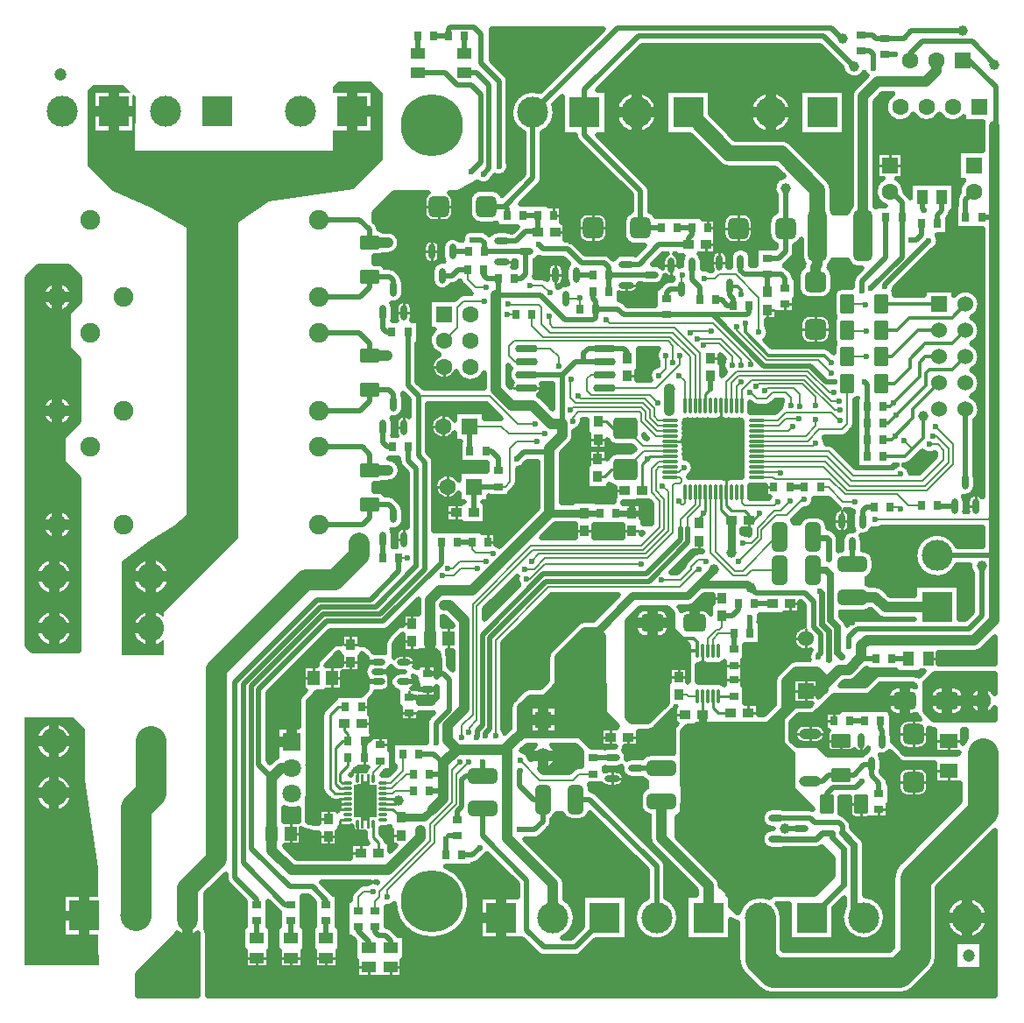
<source format=gtl>
G04*
G04 #@! TF.GenerationSoftware,Altium Limited,Altium Designer,18.1.7 (191)*
G04*
G04 Layer_Physical_Order=1*
G04 Layer_Color=255*
%FSLAX24Y24*%
%MOIN*%
G70*
G01*
G75*
%ADD12C,0.0098*%
%ADD13C,0.0079*%
%ADD15C,0.0236*%
%ADD20C,0.0118*%
%ADD21C,0.0197*%
%ADD25O,0.0591X0.0281*%
G04:AMPARAMS|DCode=26|XSize=110.2mil|YSize=59.1mil|CornerRadius=14.8mil|HoleSize=0mil|Usage=FLASHONLY|Rotation=90.000|XOffset=0mil|YOffset=0mil|HoleType=Round|Shape=RoundedRectangle|*
%AMROUNDEDRECTD26*
21,1,0.1102,0.0295,0,0,90.0*
21,1,0.0807,0.0591,0,0,90.0*
1,1,0.0295,0.0148,0.0404*
1,1,0.0295,0.0148,-0.0404*
1,1,0.0295,-0.0148,-0.0404*
1,1,0.0295,-0.0148,0.0404*
%
%ADD26ROUNDEDRECTD26*%
%ADD27O,0.0850X0.0295*%
G04:AMPARAMS|DCode=28|XSize=82.7mil|YSize=78.7mil|CornerRadius=19.7mil|HoleSize=0mil|Usage=FLASHONLY|Rotation=180.000|XOffset=0mil|YOffset=0mil|HoleType=Round|Shape=RoundedRectangle|*
%AMROUNDEDRECTD28*
21,1,0.0827,0.0394,0,0,180.0*
21,1,0.0433,0.0787,0,0,180.0*
1,1,0.0394,-0.0217,0.0197*
1,1,0.0394,0.0217,0.0197*
1,1,0.0394,0.0217,-0.0197*
1,1,0.0394,-0.0217,-0.0197*
%
%ADD28ROUNDEDRECTD28*%
G04:AMPARAMS|DCode=29|XSize=90.6mil|YSize=82.7mil|CornerRadius=12.4mil|HoleSize=0mil|Usage=FLASHONLY|Rotation=0.000|XOffset=0mil|YOffset=0mil|HoleType=Round|Shape=RoundedRectangle|*
%AMROUNDEDRECTD29*
21,1,0.0906,0.0579,0,0,0.0*
21,1,0.0657,0.0827,0,0,0.0*
1,1,0.0248,0.0329,-0.0289*
1,1,0.0248,-0.0329,-0.0289*
1,1,0.0248,-0.0329,0.0289*
1,1,0.0248,0.0329,0.0289*
%
%ADD29ROUNDEDRECTD29*%
%ADD30O,0.0281X0.0591*%
G04:AMPARAMS|DCode=31|XSize=82.7mil|YSize=78.7mil|CornerRadius=19.7mil|HoleSize=0mil|Usage=FLASHONLY|Rotation=90.000|XOffset=0mil|YOffset=0mil|HoleType=Round|Shape=RoundedRectangle|*
%AMROUNDEDRECTD31*
21,1,0.0827,0.0394,0,0,90.0*
21,1,0.0433,0.0787,0,0,90.0*
1,1,0.0394,0.0197,0.0217*
1,1,0.0394,0.0197,-0.0217*
1,1,0.0394,-0.0197,-0.0217*
1,1,0.0394,-0.0197,0.0217*
%
%ADD31ROUNDEDRECTD31*%
%ADD32O,0.0531X0.0236*%
G04:AMPARAMS|DCode=33|XSize=194.9mil|YSize=70.9mil|CornerRadius=17.7mil|HoleSize=0mil|Usage=FLASHONLY|Rotation=270.000|XOffset=0mil|YOffset=0mil|HoleType=Round|Shape=RoundedRectangle|*
%AMROUNDEDRECTD33*
21,1,0.1949,0.0354,0,0,270.0*
21,1,0.1594,0.0709,0,0,270.0*
1,1,0.0354,-0.0177,-0.0797*
1,1,0.0354,-0.0177,0.0797*
1,1,0.0354,0.0177,0.0797*
1,1,0.0354,0.0177,-0.0797*
%
%ADD33ROUNDEDRECTD33*%
%ADD34O,0.0118X0.0335*%
%ADD35O,0.0335X0.0118*%
G04:AMPARAMS|DCode=36|XSize=110.2mil|YSize=59.1mil|CornerRadius=14.8mil|HoleSize=0mil|Usage=FLASHONLY|Rotation=0.000|XOffset=0mil|YOffset=0mil|HoleType=Round|Shape=RoundedRectangle|*
%AMROUNDEDRECTD36*
21,1,0.1102,0.0295,0,0,0.0*
21,1,0.0807,0.0591,0,0,0.0*
1,1,0.0295,0.0404,-0.0148*
1,1,0.0295,-0.0404,-0.0148*
1,1,0.0295,-0.0404,0.0148*
1,1,0.0295,0.0404,0.0148*
%
%ADD36ROUNDEDRECTD36*%
G04:AMPARAMS|DCode=37|XSize=86.6mil|YSize=68.9mil|CornerRadius=17.2mil|HoleSize=0mil|Usage=FLASHONLY|Rotation=180.000|XOffset=0mil|YOffset=0mil|HoleType=Round|Shape=RoundedRectangle|*
%AMROUNDEDRECTD37*
21,1,0.0866,0.0344,0,0,180.0*
21,1,0.0522,0.0689,0,0,180.0*
1,1,0.0344,-0.0261,0.0172*
1,1,0.0344,0.0261,0.0172*
1,1,0.0344,0.0261,-0.0172*
1,1,0.0344,-0.0261,-0.0172*
%
%ADD37ROUNDEDRECTD37*%
%ADD38R,0.0728X0.0610*%
%ADD39O,0.0118X0.0571*%
%ADD41O,0.0630X0.0118*%
%ADD42O,0.0118X0.0630*%
%ADD86C,0.0748*%
%ADD89R,0.0276X0.0354*%
%ADD90R,0.0354X0.0394*%
%ADD91R,0.0394X0.0354*%
%ADD92R,0.0354X0.0276*%
%ADD93R,0.0453X0.0571*%
%ADD94R,0.0394X0.0787*%
G04:AMPARAMS|DCode=95|XSize=51.2mil|YSize=72mil|CornerRadius=2.6mil|HoleSize=0mil|Usage=FLASHONLY|Rotation=0.000|XOffset=0mil|YOffset=0mil|HoleType=Round|Shape=RoundedRectangle|*
%AMROUNDEDRECTD95*
21,1,0.0512,0.0669,0,0,0.0*
21,1,0.0461,0.0720,0,0,0.0*
1,1,0.0051,0.0230,-0.0335*
1,1,0.0051,-0.0230,-0.0335*
1,1,0.0051,-0.0230,0.0335*
1,1,0.0051,0.0230,0.0335*
%
%ADD95ROUNDEDRECTD95*%
%ADD96R,0.0394X0.0394*%
%ADD97R,0.0709X0.0551*%
%ADD98O,0.0846X0.0394*%
G04:AMPARAMS|DCode=99|XSize=279.5mil|YSize=218.5mil|CornerRadius=10.9mil|HoleSize=0mil|Usage=FLASHONLY|Rotation=180.000|XOffset=0mil|YOffset=0mil|HoleType=Round|Shape=RoundedRectangle|*
%AMROUNDEDRECTD99*
21,1,0.2795,0.1967,0,0,180.0*
21,1,0.2577,0.2185,0,0,180.0*
1,1,0.0219,-0.1288,0.0983*
1,1,0.0219,0.1288,0.0983*
1,1,0.0219,0.1288,-0.0983*
1,1,0.0219,-0.1288,-0.0983*
%
%ADD99ROUNDEDRECTD99*%
G04:AMPARAMS|DCode=100|XSize=51.2mil|YSize=72mil|CornerRadius=2.6mil|HoleSize=0mil|Usage=FLASHONLY|Rotation=270.000|XOffset=0mil|YOffset=0mil|HoleType=Round|Shape=RoundedRectangle|*
%AMROUNDEDRECTD100*
21,1,0.0512,0.0669,0,0,270.0*
21,1,0.0461,0.0720,0,0,270.0*
1,1,0.0051,-0.0335,-0.0230*
1,1,0.0051,-0.0335,0.0230*
1,1,0.0051,0.0335,0.0230*
1,1,0.0051,0.0335,-0.0230*
%
%ADD100ROUNDEDRECTD100*%
%ADD101R,0.0551X0.0413*%
%ADD102C,0.0472*%
%ADD103R,0.0413X0.0551*%
%ADD104C,0.0394*%
%ADD105C,0.1181*%
%ADD106C,0.0787*%
%ADD107C,0.0276*%
%ADD108C,0.0315*%
%ADD109C,0.0138*%
%ADD110C,0.0295*%
%ADD111C,0.0591*%
%ADD112R,0.0630X0.0630*%
%ADD113C,0.0630*%
%ADD114R,0.0630X0.0630*%
%ADD115C,0.0600*%
%ADD116R,0.0600X0.0600*%
%ADD117C,0.1181*%
%ADD118R,0.1181X0.1181*%
%ADD119C,0.1024*%
%ADD120O,0.0787X0.1181*%
%ADD121R,0.1181X0.1181*%
%ADD122C,0.0709*%
%ADD123R,0.0709X0.0709*%
%ADD124C,0.2362*%
%ADD125C,0.0236*%
%ADD126C,0.0394*%
G36*
X34006Y46053D02*
Y43494D01*
X32874Y42362D01*
X29665Y41919D01*
X28504Y41093D01*
Y29085D01*
X25679Y26260D01*
Y26115D01*
X25632Y26098D01*
X25625Y26107D01*
X25529Y26186D01*
X25419Y26244D01*
X25374Y26258D01*
Y25659D01*
Y25061D01*
X25419Y25075D01*
X25529Y25133D01*
X25625Y25212D01*
X25632Y25221D01*
X25679Y25204D01*
Y24636D01*
X24080D01*
Y28198D01*
X25089Y28986D01*
X26053Y29587D01*
X26535Y29961D01*
Y40906D01*
X25157Y41683D01*
X23720Y42313D01*
X22756Y43278D01*
Y46142D01*
X22963Y46348D01*
X24134D01*
X24403Y46080D01*
X24383Y46033D01*
X23967D01*
Y45522D01*
X24478D01*
Y45939D01*
X24525Y45958D01*
X24606Y45876D01*
X24557Y43848D01*
X32087D01*
Y44590D01*
X32126Y44616D01*
X32137Y44616D01*
X32638D01*
Y45325D01*
Y46033D01*
X32137D01*
X32126Y46033D01*
X32087Y46059D01*
Y46250D01*
X32313Y46476D01*
X33583D01*
X34006Y46053D01*
D02*
G37*
G36*
X42210Y25225D02*
X42269Y25181D01*
X42308Y25119D01*
X42322Y25047D01*
Y22441D01*
X42308Y22367D01*
X42268Y22303D01*
X42207Y22258D01*
X42134Y22239D01*
X42059Y22248D01*
X41929Y22288D01*
X41778Y22349D01*
X41638Y22432D01*
X41513Y22536D01*
X41509Y22540D01*
X41360Y22706D01*
X41234Y22890D01*
X41134Y23089D01*
X41061Y23299D01*
X41017Y23518D01*
X41002Y23740D01*
X41017Y23962D01*
X41061Y24181D01*
X41134Y24391D01*
X41234Y24590D01*
X41360Y24774D01*
X41509Y24940D01*
X41511Y24942D01*
X41638Y25047D01*
X41779Y25132D01*
X41932Y25193D01*
X42066Y25235D01*
X42139Y25243D01*
X42210Y25225D01*
D02*
G37*
G36*
X43630Y25233D02*
X43760Y25192D01*
X43911Y25132D01*
X44050Y25048D01*
X44175Y24944D01*
X44180Y24940D01*
X44329Y24774D01*
X44455Y24590D01*
X44555Y24391D01*
X44628Y24181D01*
X44672Y23962D01*
X44687Y23740D01*
X44672Y23518D01*
X44628Y23299D01*
X44555Y23089D01*
X44455Y22890D01*
X44329Y22706D01*
X44180Y22540D01*
X44178Y22538D01*
X44051Y22433D01*
X43910Y22349D01*
X43757Y22287D01*
X43623Y22245D01*
X43550Y22237D01*
X43479Y22256D01*
X43420Y22299D01*
X43381Y22361D01*
X43367Y22433D01*
Y25039D01*
X43381Y25113D01*
X43421Y25177D01*
X43482Y25222D01*
X43555Y25241D01*
X43630Y25233D01*
D02*
G37*
G36*
X33494Y19695D02*
X33760D01*
Y18455D01*
X33494D01*
Y18041D01*
X33396D01*
Y18327D01*
X33278D01*
Y18041D01*
X33179D01*
Y18455D01*
X32913D01*
Y19695D01*
X33179D01*
Y20108D01*
X33278D01*
Y19823D01*
X33396D01*
Y20108D01*
X33494D01*
Y19695D01*
D02*
G37*
G36*
X22677Y21841D02*
Y19872D01*
X23164Y16536D01*
Y15433D01*
X22835D01*
Y14724D01*
Y14016D01*
X23164D01*
Y13337D01*
X23181Y13256D01*
X23189Y13243D01*
Y12835D01*
X20363D01*
Y22274D01*
X22244D01*
X22677Y21841D01*
D02*
G37*
%LPC*%
G36*
X33031Y46033D02*
Y45522D01*
X33543D01*
Y46033D01*
X33031D01*
D02*
G37*
G36*
X23573D02*
X23061D01*
Y45522D01*
X23573D01*
Y46033D01*
D02*
G37*
G36*
X33543Y45128D02*
X33031D01*
Y44616D01*
X33543D01*
Y45128D01*
D02*
G37*
G36*
X24478D02*
X23967D01*
Y44616D01*
X24478D01*
Y45128D01*
D02*
G37*
G36*
X23573D02*
X23061D01*
Y44616D01*
X23573D01*
Y45128D01*
D02*
G37*
G36*
X25374Y28226D02*
Y27825D01*
X25776D01*
X25762Y27870D01*
X25703Y27980D01*
X25625Y28076D01*
X25529Y28154D01*
X25419Y28213D01*
X25374Y28226D01*
D02*
G37*
G36*
X24980D02*
X24935Y28213D01*
X24826Y28154D01*
X24730Y28076D01*
X24651Y27980D01*
X24592Y27870D01*
X24579Y27825D01*
X24980D01*
Y28226D01*
D02*
G37*
G36*
Y27431D02*
X24579D01*
X24592Y27386D01*
X24651Y27276D01*
X24730Y27180D01*
X24826Y27102D01*
X24935Y27043D01*
X24980Y27029D01*
Y27431D01*
D02*
G37*
G36*
X25776D02*
X25374D01*
Y27029D01*
X25419Y27043D01*
X25529Y27102D01*
X25625Y27180D01*
X25703Y27276D01*
X25762Y27386D01*
X25776Y27431D01*
D02*
G37*
G36*
X24980Y26258D02*
X24935Y26244D01*
X24826Y26186D01*
X24730Y26107D01*
X24651Y26011D01*
X24592Y25902D01*
X24579Y25856D01*
X24980D01*
Y26258D01*
D02*
G37*
G36*
Y25463D02*
X24579D01*
X24592Y25417D01*
X24651Y25308D01*
X24730Y25212D01*
X24826Y25133D01*
X24935Y25075D01*
X24980Y25061D01*
Y25463D01*
D02*
G37*
G36*
X21683Y21967D02*
Y21565D01*
X22085D01*
X22071Y21610D01*
X22013Y21720D01*
X21934Y21816D01*
X21838Y21894D01*
X21728Y21953D01*
X21683Y21967D01*
D02*
G37*
G36*
X21289D02*
X21244Y21953D01*
X21135Y21894D01*
X21039Y21816D01*
X20960Y21720D01*
X20901Y21610D01*
X20888Y21565D01*
X21289D01*
Y21967D01*
D02*
G37*
G36*
X22085Y21171D02*
X21683D01*
Y20770D01*
X21728Y20783D01*
X21838Y20842D01*
X21934Y20921D01*
X22013Y21016D01*
X22071Y21126D01*
X22085Y21171D01*
D02*
G37*
G36*
X21289D02*
X20888D01*
X20901Y21126D01*
X20960Y21016D01*
X21039Y20921D01*
X21135Y20842D01*
X21244Y20783D01*
X21289Y20770D01*
Y21171D01*
D02*
G37*
G36*
X21683Y19998D02*
Y19596D01*
X22085D01*
X22071Y19642D01*
X22013Y19751D01*
X21934Y19847D01*
X21838Y19926D01*
X21728Y19984D01*
X21683Y19998D01*
D02*
G37*
G36*
X21289D02*
X21244Y19984D01*
X21135Y19926D01*
X21039Y19847D01*
X20960Y19751D01*
X20901Y19642D01*
X20888Y19596D01*
X21289D01*
Y19998D01*
D02*
G37*
G36*
X22085Y19203D02*
X21683D01*
Y18801D01*
X21728Y18815D01*
X21838Y18873D01*
X21934Y18952D01*
X22013Y19048D01*
X22071Y19157D01*
X22085Y19203D01*
D02*
G37*
G36*
X21289D02*
X20888D01*
X20901Y19157D01*
X20960Y19048D01*
X21039Y18952D01*
X21135Y18873D01*
X21244Y18815D01*
X21289Y18801D01*
Y19203D01*
D02*
G37*
G36*
X22441Y15433D02*
X21929D01*
Y14921D01*
X22441D01*
Y15433D01*
D02*
G37*
G36*
Y14528D02*
X21929D01*
Y14016D01*
X22441D01*
Y14528D01*
D02*
G37*
%LPD*%
D12*
X53297Y43278D02*
X53691D01*
X53297D02*
Y43671D01*
X52904Y43278D02*
X53297D01*
X50463Y37037D02*
X50955D01*
X50463D02*
Y37510D01*
Y36565D02*
Y37037D01*
X49970D02*
X50463D01*
X47520Y40886D02*
Y41378D01*
Y40886D02*
X47992D01*
X47520Y40394D02*
Y40886D01*
X47047D02*
X47520D01*
X46368Y40896D02*
X46585D01*
X46368D02*
Y41152D01*
X46289Y40266D02*
X46565D01*
X46289Y40010D02*
Y40266D01*
X49311Y37992D02*
X49567D01*
X46818Y39587D02*
X47037D01*
X46818D02*
Y39961D01*
X46599Y39587D02*
X46818D01*
X49311Y37776D02*
Y37992D01*
X48642Y37785D02*
X48898D01*
X48642Y37510D02*
Y37785D01*
X46467Y35945D02*
X46722D01*
X48661Y31024D02*
X48878D01*
X44968Y39469D02*
X45187D01*
X44968Y39094D02*
Y39469D01*
X44749D02*
X44968D01*
X43278Y38720D02*
X43652D01*
X43278Y38501D02*
Y38720D01*
X43297Y35266D02*
X43553D01*
X56342Y30320D02*
X56561D01*
Y30694D01*
X54754Y24498D02*
X55039D01*
X55541Y19882D02*
Y20236D01*
X55108D02*
X55541D01*
X54193Y19813D02*
Y20285D01*
Y19813D02*
X54685D01*
X54193Y19341D02*
Y19813D01*
X53701D02*
X54193D01*
X52884Y18543D02*
Y18760D01*
X53140D01*
X52195Y18518D02*
Y18957D01*
X51861D02*
X52195D01*
X51460Y29749D02*
X51679D01*
X51460Y29375D02*
Y29749D01*
Y30123D01*
X51241Y29749D02*
X51460D01*
X49488Y26594D02*
X49764D01*
X50089Y24889D02*
Y25268D01*
Y25646D01*
X49710Y25268D02*
X50089D01*
X49488Y26339D02*
Y26594D01*
X47933Y29528D02*
Y29783D01*
X46654Y26821D02*
X46909D01*
X46024Y28711D02*
Y28986D01*
X43484Y29370D02*
X43740D01*
X43228D02*
X43484D01*
X47352Y24252D02*
X47608D01*
X47096D02*
X47352D01*
X47913Y22451D02*
Y22707D01*
X47352Y23691D02*
X47608D01*
X47096D02*
X47352D01*
X47913Y22451D02*
X48189D01*
X45217Y22382D02*
X45492D01*
X43346Y21516D02*
X43622D01*
X43346Y21260D02*
Y21516D01*
X41998Y40896D02*
X42470D01*
X41998D02*
Y41388D01*
Y40404D02*
Y40896D01*
X41526D02*
X41998D01*
X40571Y40748D02*
X40846D01*
X40502Y41378D02*
Y41634D01*
Y41378D02*
X40718D01*
X42195Y32854D02*
X42451D01*
X42195Y32579D02*
Y32854D01*
X41939D02*
X42195D01*
X42185Y32096D02*
Y32372D01*
X41929Y32096D02*
X42185D01*
X42441D01*
X42923Y30896D02*
X43199D01*
X41417Y29370D02*
X41673D01*
X41929D01*
X40574Y39119D02*
X40793D01*
X40355D02*
X40574D01*
Y39493D01*
Y38745D02*
Y39119D01*
X38524Y39594D02*
X38898D01*
X39471Y34817D02*
X39975D01*
X38968D02*
X39471D01*
X36132Y41713D02*
X36604D01*
X36132Y41220D02*
Y41713D01*
X35863Y39990D02*
X36082D01*
X35863D02*
Y40364D01*
Y39616D02*
Y39990D01*
X36333Y35220D02*
Y35614D01*
X35939D02*
X36333D01*
X35659Y41713D02*
X36132D01*
X35644Y39990D02*
X35863D01*
X34809Y37673D02*
Y38047D01*
Y37673D02*
X35029D01*
X34590D02*
X34809D01*
X36299Y33346D02*
Y33740D01*
X35906Y33346D02*
X36299D01*
Y32953D02*
Y33346D01*
X38002Y28937D02*
X38218D01*
X38002D02*
Y29193D01*
X36461Y30659D02*
Y31053D01*
Y31447D01*
X36067Y31053D02*
X36461D01*
X36791Y30059D02*
Y30315D01*
Y29803D02*
Y30059D01*
X36516D02*
X36791D01*
X34809Y33307D02*
Y33681D01*
X34590Y33307D02*
X34809D01*
Y29051D02*
Y29425D01*
X34590Y29051D02*
X34809D01*
X42726Y19938D02*
Y20157D01*
Y19938D02*
X43100D01*
X42726Y19719D02*
Y19938D01*
X35108Y25827D02*
Y26102D01*
X36516Y25276D02*
Y25640D01*
Y24911D02*
Y25276D01*
X34852Y25827D02*
X35108D01*
X35010Y22441D02*
X35266D01*
X34754D02*
X35010D01*
Y22224D02*
Y22441D01*
X34449Y17785D02*
X34705D01*
X34291Y12756D02*
X34646D01*
X33829Y23996D02*
X34173D01*
X33907Y21230D02*
X34163D01*
X33907D02*
Y21447D01*
X33199Y22028D02*
X33474D01*
X33189Y22687D02*
X33405D01*
X33287Y20472D02*
Y20728D01*
X32776Y25049D02*
Y25325D01*
Y25049D02*
X33031D01*
X32520D02*
X32776D01*
X31358Y23770D02*
Y24134D01*
X31053Y23770D02*
X31358D01*
X31919Y17736D02*
X32175D01*
X31663D02*
X31919D01*
Y17461D02*
Y17736D01*
X30492Y17854D02*
X30797D01*
X30492Y17490D02*
Y17854D01*
Y18218D01*
X33159Y17116D02*
Y17372D01*
X32884Y17116D02*
X33159D01*
X34291Y12470D02*
Y12756D01*
X33110D02*
X33465D01*
Y12470D02*
Y12756D01*
X31850Y13110D02*
X32205D01*
X31850Y12825D02*
Y13110D01*
X31496D02*
X31850D01*
X30512D02*
X30866D01*
X30157D02*
X30512D01*
X29213D02*
X29567D01*
X30512Y12825D02*
Y13110D01*
X29213Y12825D02*
Y13110D01*
X28858D02*
X29213D01*
X35807Y24911D02*
Y25276D01*
X35689Y23947D02*
X35945D01*
X35689D02*
Y24163D01*
X35108Y24882D02*
Y25157D01*
X34852D02*
X35108D01*
X34813Y24370D02*
X35157D01*
X34813D02*
Y24567D01*
X50089Y23268D02*
X50467D01*
X50089D02*
Y23646D01*
X49710Y23268D02*
X50089D01*
Y22889D02*
Y23268D01*
X46161Y22126D02*
Y22382D01*
X43484Y30039D02*
X43740D01*
X43484D02*
Y30315D01*
X35689Y23337D02*
X35945D01*
X35689Y23120D02*
Y23337D01*
X35433D02*
X35689D01*
X34813Y23622D02*
X35157D01*
X35010Y23051D02*
Y23267D01*
Y23051D02*
X35266D01*
X33484Y24370D02*
X33829D01*
X33484Y23622D02*
X33829D01*
X32520Y24380D02*
X32776D01*
X33031D01*
X32776Y24104D02*
Y24380D01*
X32067Y23770D02*
X32372D01*
X32067D02*
Y24134D01*
X32421Y18976D02*
X32667D01*
X32067Y23406D02*
Y23770D01*
X31919Y18406D02*
Y18681D01*
X31663Y18406D02*
X31919D01*
X45256Y23809D02*
Y24085D01*
X45000Y23809D02*
X45256D01*
X45512D01*
X43894Y23740D02*
Y24016D01*
Y23740D02*
X44170D01*
X43894Y23465D02*
Y23740D01*
X43619D02*
X43894D01*
X41794D02*
X42070D01*
X41794D02*
Y24016D01*
Y23465D02*
Y23740D01*
X41519D02*
X41794D01*
X42677Y21516D02*
Y21772D01*
Y21260D02*
Y21516D01*
X42402D02*
X42677D01*
X55541Y21378D02*
X55974D01*
X55108D02*
X55541D01*
Y21024D02*
Y21378D01*
X54193Y21624D02*
X54685D01*
X53701D02*
X54193D01*
Y22096D01*
Y21152D02*
Y21624D01*
X51152Y22126D02*
Y22382D01*
X50935Y22126D02*
X51152D01*
X51437Y21054D02*
Y21388D01*
X52192Y21014D02*
Y21388D01*
X50998Y21388D02*
X51437D01*
X50266Y21644D02*
Y21919D01*
Y21644D02*
X50768D01*
X50266Y21368D02*
Y21644D01*
X49764D02*
X50266D01*
X47933Y29783D02*
Y29980D01*
X47766Y30148D02*
X47933Y29980D01*
X47264Y30148D02*
X47766D01*
X47067Y30344D02*
X47264Y30148D01*
X47067Y30344D02*
Y30837D01*
X46870Y33524D02*
X46890Y33504D01*
X46870Y33524D02*
Y34144D01*
X45728Y32785D02*
X45738Y32776D01*
X44921Y32785D02*
X45728D01*
X47057Y31457D02*
X47067Y31447D01*
Y30837D02*
Y31447D01*
X48100Y29783D02*
X48346Y30030D01*
X47933Y29783D02*
X48100D01*
X32352Y18110D02*
X32362Y18120D01*
Y18346D01*
X32402Y18386D01*
X32667D01*
X32992Y17894D02*
X33041Y17943D01*
Y18209D01*
Y20207D02*
X33071Y20236D01*
X33041Y19941D02*
Y20207D01*
X46161Y24242D02*
Y24813D01*
X46280Y34577D02*
X46467Y34764D01*
X46280Y34144D02*
Y34577D01*
X46211Y30030D02*
X46280Y30098D01*
X46024Y29843D02*
X46211Y30030D01*
X46870Y30177D02*
X47264Y29783D01*
X46870Y30177D02*
Y30837D01*
X46024Y29656D02*
Y29843D01*
X46280Y30098D02*
Y30837D01*
X44085Y32116D02*
X44163Y32195D01*
X43868Y30896D02*
Y31900D01*
X44085Y32116D01*
X44163Y32195D02*
X44921D01*
X42687Y31693D02*
X43228D01*
X42421Y31427D02*
X42687Y31693D01*
X42185Y31427D02*
X42421D01*
X42756Y33268D02*
X43228D01*
X42500Y33524D02*
X42756Y33268D01*
X42195Y33524D02*
X42500D01*
X44921Y31801D02*
X44931Y31791D01*
X32244Y18780D02*
X32667D01*
X32283Y19104D02*
X32352Y19173D01*
X32667D01*
X31988Y19557D02*
Y22372D01*
Y19557D02*
X32175Y19370D01*
X31988Y22372D02*
X32303Y22687D01*
X32195Y19754D02*
Y21112D01*
Y19754D02*
X32382Y19567D01*
X32195Y21112D02*
X32461Y21378D01*
X32175Y19370D02*
X32667D01*
X32303Y22687D02*
X32579D01*
X32461Y21378D02*
X32677D01*
X32382Y19567D02*
X32667D01*
X32530Y21781D02*
Y22028D01*
Y21781D02*
X32677Y21634D01*
Y21378D02*
Y21634D01*
Y20423D02*
Y20728D01*
X32382Y20128D02*
X32677Y20423D01*
X32382Y19843D02*
Y20128D01*
Y19843D02*
X32461Y19764D01*
X32667D01*
X33632Y17717D02*
Y18209D01*
Y17717D02*
X33829Y17520D01*
Y17116D02*
Y17520D01*
X34380Y18780D02*
X34705Y18455D01*
X34006Y18780D02*
X34380D01*
X34006Y18976D02*
X34488D01*
X34006Y19173D02*
X34528D01*
X46161Y22382D02*
X46161Y22382D01*
Y23081D01*
X46555Y22648D02*
Y22971D01*
X46565Y22864D02*
Y22961D01*
X46555Y22971D02*
X46565Y22961D01*
X46555Y22648D02*
X46752Y22451D01*
X47244D01*
X47352Y23081D02*
X47352Y23081D01*
X46752Y23081D02*
X47352D01*
X46093Y24173D02*
X46161Y24242D01*
D13*
X41545Y34390D02*
X43956D01*
X41437Y34498D02*
X41545Y34390D01*
X45256Y30482D02*
Y30512D01*
Y30482D02*
X45354Y30384D01*
X45443D01*
X40079Y38701D02*
X40354Y38425D01*
X39596Y38701D02*
X40079D01*
X47766Y30325D02*
X48888D01*
X47657Y30433D02*
X47766Y30325D01*
X46358Y25272D02*
X46706Y25620D01*
X46358Y24813D02*
Y25272D01*
X46909Y25719D02*
Y26152D01*
X46811Y25620D02*
X46909Y25719D01*
X46706Y25620D02*
X46811D01*
X46555Y24813D02*
Y25246D01*
X37421Y26585D02*
X39646Y28809D01*
X37421Y22382D02*
Y26585D01*
X37579Y26519D02*
X39711Y28652D01*
X37579Y22156D02*
Y26519D01*
X49055Y27884D02*
X49065Y27874D01*
X48041Y27884D02*
X49055D01*
X47835Y27677D02*
X48041Y27884D01*
X47343Y27677D02*
X47835D01*
X48967Y29134D02*
X49114D01*
X47687Y27854D02*
X48967Y29134D01*
X47388Y27854D02*
X47687D01*
X49380Y29970D02*
X49980Y30571D01*
X48965Y29970D02*
X49380D01*
X48415Y29421D02*
X48965Y29970D01*
X48899Y30128D02*
X49134D01*
X48258Y29486D02*
X48899Y30128D01*
X38809Y36033D02*
Y36398D01*
Y36033D02*
X39026Y35817D01*
X39471D01*
X38809Y36398D02*
X39006Y36594D01*
X39461Y35807D02*
X39471Y35817D01*
X45108Y37116D02*
X46083Y36142D01*
X40463Y37116D02*
X45108D01*
X40354Y37224D02*
X40463Y37116D01*
X42510Y37411D02*
X42648Y37274D01*
X46191Y36437D02*
X46270Y36516D01*
X46860Y36673D02*
X47630Y35903D01*
X47303Y35679D02*
Y36008D01*
X47264Y35009D02*
X47530Y35276D01*
X47067Y35035D02*
X47465Y35433D01*
X47264Y34144D02*
Y35009D01*
X47067Y34144D02*
Y35035D01*
X47953Y34675D02*
X47963Y34685D01*
X48238Y34409D02*
X48602D01*
X48839Y34646D01*
X49321D01*
X49528Y34439D01*
Y34144D02*
Y34439D01*
X49085Y31604D02*
X49124Y31565D01*
X48228Y31604D02*
X49085D01*
X51017Y31329D02*
X51588Y30758D01*
X48927Y31329D02*
X51017D01*
X48848Y31407D02*
X48927Y31329D01*
X48228Y31407D02*
X48848D01*
X48888Y30325D02*
X49045Y30482D01*
X46644Y38976D02*
X46791Y39124D01*
X46220Y38976D02*
X46644D01*
X45368Y38558D02*
Y39059D01*
X45404Y39094D01*
X46791Y39124D02*
X47421D01*
X48543Y34705D02*
X48642Y34803D01*
X47657Y34144D02*
Y34724D01*
X48642Y34803D02*
X49626D01*
X49852Y34577D01*
Y34114D02*
Y34577D01*
X47657Y30433D02*
Y30837D01*
X50114Y35276D02*
X51069Y34321D01*
X50049Y35118D02*
X51211Y33957D01*
X49984Y34961D02*
X50472Y34472D01*
Y34124D02*
Y34472D01*
X51069Y34321D02*
X51378D01*
X51673Y33435D02*
Y34980D01*
X51211Y33957D02*
X51407D01*
X51466Y33228D02*
X51673Y33435D01*
X50610Y33228D02*
X51466D01*
X50180Y35433D02*
X50987Y34626D01*
X49341Y33868D02*
X51076D01*
X41457Y38209D02*
X41496Y38248D01*
X40974Y38209D02*
X41457D01*
X41496Y37815D02*
X41496Y37815D01*
X41496Y37815D02*
Y38248D01*
X40030Y37234D02*
Y37884D01*
Y37234D02*
X40354Y36909D01*
X48287Y34961D02*
X49984D01*
X50482Y33376D02*
Y33612D01*
X50089Y32982D02*
X50482Y33376D01*
X48228Y32982D02*
X50089D01*
X49429Y33179D02*
X49587Y33337D01*
X48228Y33179D02*
X49429D01*
X49341Y33632D02*
X49823D01*
X49085Y33376D02*
X49341Y33632D01*
X48228Y33376D02*
X49085D01*
X51372Y33573D02*
X51407D01*
X51076Y33868D02*
X51372Y33573D01*
X49045D02*
X49341Y33868D01*
X48228Y33573D02*
X49045D01*
X50354Y32589D02*
X50482Y32717D01*
X48228Y32589D02*
X50354D01*
X48228Y32392D02*
X50965D01*
X50167Y32785D02*
X50610Y33228D01*
X48228Y32785D02*
X50167D01*
X49980Y30571D02*
X50030D01*
X48258Y29130D02*
Y29486D01*
X48025Y28898D02*
X48258Y29130D01*
X47717Y28898D02*
X48025D01*
X48415Y29065D02*
Y29421D01*
X47549Y28199D02*
X48415Y29065D01*
X46014Y28268D02*
X46240D01*
X45748Y28002D02*
X46014Y28268D01*
X45748Y27904D02*
Y28002D01*
X46240Y28268D02*
X46299Y28209D01*
X45335Y27490D02*
X45748Y27904D01*
X45984Y27913D02*
X46033D01*
X45305Y27234D02*
X45984Y27913D01*
X46476Y28543D02*
X47343Y27677D01*
X46673Y28569D02*
X47388Y27854D01*
X46476Y28543D02*
Y30837D01*
X44616Y27490D02*
X45335D01*
X40305Y27234D02*
X45305D01*
X40179Y28110D02*
X43760D01*
X39608Y27539D02*
X40179Y28110D01*
X39665Y28209D02*
X39951Y28494D01*
X39759Y27913D02*
X40183Y28337D01*
X44061D01*
X45020Y29295D01*
X39951Y28494D02*
X43996D01*
X39711Y28652D02*
X43907D01*
X39646Y28809D02*
X43842D01*
X44547Y29514D01*
X43907Y28652D02*
X44705Y29449D01*
X43996Y28494D02*
X44862Y29360D01*
X39478Y27539D02*
X39608D01*
X39409Y27913D02*
X39759D01*
X37539Y28533D02*
X38169D01*
X37392Y28681D02*
X37539Y28533D01*
X37392Y28681D02*
Y28937D01*
X41931Y35317D02*
X42421D01*
X41782Y35167D02*
X41931Y35317D01*
X41782Y34705D02*
Y35167D01*
Y34705D02*
X41939Y34547D01*
X44173D01*
X44468Y34252D01*
X43956Y34390D02*
X44321Y34024D01*
X43890Y34232D02*
X44163Y33959D01*
X41319Y34232D02*
X43890D01*
X41250Y34075D02*
X43825D01*
X44006Y33894D01*
X41447Y33898D02*
X43780D01*
X43848Y33829D01*
Y33535D02*
Y33829D01*
X44321Y33730D02*
Y34024D01*
X44163Y33665D02*
Y33959D01*
X44006Y33600D02*
Y33894D01*
X44321Y33730D02*
X44478Y33573D01*
X44163Y33665D02*
X44452Y33376D01*
X44006Y33600D02*
X44427Y33179D01*
X43848Y33535D02*
X44401Y32982D01*
X45236Y30492D02*
X45256Y30512D01*
X45020Y29295D02*
Y31093D01*
X44862Y29360D02*
Y30866D01*
X44390Y30892D02*
X44705Y30577D01*
Y29449D02*
Y30577D01*
X44232Y30827D02*
X44547Y30512D01*
Y29514D02*
Y30512D01*
X44390Y30892D02*
Y31673D01*
X44232Y30827D02*
Y31739D01*
X45335Y29809D02*
X45886Y30361D01*
X45335Y29478D02*
Y29809D01*
X45610Y29862D02*
X46083Y30335D01*
X45610Y29577D02*
Y29862D01*
X44646Y31083D02*
X44862Y30866D01*
X45020Y31093D02*
X45108Y31181D01*
X45305D02*
X45364Y31240D01*
X45108Y31181D02*
X45305D01*
X44921Y31407D02*
X45295D01*
X45364Y31339D01*
Y31240D02*
Y31339D01*
X45443Y30384D02*
X45492Y30433D01*
Y30837D01*
X34616Y28337D02*
X34951D01*
X36260Y27687D02*
X36713D01*
X36467Y27953D02*
X36673D01*
X36929Y28209D01*
X37933D01*
X36713Y27687D02*
X36959Y27933D01*
X37598D01*
X38287Y25217D02*
X40305Y27234D01*
X38287Y21565D02*
Y25217D01*
X45886Y30361D02*
Y30837D01*
X44390Y31673D02*
X44518Y31801D01*
X44232Y31739D02*
X44492Y31998D01*
X35354Y34508D02*
X38061D01*
X39124Y33445D01*
X39803D01*
X38799Y33061D02*
X40177D01*
X39114Y32766D02*
X39862D01*
X41437Y34498D02*
X41437D01*
X41122Y34429D02*
X41319Y34232D01*
X41122Y34429D02*
Y35118D01*
X41132Y33957D02*
X41250Y34075D01*
X41220Y33671D02*
X41447Y33898D01*
X41122Y35118D02*
X41152Y35148D01*
X44401Y32982D02*
X44921D01*
X44427Y33179D02*
X44921D01*
X44452Y33376D02*
X44921D01*
X44478Y33573D02*
X44921D01*
X37234Y38937D02*
Y39321D01*
Y38937D02*
X37530Y38642D01*
X37923D01*
X40344Y37530D02*
X40354Y37520D01*
Y37224D02*
Y37520D01*
X39685Y37175D02*
Y37618D01*
Y37175D02*
X40108Y36752D01*
X39931Y37982D02*
X40030Y37884D01*
X46083Y34144D02*
Y36142D01*
X36333Y36614D02*
X36831Y37112D01*
Y37864D01*
X37067Y38100D01*
X37854D01*
X38760Y37992D02*
X38770Y37982D01*
X39931D01*
X38730Y37608D02*
X38740Y37618D01*
X39075D01*
X39471Y36317D02*
X40366D01*
X40689Y35994D01*
Y35640D02*
Y35994D01*
X38396Y31053D02*
X38661D01*
X38839Y31230D01*
X37299Y33346D02*
X38514D01*
X38799Y33061D01*
X41220Y33543D02*
Y33671D01*
X47461Y34144D02*
Y34872D01*
X54124Y32500D02*
X54173D01*
X53819Y32805D02*
X54124Y32500D01*
X46673Y28569D02*
Y30837D01*
X46083Y30335D02*
Y30837D01*
X33071Y14911D02*
Y15443D01*
X33268Y15640D01*
X33632D01*
X36801Y20089D02*
X37283Y20571D01*
X37285Y21694D02*
X37293Y21702D01*
Y21870D01*
X37579Y22156D01*
X37018Y21506D02*
Y21978D01*
X37421Y22382D01*
X44518Y31801D02*
X44921D01*
X45285Y31604D02*
X45453Y31772D01*
X44921Y31604D02*
X45285D01*
X39232Y20630D02*
X39980Y19882D01*
X41240D01*
X41476Y20118D01*
X42008D01*
X57028Y29793D02*
X57116Y29882D01*
X52746Y29793D02*
X57028D01*
X51496Y30482D02*
X51968D01*
X50955Y31024D02*
X51496Y30482D01*
X50659Y31024D02*
X50955D01*
X51588Y30758D02*
X53563D01*
X51683Y35994D02*
X52402D01*
X53297Y30266D02*
X53632D01*
X53701Y30197D01*
X53642Y31467D02*
X53701Y31526D01*
X51890Y31467D02*
X53642D01*
X50965Y32392D02*
X51890Y31467D01*
X50896Y32195D02*
X51831Y31260D01*
X50846Y31998D02*
X51772Y31073D01*
X51831Y31260D02*
X54528D01*
X51772Y31073D02*
X54649D01*
X54528Y31260D02*
X55344Y32077D01*
Y32441D01*
X54649Y31073D02*
X55551Y31975D01*
X54715Y30915D02*
X55709Y31909D01*
X51654Y30915D02*
X54715D01*
X55126Y32659D02*
X55344Y32441D01*
X54816Y32659D02*
X55126D01*
X51673Y36004D02*
X51683Y35994D01*
X48228Y32195D02*
X50896D01*
X51673Y37008D02*
X51693Y36988D01*
X52392D01*
X54931Y32982D02*
X55079D01*
X55551Y32510D01*
Y31975D02*
Y32510D01*
X55709Y31909D02*
Y32657D01*
X55039Y33327D02*
X55709Y32657D01*
X48228Y31998D02*
X50846D01*
X51673Y38012D02*
X52352D01*
X50768Y31801D02*
X51654Y30915D01*
X48228Y31801D02*
X50768D01*
X53996Y30325D02*
X54508D01*
X53563Y30758D02*
X53996Y30325D01*
X43228Y33268D02*
X43907Y32589D01*
X43228Y31693D02*
X43927Y32392D01*
X44492Y31998D02*
X44921D01*
X43927Y32392D02*
X44921D01*
X43907Y32589D02*
X44921D01*
X34764Y20226D02*
Y20886D01*
X34301Y19764D02*
X34764Y20226D01*
X34006Y19764D02*
X34301D01*
X34886Y20108D02*
X35157D01*
X34344Y19567D02*
X34886Y20108D01*
X34006Y19567D02*
X34344D01*
X34469Y19468D02*
X35157D01*
X34370Y19370D02*
X34469Y19468D01*
X34006Y19370D02*
X34370D01*
X34528Y19173D02*
X34606Y19094D01*
X34488Y18976D02*
X34606Y19094D01*
X33907Y20443D02*
Y20620D01*
X33632Y20167D02*
X33907Y20443D01*
X33632Y19941D02*
Y20167D01*
X45640Y23081D02*
X45955D01*
X45581Y23140D02*
X45640Y23081D01*
X45256Y23140D02*
X45581D01*
X46772Y25463D02*
X47352D01*
X46555Y25246D02*
X46772Y25463D01*
X47963Y34685D02*
X48238Y34409D01*
X49134Y30128D02*
X49562Y30556D01*
X50987Y34626D02*
X51181D01*
X50561Y35866D02*
X51063Y35364D01*
X47953Y34646D02*
Y34675D01*
X48199Y34872D02*
X48287Y34961D01*
X47657Y34724D02*
X48051Y35118D01*
X50049D01*
X47461Y34872D02*
X47628Y35039D01*
X47530Y35276D02*
X50114D01*
X47465Y35433D02*
X50180D01*
X47630Y35671D02*
Y35903D01*
X48012Y35709D02*
Y35846D01*
X48605Y35866D02*
X50561D01*
X47461Y37010D02*
X48605Y35866D01*
X47461Y37010D02*
Y37132D01*
X46270Y36516D02*
X46795D01*
X47303Y36008D01*
X45955Y36673D02*
X46860D01*
X46585Y37274D02*
X48012Y35846D01*
X42648Y37274D02*
X46585D01*
X45768Y36978D02*
X46486D01*
X45689Y36900D02*
X45768Y36978D01*
X45886Y34144D02*
Y36053D01*
X40354Y36909D02*
X45030D01*
X39006Y36594D02*
X44852D01*
X45030Y36909D02*
X45886Y36053D01*
X45689Y34144D02*
Y35994D01*
X40108Y36752D02*
X44931D01*
X44852Y36594D02*
X45030Y36417D01*
X44931Y36752D02*
X45689Y35994D01*
X45305Y35719D02*
Y36043D01*
X45030Y35778D02*
Y36417D01*
X44404Y34817D02*
X45305Y35719D01*
X42421Y34817D02*
X44404D01*
X44764Y35531D02*
Y36043D01*
X44518Y35285D02*
X44764Y35531D01*
X45276Y35285D02*
X45492Y35069D01*
Y34144D02*
Y35069D01*
X38839Y32490D02*
X39114Y32766D01*
X38839Y31230D02*
Y32490D01*
X52352Y38012D02*
X52382Y37982D01*
X48317Y36929D02*
Y38228D01*
X47421Y39124D02*
X48317Y38228D01*
X36644Y19035D02*
Y20276D01*
X35797Y18189D02*
X36644Y19035D01*
X35797Y17569D02*
Y18189D01*
X33868Y15640D02*
X35797Y17569D01*
X36644Y20276D02*
X36929Y20561D01*
X36801Y18970D02*
Y20089D01*
X35955Y18124D02*
X36801Y18970D01*
X35955Y17504D02*
Y18124D01*
X33701Y14911D02*
Y15266D01*
X33868Y15433D01*
Y15640D01*
X34163Y15433D02*
Y15712D01*
X35955Y17504D01*
D15*
X43976Y29813D02*
Y30069D01*
Y29813D02*
X43996Y29793D01*
X43947Y30039D02*
X43976Y30069D01*
X43484Y30039D02*
X43947D01*
X50374Y29134D02*
X50394Y29114D01*
X50896D01*
X50974Y29035D01*
Y28317D02*
Y29035D01*
X50650Y27057D02*
X50699Y27008D01*
Y25817D02*
Y27008D01*
Y25817D02*
X50955Y25561D01*
X43484Y30039D02*
Y30354D01*
X42884Y30039D02*
X43484D01*
X41673D02*
X42274D01*
X50955Y24469D02*
Y25561D01*
X51102Y17696D02*
Y17884D01*
X48976Y17638D02*
X50482D01*
X50728Y17884D01*
X51102D01*
X51526Y15896D02*
Y17273D01*
X51102Y17696D02*
X51526Y17273D01*
X50276Y14646D02*
X51526Y15896D01*
D20*
X45354Y25276D02*
X45837D01*
X45965Y25148D01*
Y24813D02*
Y25148D01*
X45418Y24813D02*
X45965D01*
X50807Y36053D02*
X51083Y35778D01*
X48668Y36053D02*
X50807D01*
X47795Y36926D02*
X48668Y36053D01*
X47795Y36926D02*
Y37274D01*
X47638Y38376D02*
Y38553D01*
X47514Y38677D02*
X47638Y38553D01*
X47218Y38677D02*
X47514D01*
D21*
X55189Y45226D02*
G03*
X56118Y45125I500J275D01*
G01*
X54189Y45226D02*
G03*
X55189Y45226I500J275D01*
G01*
X56846Y44931D02*
G03*
X56821Y44783I428J-148D01*
G01*
X53417Y46004D02*
G03*
X54189Y45226I272J-502D01*
G01*
X56110Y42707D02*
G03*
X55919Y42211I376J-429D01*
G01*
D02*
G03*
X55827Y41972I262J-239D01*
G01*
X55919Y42211D02*
G03*
X55827Y41972I262J-239D01*
G01*
X55536Y41305D02*
G03*
X55639Y41535I-251J251D01*
G01*
X55536Y41304D02*
G03*
X55639Y41535I-250J251D01*
G01*
X53868Y42278D02*
G03*
X53558Y42785I-571J0D01*
G01*
X54075Y42042D02*
G03*
X54010Y42131I-315J-162D01*
G01*
X54075Y42042D02*
G03*
X54010Y42131I-315J-162D01*
G01*
X55157Y40413D02*
G03*
X55088Y40630I-374J0D01*
G01*
X54949Y40078D02*
G03*
X55157Y40413I-166J335D01*
G01*
X52320Y46818D02*
G03*
X52420Y46689I338J160D01*
G01*
X51479Y46996D02*
G03*
X52320Y46818I450J51D01*
G01*
X51953Y46223D02*
G03*
X51821Y45902I320J-320D01*
G01*
X51954Y46223D02*
G03*
X51821Y45902I320J-320D01*
G01*
X53037Y42785D02*
G03*
X53128Y41732I261J-508D01*
G01*
X52756Y41695D02*
G03*
X52726Y41722I-305J-307D01*
G01*
X51677Y39685D02*
G03*
X52096Y39360I419J108D01*
G01*
X51821Y41722D02*
G03*
X51675Y41486I276J-334D01*
G01*
X51093Y42352D02*
G03*
X50931Y42742I-551J0D01*
G01*
X51093Y42352D02*
G03*
X50931Y42742I-551J0D01*
G01*
X51140Y41486D02*
G03*
X51093Y41606I-422J-98D01*
G01*
X50992Y39458D02*
G03*
X51138Y39685I-274J336D01*
G01*
X49931Y39793D02*
G03*
X50023Y39527I433J0D01*
G01*
X56727Y37990D02*
G03*
X55727Y38325I-556J0D01*
G01*
X56414Y37490D02*
G03*
X56727Y37990I-243J500D01*
G01*
X53485Y38346D02*
G03*
X53444Y38492I-281J0D01*
G01*
X56727Y36990D02*
G03*
X56414Y37490I-556J0D01*
G01*
Y36490D02*
G03*
X56727Y36990I-243J500D01*
G01*
X56414Y35490D02*
G03*
X56727Y35990I-243J500D01*
G01*
D02*
G03*
X56414Y36490I-556J0D01*
G01*
Y34490D02*
G03*
X56727Y34990I-243J500D01*
G01*
D02*
G03*
X56414Y35490I-556J0D01*
G01*
X56526Y33562D02*
G03*
X56727Y33990I-354J428D01*
G01*
D02*
G03*
X56414Y34490I-556J0D01*
G01*
X54539Y32407D02*
G03*
X55021Y32347I276J252D01*
G01*
X56558Y31385D02*
G03*
X56526Y31541I-396J0D01*
G01*
X56098Y30684D02*
G03*
X56558Y31075I63J391D01*
G01*
X53878Y31880D02*
G03*
X54108Y31975I0J325D01*
G01*
X53878Y31880D02*
G03*
X54108Y31975I0J325D01*
G01*
X54074Y31555D02*
G03*
X53821Y31880I-373J-30D01*
G01*
X51984Y39109D02*
G03*
X51880Y38858I251J-251D01*
G01*
X51984Y39109D02*
G03*
X51880Y38858I250J-251D01*
G01*
X51443Y38628D02*
G03*
X51161Y38346I0J-281D01*
G01*
X53444Y38492D02*
G03*
X53481Y38609I-334J169D01*
G01*
X51161Y37677D02*
G03*
X51216Y37510I281J0D01*
G01*
Y37510D02*
G03*
X51161Y37343I226J-167D01*
G01*
Y36673D02*
G03*
X51216Y36506I281J0D01*
G01*
X51132Y39045D02*
G03*
X50980Y39384I-453J0D01*
G01*
Y39384D02*
G03*
X50992Y39458I-438J114D01*
G01*
X50980Y39384D02*
G03*
X50992Y39458I-438J114D01*
G01*
X50679Y38199D02*
G03*
X51132Y38652I0J453D01*
G01*
X50023Y39527D02*
G03*
X50010Y39432I440J-108D01*
G01*
X50023Y39527D02*
G03*
X50010Y39432I440J-108D01*
G01*
D02*
G03*
X49793Y39045I236J-386D01*
G01*
Y38652D02*
G03*
X50246Y38199I453J0D01*
G01*
X51053Y37234D02*
G03*
X50679Y37608I-374J0D01*
G01*
Y36467D02*
G03*
X51053Y36841I0J374D01*
G01*
X50246Y37608D02*
G03*
X49872Y37234I0J-374D01*
G01*
Y36841D02*
G03*
X50246Y36467I374J0D01*
G01*
X52037Y34398D02*
G03*
X52077Y34424I-134J247D01*
G01*
X51968Y34372D02*
G03*
X52037Y34398I-65J274D01*
G01*
X53581Y31880D02*
G03*
X53435Y31789I120J-354D01*
G01*
X51216Y36506D02*
G03*
X51161Y36339I226J-167D01*
G01*
X51030Y36275D02*
G03*
X50807Y36368I-223J-222D01*
G01*
X51030Y36276D02*
G03*
X50807Y36368I-223J-223D01*
G01*
X51882Y33226D02*
G03*
X51968Y33435I-209J209D01*
G01*
X51882Y33226D02*
G03*
X51968Y33435I-209J209D01*
G01*
X51466Y32933D02*
G03*
X51675Y33020I0J295D01*
G01*
X51466Y32933D02*
G03*
X51675Y33020I0J295D01*
G01*
X50856Y32717D02*
G03*
X50787Y32933I-374J0D01*
G01*
X51173Y32601D02*
G03*
X50965Y32687I-209J-209D01*
G01*
X51173Y32601D02*
G03*
X50965Y32687I-209J-209D01*
G01*
X49567Y45295D02*
G03*
X49567Y45295I-807J0D01*
G01*
X49553Y44120D02*
G03*
X49163Y44282I-390J-390D01*
G01*
X49553Y44120D02*
G03*
X49163Y44282I-390J-389D01*
G01*
X46795Y43341D02*
G03*
X47185Y43179I390J389D01*
G01*
X46795Y43341D02*
G03*
X47185Y43179I390J390D01*
G01*
X49256Y42858D02*
G03*
X48976Y42130I74J-447D01*
G01*
Y41527D02*
G03*
X48681Y41102I157J-424D01*
G01*
Y40669D02*
G03*
X48976Y40245I453J0D01*
G01*
X49685D02*
G03*
X49931Y40464I-157J424D01*
G01*
X49581Y39749D02*
G03*
X49685Y40000I-251J251D01*
G01*
X49581Y39749D02*
G03*
X49685Y40000I-250J251D01*
G01*
X48091Y41102D02*
G03*
X47717Y41476I-374J0D01*
G01*
X47323D02*
G03*
X46949Y41102I0J-374D01*
G01*
X47717Y40295D02*
G03*
X48091Y40669I0J374D01*
G01*
X46949D02*
G03*
X47323Y40295I374J0D01*
G01*
X48014Y39742D02*
G03*
X47222Y39742I-396J0D01*
G01*
X47136D02*
G03*
X46663Y40019I-318J0D01*
G01*
X46550Y39911D02*
G03*
X46501Y39742I268J-170D01*
G01*
X44163Y42303D02*
G03*
X44060Y42554I-354J0D01*
G01*
X44163Y42303D02*
G03*
X44059Y42554I-354J0D01*
G01*
X45167Y39870D02*
G03*
X45101Y39911I-200J-247D01*
G01*
X44834D02*
G03*
X44650Y39623I134J-288D01*
G01*
X44404Y41329D02*
G03*
X44163Y41537I-398J-217D01*
G01*
X43610Y39875D02*
G03*
X43432Y39917I-177J-354D01*
G01*
X49414Y39375D02*
G03*
X49285Y39457I-251J-251D01*
G01*
X49414Y39375D02*
G03*
X49285Y39457I-251J-250D01*
G01*
Y39457D02*
G03*
X49316Y39484I-220J277D01*
G01*
X49285Y39457D02*
G03*
X49316Y39484I-220J277D01*
G01*
X49665Y38996D02*
G03*
X49561Y39227I-354J-19D01*
G01*
X49665Y38996D02*
G03*
X49562Y39227I-354J-19D01*
G01*
X46501Y39432D02*
G03*
X46536Y39286I318J0D01*
G01*
X48691Y36929D02*
G03*
X48612Y37159I-374J0D01*
G01*
X48539Y36628D02*
G03*
X48691Y36929I-222J301D01*
G01*
X49209Y34340D02*
G03*
X49156Y34099I318J-196D01*
G01*
X48602Y34114D02*
G03*
X48811Y34201I0J295D01*
G01*
X48602Y34114D02*
G03*
X48811Y34201I0J295D01*
G01*
X48029D02*
G03*
X48238Y34114I209J209D01*
G01*
X48029Y34201D02*
G03*
X48238Y34114I209J209D01*
G01*
X49156Y34099D02*
G03*
X49132Y34077I184J-231D01*
G01*
X49156Y34099D02*
G03*
X49132Y34077I184J-231D01*
G01*
X48594Y33868D02*
G03*
X48484Y33888I-110J-295D01*
G01*
Y31093D02*
G03*
X48563Y31103I0J315D01*
G01*
X47673Y32293D02*
G03*
X47673Y32096I299J-98D01*
G01*
Y32490D02*
G03*
X47673Y32293I299J-98D01*
G01*
X46998Y35895D02*
G03*
X47034Y35420I305J-216D01*
G01*
X47559Y33589D02*
G03*
X47657Y33573I98J299D01*
G01*
X47362Y33589D02*
G03*
X47559Y33589I98J299D01*
G01*
X47165D02*
G03*
X47362Y33589I98J299D01*
G01*
X46870Y33642D02*
G03*
X47165Y33589I197J246D01*
G01*
X46575D02*
G03*
X46870Y33642I98J299D01*
G01*
X46378Y33589D02*
G03*
X46575Y33589I98J299D01*
G01*
X47673Y32884D02*
G03*
X47673Y32687I299J-98D01*
G01*
Y33081D02*
G03*
X47673Y32884I299J-98D01*
G01*
Y32096D02*
G03*
X47673Y31900I299J-98D01*
G01*
Y32687D02*
G03*
X47673Y32490I299J-98D01*
G01*
Y33474D02*
G03*
X47673Y33278I299J-98D01*
G01*
X47657Y33573D02*
G03*
X47673Y33474I315J0D01*
G01*
Y33278D02*
G03*
X47673Y33081I299J-98D01*
G01*
Y31703D02*
G03*
X47673Y31506I299J-98D01*
G01*
Y31900D02*
G03*
X47673Y31703I299J-98D01*
G01*
Y31506D02*
G03*
X47657Y31407I299J-98D01*
G01*
D02*
G03*
X47559Y31392I0J-315D01*
G01*
D02*
G03*
X47362Y31392I-98J-299D01*
G01*
X47362D02*
G03*
X47067Y31338I-98J-299D01*
G01*
D02*
G03*
X46772Y31392I-197J-246D01*
G01*
X46772D02*
G03*
X46575Y31392I-98J-299D01*
G01*
D02*
G03*
X46378Y31392I-98J-299D01*
G01*
X46073Y39876D02*
G03*
X46040Y39911I-305J-253D01*
G01*
X45431Y39833D02*
G03*
X45371Y39623I337J-209D01*
G01*
X46164D02*
G03*
X46073Y39876I-396J0D01*
G01*
X45207Y39833D02*
G03*
X45167Y39870I-239J-209D01*
G01*
X45285Y39623D02*
G03*
X45207Y39833I-318J0D01*
G01*
X46450Y39272D02*
G03*
X46164Y39346I-230J-295D01*
G01*
X45371Y39467D02*
G03*
X45285Y39449I32J-373D01*
G01*
X45041Y39005D02*
G03*
X45056Y38957I363J90D01*
G01*
D02*
G03*
X45025Y38913I312J-244D01*
G01*
X44738Y39095D02*
G03*
X45041Y39005I230J219D01*
G01*
X44650Y39370D02*
G03*
X44342Y39517I-308J-250D01*
G01*
X44927Y38913D02*
G03*
X44676Y38809I0J-354D01*
G01*
X44342Y38724D02*
G03*
X44738Y39095I0J396D01*
G01*
X44927Y38913D02*
G03*
X44676Y38809I0J-354D01*
G01*
X44553Y38686D02*
G03*
X44491Y38602I251J-251D01*
G01*
X44553Y38686D02*
G03*
X44491Y38602I250J-251D01*
G01*
X43855Y38766D02*
G03*
X44033Y38724I177J354D01*
G01*
X43750Y38720D02*
G03*
X43747Y38766I-318J0D01*
G01*
X43432Y38403D02*
G03*
X43750Y38720I0J318D01*
G01*
X45787Y33589D02*
G03*
X45984Y33589I98J299D01*
G01*
X45591D02*
G03*
X45787Y33589I98J299D01*
G01*
X46181D02*
G03*
X46378Y33589I98J299D01*
G01*
X45984D02*
G03*
X46181Y33589I98J299D01*
G01*
X45492Y33573D02*
G03*
X45591Y33589I0J315D01*
G01*
X46378Y31392D02*
G03*
X46181Y31392I-98J-299D01*
G01*
D02*
G03*
X45984Y31392I-98J-299D01*
G01*
D02*
G03*
X45787Y31392I-98J-299D01*
G01*
X45827Y31772D02*
G03*
X45488Y32144I-374J0D01*
G01*
X45639Y31447D02*
G03*
X45827Y31772I-186J324D01*
G01*
X45787Y31392D02*
G03*
X45652Y31405I-98J-299D01*
G01*
X45652D02*
G03*
X45639Y31447I-288J-67D01*
G01*
X45652Y31405D02*
G03*
X45639Y31447I-288J-67D01*
G01*
X44491Y36299D02*
G03*
X44468Y35814I273J-256D01*
G01*
Y35656D02*
G03*
X44186Y35112I49J-371D01*
G01*
X45476Y33081D02*
G03*
X45492Y33179I-299J98D01*
G01*
D02*
G03*
X45476Y33278I-315J0D01*
G01*
X45492Y32982D02*
G03*
X45476Y33081I-315J0D01*
G01*
X45423Y32785D02*
G03*
X45492Y32982I-246J197D01*
G01*
Y33376D02*
G03*
X45476Y33474I-315J0D01*
G01*
D02*
G03*
X45492Y33573I-299J98D01*
G01*
X45476Y33278D02*
G03*
X45492Y33376I-299J98D01*
G01*
Y32195D02*
G03*
X45476Y32293I-315J0D01*
G01*
Y32293D02*
G03*
X45492Y32392I-299J98D01*
G01*
X45488Y32144D02*
G03*
X45492Y32195I-311J51D01*
G01*
X45476Y32490D02*
G03*
X45492Y32589I-299J98D01*
G01*
D02*
G03*
X45423Y32785I-315J0D01*
G01*
X45492Y32392D02*
G03*
X45476Y32490I-315J0D01*
G01*
X56821Y30658D02*
G03*
X56244Y30475I-259J-183D01*
G01*
Y30165D02*
G03*
X56253Y30089I318J0D01*
G01*
X56158Y30475D02*
G03*
X56098Y30684I-396J0D01*
G01*
X56150Y30089D02*
G03*
X56158Y30165I-389J77D01*
G01*
X56341Y28071D02*
G03*
X56437Y27740I450J-49D01*
G01*
X55857Y28780D02*
G03*
X55857Y28071I-769J-354D01*
G01*
X56516Y24744D02*
G03*
X56836Y24877I0J453D01*
G01*
X56516Y24744D02*
G03*
X56836Y24877I0J453D01*
G01*
X54392Y23840D02*
G03*
X54183Y23907I-209J-286D01*
G01*
X54392Y23840D02*
G03*
X54183Y23907I-209J-286D01*
G01*
X54783Y20010D02*
G03*
X54409Y20384I-374J0D01*
G01*
X53057Y27160D02*
G03*
X52736Y27293I-320J-320D01*
G01*
X53056Y27161D02*
G03*
X52736Y27293I-320J-320D01*
G01*
X52800Y26137D02*
G03*
X53120Y26004I320J320D01*
G01*
X52800Y26137D02*
G03*
X53120Y26004I320J320D01*
G01*
X52625Y29439D02*
G03*
X52976Y29498I121J354D01*
G01*
X52197Y29202D02*
G03*
X52625Y29439I63J391D01*
G01*
X51906Y30081D02*
G03*
X51864Y29904I354J-177D01*
G01*
X51739Y30187D02*
G03*
X51906Y30114I230J295D01*
G01*
X51864Y29594D02*
G03*
X51924Y29385I396J0D01*
G01*
Y29385D02*
G03*
X51464Y28993I-63J-391D01*
G01*
X52421Y27564D02*
G03*
X52687Y27943I-138J379D01*
G01*
X52536Y27293D02*
G03*
X52421Y27358I-252J-315D01*
G01*
X52687Y28238D02*
G03*
X52283Y28642I-404J0D01*
G01*
X52256Y28993D02*
G03*
X52197Y29202I-396J0D01*
G01*
X52254Y28642D02*
G03*
X52256Y28684I-394J42D01*
G01*
X52283Y26280D02*
G03*
X52553Y26383I0J404D01*
G01*
X52929Y20842D02*
G03*
X53286Y20967I63J391D01*
G01*
X53627Y20625D02*
G03*
X53878Y20522I251J251D01*
G01*
X53627Y20626D02*
G03*
X53878Y20522I251J250D01*
G01*
X53976Y20384D02*
G03*
X53602Y20010I0J-374D01*
G01*
X53238Y19764D02*
G03*
X53134Y20014I-354J0D01*
G01*
X53238Y19764D02*
G03*
X53134Y20015I-354J0D01*
G01*
X52061Y26004D02*
G03*
X51811Y25900I0J-354D01*
G01*
X52061Y26004D02*
G03*
X51810Y25900I0J-354D01*
G01*
X52943Y23907D02*
G03*
X52692Y23803I0J-354D01*
G01*
X52988Y20633D02*
G03*
X52929Y20842I-396J0D01*
G01*
X52943Y23907D02*
G03*
X52692Y23804I0J-354D01*
G01*
X52964Y20185D02*
G03*
X52988Y20323I-372J138D01*
G01*
X51722Y23632D02*
G03*
X52043Y23765I0J453D01*
G01*
X51722Y23632D02*
G03*
X52043Y23765I0J453D01*
G01*
X57037Y14646D02*
G03*
X57037Y14646I-807J0D01*
G01*
X54860Y12591D02*
G03*
X55108Y13189I-599J599D01*
G01*
X54860Y12591D02*
G03*
X55108Y13189I-599J599D01*
G01*
X54409Y19242D02*
G03*
X54783Y19616I0J374D01*
G01*
X53602D02*
G03*
X53976Y19242I374J0D01*
G01*
X53663Y16750D02*
G03*
X53415Y16152I599J-599D01*
G01*
X53663Y16750D02*
G03*
X53415Y16152I599J-599D01*
G01*
X52426Y18419D02*
G03*
X52530Y18448I0J203D01*
G01*
X51762Y18622D02*
G03*
X51965Y18419I203J0D01*
G01*
X52343Y17402D02*
G03*
X52227Y17680I-394J0D01*
G01*
X52343Y17402D02*
G03*
X52227Y17680I-394J0D01*
G01*
X51841Y18130D02*
G03*
X51737Y18380I-354J0D01*
G01*
X51841Y18130D02*
G03*
X51736Y18381I-354J0D01*
G01*
X53642Y11722D02*
G03*
X54240Y11970I0J846D01*
G01*
X53642Y11722D02*
G03*
X54240Y11970I0J846D01*
G01*
X53140Y14646D02*
G03*
X52343Y15491I-846J0D01*
G01*
X51555Y15060D02*
G03*
X53140Y14646I738J-414D01*
G01*
X51287Y30273D02*
G03*
X51380Y30211I209J209D01*
G01*
X51287Y30273D02*
G03*
X51380Y30211I209J209D01*
G01*
X51778Y29904D02*
G03*
X51603Y30187I-318J0D01*
G01*
X51380Y30211D02*
G03*
X51143Y29904I80J-307D01*
G01*
Y29594D02*
G03*
X51778Y29594I318J0D01*
G01*
X51160Y29379D02*
G03*
X50925Y29487I-264J-264D01*
G01*
X51464Y28684D02*
G03*
X51466Y28642I396J0D01*
G01*
Y28642D02*
G03*
X51348Y28621I10J-403D01*
G01*
X51160Y29379D02*
G03*
X50925Y29487I-264J-264D01*
G01*
X51348Y29035D02*
G03*
X51239Y29300I-374J0D01*
G01*
X51348Y29035D02*
G03*
X51239Y29300I-374J0D01*
G01*
X48721Y30669D02*
G03*
X48698Y30620I324J-187D01*
G01*
X50024Y30197D02*
G03*
X50404Y30571I6J374D01*
G01*
X50925Y29537D02*
G03*
X50522Y29941I-404J0D01*
G01*
X50226D02*
G03*
X49844Y29665I0J-404D01*
G01*
X49645D02*
G03*
X49594Y29767I-383J-128D01*
G01*
X51427Y26283D02*
G03*
X51476Y26280I49J401D01*
G01*
X51673Y25787D02*
G03*
X51568Y25978I-384J-87D01*
G01*
X51796Y25886D02*
G03*
X51708Y25821I162J-315D01*
G01*
X51673Y25787D02*
G03*
X51568Y25978I-384J-87D01*
G01*
X51796Y25886D02*
G03*
X51708Y25821I162J-315D01*
G01*
X50297Y24839D02*
G03*
X50248Y24747I283J-213D01*
G01*
X50297Y24839D02*
G03*
X50248Y24747I283J-213D01*
G01*
D02*
G03*
X50226Y24459I333J-170D01*
G01*
X50049Y25743D02*
G03*
X50297Y24839I39J-476D01*
G01*
X48346Y26063D02*
G03*
X48333Y26161I-374J0D01*
G01*
X48317Y25917D02*
G03*
X48346Y26063I-344J146D01*
G01*
X49705Y24459D02*
G03*
X49454Y24355I0J-354D01*
G01*
X49705Y24459D02*
G03*
X49454Y24355I0J-354D01*
G01*
X49012Y23912D02*
G03*
X48907Y23661I250J-251D01*
G01*
X49011Y23912D02*
G03*
X48907Y23661I251J-251D01*
G01*
X47921Y29211D02*
G03*
X47677Y29270I-204J-313D01*
G01*
X46014Y28563D02*
G03*
X45805Y28477I0J-295D01*
G01*
X46014Y28563D02*
G03*
X45805Y28477I0J-295D01*
G01*
X46476Y26199D02*
G03*
X46127Y26417I-349J-170D01*
G01*
X45539Y28211D02*
G03*
X45454Y28027I209J-209D01*
G01*
X45539Y28211D02*
G03*
X45454Y28027I209J-209D01*
G01*
X43839Y29300D02*
G03*
X43907Y29291I79J345D01*
G01*
X43839Y29300D02*
G03*
X43907Y29291I79J345D01*
G01*
X45600Y26476D02*
G03*
X45893Y26598I0J413D01*
G01*
X45600Y26476D02*
G03*
X45893Y26597I0J413D01*
G01*
X45605Y26417D02*
G03*
X45362Y26332I0J-389D01*
G01*
D02*
G03*
X45284Y26476I-342J-92D01*
G01*
X45362Y26332D02*
G03*
X45284Y26476I-342J-92D01*
G01*
X46654Y24287D02*
G03*
X46998Y24390I98J299D01*
G01*
X46457Y24287D02*
G03*
X46654Y24287I98J299D01*
G01*
X45984Y24272D02*
G03*
X46161Y24341I-20J314D01*
G01*
X46161D02*
G03*
X46457Y24287I197J246D01*
G01*
X46998Y23504D02*
G03*
X46654Y23606I-246J-197D01*
G01*
X46654D02*
G03*
X46457Y23606I-98J-299D01*
G01*
D02*
G03*
X46260Y23606I-98J-299D01*
G01*
D02*
G03*
X46063Y23606I-98J-299D01*
G01*
X46063D02*
G03*
X45984Y23621I-98J-299D01*
G01*
X45118Y22619D02*
G03*
X45153Y22687I-295J196D01*
G01*
X45118Y22619D02*
G03*
X45153Y22687I-295J196D01*
G01*
X45073Y22564D02*
G03*
X45118Y22619I-251J251D01*
G01*
X45073Y22564D02*
G03*
X45118Y22619I-250J251D01*
G01*
X51609Y18508D02*
G03*
X51407Y18609I-251J-250D01*
G01*
X51609Y18508D02*
G03*
X51407Y18609I-251J-251D01*
G01*
X49203Y14646D02*
G03*
X49007Y15187I-846J0D01*
G01*
X49203Y14646D02*
G03*
X49007Y15187I-846J0D01*
G01*
X47239Y14582D02*
G03*
X47490Y14478I251J250D01*
G01*
X47240Y14582D02*
G03*
X47490Y14478I251J251D01*
G01*
X47510Y13081D02*
G03*
X47758Y12482I846J0D01*
G01*
X48270Y11970D02*
G03*
X48868Y11722I599J599D01*
G01*
X48270Y11970D02*
G03*
X48868Y11722I599J599D01*
G01*
X47510Y13081D02*
G03*
X47758Y12482I846J0D01*
G01*
X45163Y22003D02*
G03*
X45059Y21752I250J-251D01*
G01*
X45163Y22003D02*
G03*
X45059Y21752I251J-251D01*
G01*
X44114Y21752D02*
G03*
X44365Y21856I0J354D01*
G01*
X44114Y21752D02*
G03*
X44365Y21856I0J354D01*
G01*
X45059Y20891D02*
G03*
X45000Y20896I-59J-399D01*
G01*
X44144Y17677D02*
G03*
X44277Y17357I453J0D01*
G01*
X44144Y17677D02*
G03*
X44276Y17357I453J0D01*
G01*
X44193Y20896D02*
G03*
X43865Y20728I0J-404D01*
G01*
D02*
G03*
X43791Y20734I-74J-389D01*
G01*
X43873Y19950D02*
G03*
X44045Y19821I320J246D01*
G01*
X43791Y19942D02*
G03*
X43873Y19950I0J396D01*
G01*
X43789Y18937D02*
G03*
X44144Y18536I404J0D01*
G01*
X44045Y19608D02*
G03*
X43789Y19232I148J-376D01*
G01*
X44065Y15414D02*
G03*
X45266Y14646I354J-769D01*
G01*
D02*
G03*
X44774Y15414I-846J0D01*
G01*
Y16604D02*
G03*
X44670Y16855I-354J0D01*
G01*
X44774Y16604D02*
G03*
X44670Y16855I-354J0D01*
G01*
X44459Y45295D02*
G03*
X44459Y45295I-807J0D01*
G01*
X41329Y44429D02*
G03*
X41433Y44178I354J0D01*
G01*
X41329Y44429D02*
G03*
X41433Y44179I354J0D01*
G01*
X43455Y41537D02*
G03*
X43159Y41112I157J-424D01*
G01*
X42569D02*
G03*
X42195Y41486I-374J0D01*
G01*
X43159Y40679D02*
G03*
X43612Y40226I453J0D01*
G01*
X42195Y40305D02*
G03*
X42569Y40679I0J374D01*
G01*
X41801Y41486D02*
G03*
X41427Y41112I0J-374D01*
G01*
Y40679D02*
G03*
X41801Y40305I374J0D01*
G01*
X41280Y40339D02*
G03*
X41029Y40443I-251J-251D01*
G01*
X41280Y40339D02*
G03*
X41029Y40443I-251J-250D01*
G01*
X40561Y45295D02*
G03*
X40509Y45588I-846J0D01*
G01*
X40069Y44527D02*
G03*
X40561Y45295I-354J769D01*
G01*
X40008Y46089D02*
G03*
X39360Y44527I-293J-794D01*
G01*
X39965Y42545D02*
G03*
X40069Y42795I-251J251D01*
G01*
X39965Y42544D02*
G03*
X40069Y42795I-250J251D01*
G01*
X38856Y40748D02*
G03*
X38679Y40790I-177J-354D01*
G01*
X42992Y38431D02*
G03*
X43123Y38403I131J289D01*
G01*
X43193Y38066D02*
G03*
X42992Y38166I-251J-251D01*
G01*
X43194Y38065D02*
G03*
X42992Y38166I-251J-250D01*
G01*
X42682Y39808D02*
G03*
X42431Y39911I-251J-251D01*
G01*
X42682Y39807D02*
G03*
X42431Y39911I-251J-250D01*
G01*
X43123Y39917D02*
G03*
X42776Y39713I0J-396D01*
G01*
X42549Y32831D02*
G03*
X42900Y32598I350J147D01*
G01*
Y32362D02*
G03*
X42539Y32103I0J-380D01*
G01*
X41079Y39538D02*
G03*
X40978Y39274I295J-264D01*
G01*
Y38964D02*
G03*
X41038Y38755I396J0D01*
G01*
X41594Y33543D02*
G03*
X41590Y33602I-374J0D01*
G01*
X41280Y33174D02*
G03*
X41594Y33543I-59J369D01*
G01*
X41147Y32672D02*
G03*
X41280Y32992I-320J320D01*
G01*
X41147Y32672D02*
G03*
X41280Y32992I-320J320D01*
G01*
X42618Y31148D02*
G03*
X42825Y31031I281J255D01*
G01*
Y30625D02*
G03*
X42786Y30472I315J-162D01*
G01*
X42825Y30625D02*
G03*
X42786Y30472I315J-162D01*
G01*
X40892Y39274D02*
G03*
X40257Y39274I-318J0D01*
G01*
X40649Y38655D02*
G03*
X40892Y38964I-75J309D01*
G01*
X40258Y38935D02*
G03*
X40079Y38996I-179J-235D01*
G01*
X40258Y38935D02*
G03*
X40079Y38996I-179J-235D01*
G01*
X41038Y38755D02*
G03*
X40673Y38621I-63J-391D01*
G01*
X40673D02*
G03*
X40649Y38655I-319J-196D01*
G01*
X39923Y39781D02*
G03*
X40098Y39734I176J308D01*
G01*
X39923Y39781D02*
G03*
X40098Y39734I176J308D01*
G01*
X39788Y39651D02*
G03*
X39923Y39781I-199J342D01*
G01*
X39774Y39030D02*
G03*
X39788Y39129I-340J99D01*
G01*
X39826Y38996D02*
G03*
X39774Y39030I-230J-295D01*
G01*
X38996Y39594D02*
G03*
X38993Y39639I-318J0D01*
G01*
X39774Y39030D02*
G03*
X39788Y39129I-340J99D01*
G01*
X38937Y39409D02*
G03*
X38996Y39594I-259J184D01*
G01*
X40073Y34817D02*
G03*
X40039Y34963I-325J0D01*
G01*
X40025Y34464D02*
G03*
X39921Y34542I-320J-320D01*
G01*
Y34542D02*
G03*
X40073Y34817I-172J275D01*
G01*
X40025Y34464D02*
G03*
X39921Y34542I-320J-320D01*
G01*
X38817Y35608D02*
G03*
X38874Y35563I209J209D01*
G01*
X38817Y35608D02*
G03*
X38874Y35563I209J209D01*
G01*
D02*
G03*
X38932Y35010I320J-246D01*
G01*
D02*
G03*
X38869Y34832I261J-193D01*
G01*
X39134Y31743D02*
G03*
X39440Y31950I-30J373D01*
G01*
X39047Y31022D02*
G03*
X39134Y31230I-209J209D01*
G01*
X39047Y31022D02*
G03*
X39134Y31230I-209J209D01*
G01*
X38829Y30810D02*
G03*
X38870Y30844I-167J243D01*
G01*
X38829Y30810D02*
G03*
X38870Y30844I-167J243D01*
G01*
X39119Y27642D02*
G03*
X39183Y27310I360J-102D01*
G01*
X38780Y46486D02*
G03*
X38675Y46737I-354J0D01*
G01*
X38780Y46486D02*
G03*
X38676Y46737I-354J0D01*
G01*
X38799Y43238D02*
G03*
X38780Y43358I-374J0D01*
G01*
X38284Y42892D02*
G03*
X38799Y43238I141J347D01*
G01*
X37603Y42649D02*
G03*
X38170Y42777I231J294D01*
G01*
X38546Y42128D02*
G03*
X38140Y42382I-407J-199D01*
G01*
Y41043D02*
G03*
X38327Y41084I0J453D01*
G01*
X38369Y40790D02*
G03*
X38055Y40635I0J-396D01*
G01*
X37987Y40703D02*
G03*
X37736Y40807I-251J-250D01*
G01*
X37987Y40703D02*
G03*
X37736Y40807I-251J-251D01*
G01*
X37746Y42382D02*
G03*
X37293Y41929I0J-453D01*
G01*
X36703D02*
G03*
X36545Y42234I-374J0D01*
G01*
X37293Y41496D02*
G03*
X37746Y41043I453J0D01*
G01*
X36329Y41122D02*
G03*
X36703Y41496I0J374D01*
G01*
X37511Y40807D02*
G03*
X37019Y40423I-120J-354D01*
G01*
X36944Y38884D02*
G03*
X37025Y38728I290J53D01*
G01*
X36944Y38884D02*
G03*
X37025Y38728I290J53D01*
G01*
X37321Y38433D02*
G03*
X37366Y38396I209J209D01*
G01*
X36946Y40423D02*
G03*
X36267Y40145I-282J-278D01*
G01*
X36639Y38726D02*
G03*
X36890Y38830I0J354D01*
G01*
X36639Y38726D02*
G03*
X36890Y38830I0J354D01*
G01*
X37321Y38433D02*
G03*
X37366Y38396I209J209D01*
G01*
X37067D02*
G03*
X36858Y38309I0J-295D01*
G01*
X37067Y38396D02*
G03*
X36858Y38309I0J-295D01*
G01*
X36791Y35434D02*
G03*
X37854Y35382I542J180D01*
G01*
X36267Y39835D02*
G03*
X36327Y39626I396J0D01*
G01*
X35719Y42234D02*
G03*
X35561Y41929I216J-305D01*
G01*
Y41496D02*
G03*
X35935Y41122I374J0D01*
G01*
X36181Y40145D02*
G03*
X35546Y40145I-318J0D01*
G01*
X36327Y39626D02*
G03*
X35867Y39235I-63J-391D01*
G01*
X35546Y39835D02*
G03*
X36181Y39835I318J0D01*
G01*
X34646Y40335D02*
G03*
X34192Y40787I-453J0D01*
G01*
X34193Y39882D02*
G03*
X34646Y40335I0J453D01*
G01*
X34192Y39882D02*
G03*
X34646Y40335I1J453D01*
G01*
X34646D02*
G03*
X34193Y40787I-453J0D01*
G01*
X33858Y40846D02*
G03*
X33754Y41077I-354J-19D01*
G01*
X33858Y40846D02*
G03*
X33754Y41078I-354J-19D01*
G01*
X34012Y40787D02*
G03*
X33858Y40846I-173J-222D01*
G01*
X34763Y38916D02*
G03*
X34660Y39148I-354J-18D01*
G01*
X34763Y38916D02*
G03*
X34660Y39148I-354J-18D01*
G01*
X34523Y39286D02*
G03*
X34272Y39389I-251J-251D01*
G01*
X34523Y39285D02*
G03*
X34272Y39389I-251J-250D01*
G01*
X33839Y39823D02*
G03*
X34011Y39882I0J281D01*
G01*
X34091Y39389D02*
G03*
X33839Y39547I-253J-124D01*
G01*
X35867Y38925D02*
G03*
X36606Y38726I396J0D01*
G01*
X35956Y37043D02*
G03*
X36153Y36072I376J-429D01*
G01*
D02*
G03*
X36791Y35434I180J-458D01*
G01*
X34806Y38738D02*
G03*
X34763Y38916I-396J0D01*
G01*
X34346Y38037D02*
G03*
X34806Y38428I63J391D01*
G01*
X35127Y37828D02*
G03*
X34492Y37828I-318J0D01*
G01*
X34406D02*
G03*
X34346Y38037I-396J0D01*
G01*
X35096Y37382D02*
G03*
X35127Y37518I-287J136D01*
G01*
X34492D02*
G03*
X34522Y37382I318J0D01*
G01*
X34382D02*
G03*
X34406Y37518I-372J136D01*
G01*
X38438Y28773D02*
G03*
X38317Y28846I-249J-279D01*
G01*
X36890Y31294D02*
G03*
X36890Y30812I-429J-241D01*
G01*
X36728Y33587D02*
G03*
X36728Y33106I-429J-241D01*
G01*
X35000Y33716D02*
G03*
X34492Y33462I-191J-254D01*
G01*
X35945Y31988D02*
G03*
X35841Y32239I-354J0D01*
G01*
X35945Y31988D02*
G03*
X35841Y32239I-354J0D01*
G01*
X34806Y34372D02*
G03*
X34764Y34549I-396J0D01*
G01*
Y34567D02*
G03*
X34762Y34599I-354J0D01*
G01*
X34764Y34567D02*
G03*
X34762Y34599I-354J0D01*
G01*
X34346Y33671D02*
G03*
X34806Y34062I63J391D01*
G01*
X34406Y33462D02*
G03*
X34346Y33671I-396J0D01*
G01*
X34492Y33152D02*
G03*
X34535Y32992I318J0D01*
G01*
X34616Y32038D02*
G03*
X34720Y31787I354J0D01*
G01*
X34616Y32038D02*
G03*
X34720Y31787I354J0D01*
G01*
X34372Y32992D02*
G03*
X34406Y33152I-362J160D01*
G01*
X34532Y31994D02*
G03*
X34231Y32126I-320J-321D01*
G01*
X34532Y31994D02*
G03*
X34231Y32126I-320J-321D01*
G01*
X34346Y29415D02*
G03*
X34806Y29806I63J391D01*
G01*
X34921Y29503D02*
G03*
X34492Y29206I-112J-297D01*
G01*
X34665Y31673D02*
G03*
X34533Y31993I-453J0D01*
G01*
X34665Y31673D02*
G03*
X34533Y31993I-453J0D01*
G01*
X34194Y31221D02*
G03*
X34665Y31673I19J452D01*
G01*
X34194Y31221D02*
G03*
X34665Y31673I19J452D01*
G01*
X34483Y30624D02*
G03*
X34233Y30728I-251J-251D01*
G01*
X33839Y31162D02*
G03*
X34011Y31221I0J281D01*
G01*
X34091Y30728D02*
G03*
X33839Y30885I-253J-124D01*
G01*
X34729Y30350D02*
G03*
X34660Y30447I-320J-153D01*
G01*
X34729Y30350D02*
G03*
X34660Y30448I-320J-153D01*
G01*
X34806Y30116D02*
G03*
X34729Y30350I-396J0D01*
G01*
X34492Y28896D02*
G03*
X34518Y28770I318J0D01*
G01*
X34406Y29206D02*
G03*
X34346Y29415I-396J0D01*
G01*
X34483Y30624D02*
G03*
X34233Y30728I-251J-250D01*
G01*
X34385Y28770D02*
G03*
X34406Y28896I-376J126D01*
G01*
X43173Y21006D02*
G03*
X43209Y21161I-319J155D01*
G01*
X41673Y25965D02*
G03*
X41423Y25861I0J-354D01*
G01*
X41673Y25965D02*
G03*
X41422Y25861I0J-354D01*
G01*
X43173Y21006D02*
G03*
X43209Y21161I-319J155D01*
G01*
X40389Y24827D02*
G03*
X40285Y24577I251J-251D01*
G01*
X40389Y24828D02*
G03*
X40285Y24577I250J-251D01*
G01*
X40635Y20807D02*
G03*
X40428Y21220I-517J0D01*
G01*
X39587Y23396D02*
G03*
X39336Y23292I0J-354D01*
G01*
X39587Y23396D02*
G03*
X39336Y23292I0J-354D01*
G01*
X38952Y22908D02*
G03*
X38848Y22657I250J-251D01*
G01*
X43278Y20738D02*
G03*
X43173Y21006I-396J0D01*
G01*
X43481Y20734D02*
G03*
X43272Y20675I0J-396D01*
G01*
X43272D02*
G03*
X43278Y20738I-391J63D01*
G01*
X42881Y20342D02*
G03*
X43090Y20402I0J396D01*
G01*
X43090D02*
G03*
X43481Y19942I391J-63D01*
G01*
X43199Y19938D02*
G03*
X42881Y20256I-318J0D01*
G01*
X42441Y20364D02*
G03*
X42571Y20342I131J374D01*
G01*
X42881Y19621D02*
G03*
X43199Y19938I0J318D01*
G01*
X42571Y20256D02*
G03*
X42441Y20228I0J-318D01*
G01*
X42337Y19724D02*
G03*
X42571Y19621I235J214D01*
G01*
X39808Y21220D02*
G03*
X39624Y20655I310J-413D01*
G01*
X39603Y20676D02*
G03*
X39270Y21002I-371J-46D01*
G01*
X39966Y20313D02*
G03*
X40635Y20807I152J494D01*
G01*
X41900Y19557D02*
G03*
X41863Y19724I-404J0D01*
G01*
X41476Y20413D02*
G03*
X41268Y20327I0J-295D01*
G01*
X41476Y20413D02*
G03*
X41268Y20327I0J-295D01*
G01*
X42121Y19404D02*
G03*
X41900Y19507I-251J-251D01*
G01*
X42121Y19404D02*
G03*
X41900Y19507I-251J-250D01*
G01*
X36540Y24197D02*
G03*
X36506Y24227I-251J-251D01*
G01*
X36540Y24197D02*
G03*
X36506Y24227I-251J-250D01*
G01*
X36260Y26101D02*
G03*
X36338Y26093I89J444D01*
G01*
X36260Y26101D02*
G03*
X36338Y26093I89J444D01*
G01*
X36470Y24734D02*
G03*
X36461Y24813I-354J0D01*
G01*
X36506Y24518D02*
G03*
X36469Y24676I-354J0D01*
G01*
X36506Y24518D02*
G03*
X36469Y24676I-354J0D01*
G01*
X36467Y24688D02*
G03*
X36470Y24734I-351J47D01*
G01*
D02*
G03*
X36461Y24813I-354J0D01*
G01*
X36467Y24687D02*
G03*
X36470Y24734I-351J47D01*
G01*
X34754Y25778D02*
G03*
X34503Y25674I0J-354D01*
G01*
X34754Y25778D02*
G03*
X34503Y25674I0J-354D01*
G01*
X34329Y24207D02*
G03*
X34665Y23996I337J163D01*
G01*
X38952Y22908D02*
G03*
X38848Y22657I251J-251D01*
G01*
X35856Y22441D02*
G03*
X35926Y22448I0J354D01*
G01*
X35856Y22441D02*
G03*
X35926Y22448I0J354D01*
G01*
X38649Y21661D02*
G03*
X38583Y21795I-361J-96D01*
G01*
X35773Y22295D02*
G03*
X35669Y22045I251J-251D01*
G01*
X35773Y22295D02*
G03*
X35669Y22045I250J-251D01*
G01*
X34321Y23476D02*
G03*
X34577Y23259I344J146D01*
G01*
X34665Y23996D02*
G03*
X34321Y23768I0J-374D01*
G01*
X35669Y21394D02*
G03*
X35660Y21319I364J-85D01*
G01*
X41496Y18346D02*
G03*
X41884Y18639I0J404D01*
G01*
X40829Y18593D02*
G03*
X41201Y18346I372J157D01*
G01*
X40443Y18403D02*
G03*
X40608Y18593I-207J347D01*
G01*
X40339Y18056D02*
G03*
X40443Y18307I-250J251D01*
G01*
X40339Y18057D02*
G03*
X40443Y18307I-251J251D01*
G01*
X40935Y15925D02*
G03*
X40802Y16246I-453J0D01*
G01*
X40935Y15925D02*
G03*
X40802Y16245I-453J0D01*
G01*
X39774Y17638D02*
G03*
X40024Y17742I0J354D01*
G01*
X39774Y17638D02*
G03*
X40024Y17742I0J354D01*
G01*
X41329Y13169D02*
G03*
X41580Y13273I0J354D01*
G01*
X41329Y13169D02*
G03*
X41579Y13273I0J354D01*
G01*
X41329Y14646D02*
G03*
X40935Y15361I-846J0D01*
G01*
X40839Y13878D02*
G03*
X41329Y14646I-357J768D01*
G01*
X39877Y13273D02*
G03*
X40128Y13169I251J251D01*
G01*
X39877Y13273D02*
G03*
X40128Y13169I251J250D01*
G01*
X37853Y16978D02*
G03*
X37980Y17080I-166J335D01*
G01*
X37411Y16683D02*
G03*
X37662Y16787I0J354D01*
G01*
X37411Y16683D02*
G03*
X37662Y16787I0J354D01*
G01*
X37308Y15267D02*
G03*
X36396Y16604I-1437J0D01*
G01*
X34592Y13967D02*
G03*
X34542Y14030I-301J-187D01*
G01*
X34437Y15178D02*
G03*
X37308Y15267I1434J88D01*
G01*
X34592Y13967D02*
G03*
X34542Y14030I-301J-187D01*
G01*
X34273Y25443D02*
G03*
X34192Y25318I250J-251D01*
G01*
X34272Y23996D02*
G03*
X34248Y24113I-295J0D01*
G01*
D02*
G03*
X34315Y24212I-271J257D01*
G01*
X34248Y23880D02*
G03*
X34272Y23996I-271J117D01*
G01*
X34014Y25571D02*
G03*
X34265Y25675I0J354D01*
G01*
X34014Y25571D02*
G03*
X34265Y25675I0J354D01*
G01*
X34272Y25443D02*
G03*
X34192Y25318I251J-251D01*
G01*
X34187Y25310D02*
G03*
X34075Y25052I242J-258D01*
G01*
X34187Y25311D02*
G03*
X34075Y25052I242J-259D01*
G01*
X34321Y23768D02*
G03*
X34248Y23880I-344J-146D01*
G01*
X33976Y23248D02*
G03*
X34321Y23476I0J374D01*
G01*
X34075Y24731D02*
G03*
X33976Y24744I-98J-361D01*
G01*
X33667Y24744D02*
G03*
X33636Y24778I-281J-216D01*
G01*
X33667Y24744D02*
G03*
X33636Y24778I-281J-216D01*
G01*
X33459Y24955D02*
G03*
X33130Y25050I-251J-251D01*
G01*
X33459Y24955D02*
G03*
X33130Y25050I-251J-250D01*
G01*
X33636Y23076D02*
G03*
X33731Y23248I-250J251D01*
G01*
X33636Y23076D02*
G03*
X33731Y23248I-251J251D01*
G01*
X34189Y20070D02*
G03*
X34114Y20079I-75J-306D01*
G01*
X33586Y19521D02*
G03*
X33598Y19468I312J46D01*
G01*
Y18681D02*
G03*
X33586Y18629I299J-98D01*
G01*
X33598Y19468D02*
G03*
X33598Y19272I299J-98D01*
G01*
Y19272D02*
G03*
X33598Y19075I299J-98D01*
G01*
X33386Y19636D02*
G03*
X33586Y19521I246J197D01*
G01*
X33598Y19075D02*
G03*
X33598Y18878I299J-98D01*
G01*
Y18878D02*
G03*
X33598Y18681I299J-98D01*
G01*
X34114Y18071D02*
G03*
X34272Y18113I0J315D01*
G01*
X33937Y18022D02*
G03*
X33945Y18071I-305J78D01*
G01*
X33586Y18629D02*
G03*
X33471Y18588I46J-312D01*
G01*
X34132Y17549D02*
G03*
X34044Y17736I-304J-30D01*
G01*
X34132Y17549D02*
G03*
X34044Y17735I-304J-30D01*
G01*
X33421Y20374D02*
G03*
X33345Y20236I211J-207D01*
G01*
X33421Y20374D02*
G03*
X33345Y20236I211J-207D01*
G01*
X32918D02*
G03*
X32954Y20295I-241J187D01*
G01*
X32918Y20236D02*
G03*
X32954Y20295I-241J187D01*
G01*
X33091Y19173D02*
G03*
X33075Y19272I-315J0D01*
G01*
Y19272D02*
G03*
X33091Y19370I-299J98D01*
G01*
X33075Y19075D02*
G03*
X33091Y19173I-299J98D01*
G01*
Y19567D02*
G03*
X33083Y19636I-315J0D01*
G01*
X33075Y19468D02*
G03*
X33091Y19567I-299J98D01*
G01*
Y19370D02*
G03*
X33075Y19468I-315J0D01*
G01*
X33377Y17549D02*
G03*
X33416Y17501I255J167D01*
G01*
X33327Y17717D02*
G03*
X33377Y17549I305J0D01*
G01*
D02*
G03*
X33417Y17500I255J167D01*
G01*
X33327Y17717D02*
G03*
X33377Y17549I305J0D01*
G01*
X33075Y18878D02*
G03*
X33091Y18976I-299J98D01*
G01*
D02*
G03*
X33075Y19075I-315J0D01*
G01*
Y18681D02*
G03*
X33091Y18780I-299J98D01*
G01*
D02*
G03*
X33075Y18878I-315J0D01*
G01*
X33091Y18588D02*
G03*
X33075Y18681I-315J-5D01*
G01*
X32421Y25070D02*
G03*
X32328Y25078I-79J-345D01*
G01*
X32328D02*
G03*
X32062Y24975I-15J-354D01*
G01*
X31590Y24503D02*
G03*
X31486Y24242I251J-251D01*
G01*
X30901Y23134D02*
G03*
X30797Y22884I251J-251D01*
G01*
X30901Y23135D02*
G03*
X30797Y22884I250J-251D01*
G01*
Y21939D02*
G03*
X30799Y21900I354J0D01*
G01*
X30896Y18042D02*
G03*
X31051Y17955I246J255D01*
G01*
X30896Y18042D02*
G03*
X31051Y17955I246J255D01*
G01*
X31292Y17891D02*
G03*
X31383Y17879I91J342D01*
G01*
X31292Y17891D02*
G03*
X31383Y17879I91J342D01*
G01*
X29980Y20765D02*
G03*
X29827Y20664I167J-421D01*
G01*
X29980Y20765D02*
G03*
X29827Y20665I167J-421D01*
G01*
X30236Y18838D02*
G03*
X30787Y18798I315J523D01*
G01*
X33547Y16004D02*
G03*
X33402Y15935I85J-364D01*
G01*
X33790Y15979D02*
G03*
X33717Y16004I-158J-339D01*
G01*
X33268Y15935D02*
G03*
X33059Y15849I0J-295D01*
G01*
X33268Y15935D02*
G03*
X33059Y15849I0J-295D01*
G01*
X34134Y15060D02*
G03*
X34437Y15178I30J373D01*
G01*
X34355Y14217D02*
G03*
X34134Y14320I-251J-251D01*
G01*
X34355Y14217D02*
G03*
X34134Y14320I-251J-250D01*
G01*
X32862Y15652D02*
G03*
X32776Y15443I209J-209D01*
G01*
X32862Y15652D02*
G03*
X32776Y15443I209J-209D01*
G01*
X32790Y13907D02*
G03*
X32821Y13873I280J217D01*
G01*
X32790Y13907D02*
G03*
X32820Y13873I280J217D01*
G01*
X30015Y14897D02*
G03*
X30079Y14847I251J251D01*
G01*
X30015Y14897D02*
G03*
X30079Y14847I251J250D01*
G01*
X28022Y16171D02*
G03*
X28126Y15920I354J0D01*
G01*
X28022Y16171D02*
G03*
X28125Y15921I354J0D01*
G01*
X27323Y14061D02*
G03*
X27264Y14257I-354J0D01*
G01*
X27323Y14061D02*
G03*
X27264Y14257I-354J0D01*
G01*
X36115Y24734D02*
G03*
X36152Y24518I371J-49D01*
G01*
X35203Y24202D02*
G03*
X35256Y24370I-243J168D01*
G01*
X35335Y24166D02*
G03*
X35203Y24202I-157J-317D01*
G01*
X34429Y25052D02*
G03*
X34523Y25192I-256J273D01*
G01*
X35256Y24370D02*
G03*
X34961Y24665I-295J0D01*
G01*
X34665D02*
G03*
X34429Y24547I0J-295D01*
G01*
X49823Y22717D02*
G03*
X49572Y22612I0J-354D01*
G01*
X49823Y22717D02*
G03*
X49572Y22613I0J-354D01*
G01*
X50482Y17264D02*
G03*
X50704Y17337I0J374D01*
G01*
X50353Y18780D02*
G03*
X50263Y18792I-90J-343D01*
G01*
X50353Y18780D02*
G03*
X50263Y18792I-90J-343D01*
G01*
X50482Y17264D02*
G03*
X50704Y17337I0J374D01*
G01*
X49503Y20960D02*
G03*
X49587Y20898I251J251D01*
G01*
X49503Y20960D02*
G03*
X49587Y20898I251J250D01*
G01*
X49297Y22337D02*
G03*
X49193Y22087I251J-251D01*
G01*
Y21417D02*
G03*
X49297Y21167I354J0D01*
G01*
Y22337D02*
G03*
X49193Y22087I250J-251D01*
G01*
Y21417D02*
G03*
X49297Y21167I354J0D01*
G01*
X49309Y18792D02*
G03*
X49131Y18834I-177J-354D01*
G01*
Y17242D02*
G03*
X49262Y17264I0J396D01*
G01*
X48821Y18834D02*
G03*
X48821Y18042I0J-396D01*
G01*
Y18034D02*
G03*
X48821Y17242I0J-396D01*
G01*
X48698Y15420D02*
G03*
X47531Y14833I-341J-775D01*
G01*
X48698Y15420D02*
G03*
X47531Y14833I-341J-775D01*
G01*
X46841Y15886D02*
G03*
X46708Y16206I-453J-0D01*
G01*
X46841Y15886D02*
G03*
X46708Y16206I-453J-0D01*
G01*
X35256Y23622D02*
G03*
X35150Y23848I-295J0D01*
G01*
X35108Y23366D02*
G03*
X35256Y23622I-147J256D01*
G01*
X33386Y24226D02*
G03*
X33386Y23767I295J-230D01*
G01*
X32343Y18874D02*
G03*
X32323Y18791I217J-94D01*
G01*
X32185Y22968D02*
G03*
X32087Y22903I118J-281D01*
G01*
X32185Y22968D02*
G03*
X32087Y22902I118J-281D01*
G01*
X32340Y19065D02*
G03*
X32343Y18882I219J-89D01*
G01*
X32323Y18791D02*
G03*
X32274Y18716I236J-209D01*
G01*
X31959Y19155D02*
G03*
X32175Y19065I216J215D01*
G01*
X31959Y19154D02*
G03*
X32175Y19065I216J216D01*
G01*
X31773Y22588D02*
G03*
X31683Y22372I215J-216D01*
G01*
X31772Y22588D02*
G03*
X31683Y22372I216J-216D01*
G01*
X31161Y20344D02*
G03*
X31152Y20454I-610J0D01*
G01*
X31683Y19557D02*
G03*
X31772Y19341I305J0D01*
G01*
X31683Y19557D02*
G03*
X31773Y19341I305J0D01*
G01*
X31152Y20235D02*
G03*
X31161Y20344I-600J109D01*
G01*
Y19360D02*
G03*
X31152Y19469I-610J0D01*
G01*
X31142Y19206D02*
G03*
X31161Y19360I-591J154D01*
G01*
X44902Y26029D02*
G03*
X44513Y26417I-389J0D01*
G01*
Y25295D02*
G03*
X44902Y25684I0J389D01*
G01*
X43991Y26417D02*
G03*
X43602Y26029I0J-389D01*
G01*
Y25684D02*
G03*
X43991Y25295I389J0D01*
G01*
X42571Y21134D02*
G03*
X42441Y21112I0J-396D01*
G01*
X54282Y23429D02*
G03*
X54119Y23465I-162J-353D01*
G01*
X54300Y22387D02*
G03*
X54385Y22249I336J113D01*
G01*
X54300Y22387D02*
G03*
X54386Y22249I336J113D01*
G01*
X54119Y22343D02*
G03*
X54300Y22387I0J389D01*
G01*
X54783Y21821D02*
G03*
X54781Y21862I-374J0D01*
G01*
X54441Y22194D02*
G03*
X54409Y22195I-32J-373D01*
G01*
X54781Y21862D02*
G03*
X54980Y21801I199J293D01*
G01*
X54781Y21862D02*
G03*
X54980Y21801I199J293D01*
G01*
X53976Y22195D02*
G03*
X53602Y21821I0J-374D01*
G01*
X53597Y23465D02*
G03*
X53209Y23076I0J-389D01*
G01*
Y22731D02*
G03*
X53249Y22559I389J0D01*
G01*
X53327Y22452D02*
G03*
X53597Y22343I271J279D01*
G01*
X53249Y22559D02*
G03*
X53327Y22452I349J172D01*
G01*
X56191Y21458D02*
G03*
X56073Y21281I640J-554D01*
G01*
X54409Y21053D02*
G03*
X54783Y21427I0J374D01*
G01*
X53602D02*
G03*
X53976Y21053I374J0D01*
G01*
X53388Y21543D02*
G03*
X53376Y21641I-396J0D01*
G01*
X50837Y21789D02*
G03*
X50492Y22018I-345J-145D01*
G01*
X51938Y21042D02*
G03*
X52480Y21100I254J191D01*
G01*
X52449Y21002D02*
G03*
X52252Y20837I143J-370D01*
G01*
X51772Y20955D02*
G03*
X51938Y21042I0J203D01*
G01*
X50969Y21772D02*
G03*
X50900Y21619I133J-153D01*
G01*
Y21158D02*
G03*
X51102Y20955I203J0D01*
G01*
X50866Y21644D02*
G03*
X50844Y21772I-374J0D01*
G01*
X50492Y21270D02*
G03*
X50866Y21644I0J374D01*
G01*
X50039Y22018D02*
G03*
X50039Y21270I0J-374D01*
G01*
X57293Y23165D02*
G03*
X57293Y22642I-463J-262D01*
G01*
X56122Y23076D02*
G03*
X55733Y23465I-389J0D01*
G01*
X55212D02*
G03*
X54823Y23076I0J-389D01*
G01*
X55733Y22343D02*
G03*
X56122Y22731I0J389D01*
G01*
X54823D02*
G03*
X55212Y22343I389J0D01*
G01*
X26181Y14061D02*
G03*
X26969Y14061I394J466D01*
G01*
X22205Y38268D02*
G03*
X22205Y38268I-591J0D01*
G01*
Y33937D02*
G03*
X22205Y33937I-591J0D01*
G01*
Y29606D02*
G03*
X22205Y29606I-591J0D01*
G01*
X22215Y25659D02*
G03*
X22215Y25659I-728J0D01*
G01*
Y27628D02*
G03*
X22215Y27628I-728J0D01*
G01*
X56535Y43848D02*
Y44931D01*
X56457Y43848D02*
Y44931D01*
X56693Y43848D02*
Y44931D01*
X56614Y43848D02*
Y44931D01*
X56118D02*
Y45125D01*
X56023Y45039D02*
X56118D01*
X55870Y44961D02*
X56118D01*
X56220Y43848D02*
Y44931D01*
X56063Y43848D02*
Y45071D01*
X56772Y43848D02*
Y44931D01*
X56299Y43848D02*
Y44931D01*
X55984Y43848D02*
Y45013D01*
X55748Y42598D02*
Y44934D01*
X55669Y42598D02*
Y44931D01*
X55023Y45039D02*
X55355D01*
X55433Y42598D02*
Y44992D01*
X54870Y44961D02*
X55508D01*
X55171Y45197D02*
X55207D01*
X55111Y45118D02*
X55267D01*
X55512Y42598D02*
Y44959D01*
X55354Y42598D02*
Y45040D01*
X55590Y42598D02*
Y44940D01*
X55197Y42598D02*
Y45213D01*
X55118Y42598D02*
Y45125D01*
X55275Y42598D02*
Y45108D01*
X56118Y44931D02*
X56846D01*
X56821Y43848D02*
Y44783D01*
X55915Y43848D02*
X56821D01*
X56378D02*
Y44931D01*
X56142Y43848D02*
Y44931D01*
X53789Y43543D02*
X55915D01*
X56063Y42661D02*
Y42707D01*
X55915D02*
X56110D01*
X55984Y42549D02*
Y42707D01*
X55748Y42598D02*
X56014D01*
X55915Y42707D02*
Y43848D01*
X55000Y42598D02*
X55748D01*
Y42520D02*
X55969D01*
X53789Y43307D02*
X55915D01*
X53789Y43386D02*
X55915D01*
X53789Y43150D02*
X55915D01*
X53789Y43228D02*
X55915D01*
X53789Y43622D02*
X55915D01*
X53789Y43701D02*
X55915D01*
X53789Y43464D02*
X55915D01*
X53789Y42835D02*
X55915D01*
X53609Y42756D02*
X55915D01*
X53705Y42677D02*
X56078D01*
X53789Y42992D02*
X55915D01*
X53789Y43071D02*
X55915D01*
X53789Y42913D02*
X55915D01*
X54171Y45197D02*
X54207D01*
X54111Y45118D02*
X54267D01*
X54023Y45039D02*
X54355D01*
X53464Y43770D02*
Y44977D01*
X53307Y43770D02*
Y45078D01*
Y45926D02*
Y46004D01*
X53386Y43770D02*
Y45018D01*
X55039Y42598D02*
Y45051D01*
X54331Y42598D02*
Y45058D01*
X54961Y42598D02*
Y45000D01*
X54409Y42598D02*
Y45004D01*
X54252Y42598D02*
Y45135D01*
X54173Y42598D02*
Y45199D01*
X54094Y42598D02*
Y45100D01*
X53015Y46004D02*
X53417D01*
X52996Y45984D02*
X53383D01*
X52917Y45905D02*
X53285D01*
X53228Y45839D02*
Y46004D01*
X53149Y45689D02*
Y46004D01*
X52838Y45827D02*
X53219D01*
X53149Y43770D02*
Y45315D01*
X53071Y43770D02*
Y46004D01*
X53228Y43770D02*
Y45165D01*
X52992Y43770D02*
Y45980D01*
X52913Y43770D02*
Y45902D01*
X52835Y43770D02*
Y45823D01*
X54882Y42598D02*
Y44965D01*
X54803Y42598D02*
Y44943D01*
X54823Y42598D02*
X55000D01*
X54724D02*
Y44932D01*
X53870Y44961D02*
X54508D01*
X53779Y43770D02*
Y44938D01*
X53789Y42785D02*
Y43770D01*
X54646Y42598D02*
Y44933D01*
X54075Y42598D02*
X54823D01*
X55000D01*
X54567D02*
Y44944D01*
X54488Y42598D02*
Y44968D01*
X53814Y42520D02*
X54075D01*
X53701Y43770D02*
Y44931D01*
X53622Y43770D02*
Y44935D01*
X53558Y42785D02*
X53789D01*
X53543Y43770D02*
Y44950D01*
X53779Y42583D02*
Y42785D01*
X53701Y42681D02*
Y42785D01*
X53769Y42598D02*
X54075D01*
X52913Y42700D02*
Y42785D01*
X52835Y42612D02*
Y42785D01*
X53622Y42747D02*
Y42785D01*
X56575Y40876D02*
X56821D01*
X55905Y42195D02*
Y44974D01*
X55827Y41742D02*
Y44948D01*
X55827Y41742D02*
Y41972D01*
X56614Y38326D02*
Y40876D01*
X56397D02*
X56575D01*
X56821Y34469D02*
Y40876D01*
X56772Y30713D02*
Y40876D01*
X56535Y38410D02*
Y40876D01*
X56457Y38467D02*
Y40876D01*
X56397D02*
X56575D01*
X55748Y42362D02*
X55922D01*
X55748Y42441D02*
X55939D01*
X55748Y42205D02*
X55913D01*
X55748Y42283D02*
X55915D01*
X55748Y42047D02*
X55835D01*
X55748Y42126D02*
X55862D01*
X55748Y41968D02*
X55827D01*
X55748Y41811D02*
X55827D01*
X55748Y41890D02*
X55827D01*
X55787Y41742D02*
X55827D01*
X55748Y41575D02*
X55787D01*
X55512Y41181D02*
X55787D01*
X55512Y41102D02*
X55787D01*
X55512Y40787D02*
X56821D01*
X55512Y40866D02*
X56821D01*
X55512Y40709D02*
X56821D01*
X55157Y40394D02*
X56821D01*
X56220Y38544D02*
Y40876D01*
X56142Y38545D02*
Y40876D01*
X55787D02*
X56397D01*
X56299Y38531D02*
Y40876D01*
X56063Y38535D02*
Y40876D01*
X56693Y38183D02*
Y40876D01*
X56378Y38506D02*
Y40876D01*
X55905Y38478D02*
Y40876D01*
X55827Y38426D02*
Y40876D01*
X55984Y38514D02*
Y40876D01*
X55144Y40315D02*
X56821D01*
X55113Y40236D02*
X56821D01*
X55056Y40157D02*
X56821D01*
X54951Y40079D02*
X56821D01*
X55131Y40551D02*
X56821D01*
X55088Y40630D02*
X56821D01*
X55153Y40472D02*
X56821D01*
X54635Y39764D02*
X56821D01*
X54556Y39685D02*
X56821D01*
X54478Y39606D02*
X56821D01*
X54871Y40000D02*
X56821D01*
X54792Y39921D02*
X56821D01*
X54714Y39842D02*
X56821D01*
X55748Y41732D02*
X55787D01*
X55748Y41535D02*
Y42598D01*
Y41653D02*
X55787D01*
X55639Y41535D02*
X55748D01*
X54075Y42042D02*
Y42598D01*
X54016Y42125D02*
Y45034D01*
X54015Y42126D02*
X54075D01*
X55787Y40876D02*
Y41742D01*
X55748Y38350D02*
Y41535D01*
X55635Y41496D02*
X55787D01*
X55612Y41417D02*
X55787D01*
X55669Y38546D02*
Y41535D01*
X53862Y42362D02*
X54075D01*
X53844Y42441D02*
X54075D01*
X53936Y42205D02*
X54075D01*
X53868Y42283D02*
X54075D01*
X53937Y42204D02*
Y44988D01*
X53858Y42384D02*
Y44957D01*
X53868Y42273D02*
X54010Y42131D01*
X52913Y41732D02*
Y41855D01*
X52835Y41732D02*
Y41943D01*
X52992Y41732D02*
Y41795D01*
X55566Y41339D02*
X55787D01*
X55512Y41260D02*
X55787D01*
X55512Y40945D02*
X55787D01*
X55512Y41024D02*
X55787D01*
X55512Y40630D02*
Y41280D01*
X55536Y41304D01*
X55197Y38546D02*
Y40630D01*
X55590Y38546D02*
Y41375D01*
X55512Y38546D02*
Y40630D01*
X55433Y38546D02*
Y40630D01*
X55354Y38546D02*
Y40630D01*
X55275Y38546D02*
Y40630D01*
X55118Y38546D02*
Y40246D01*
X55088Y40630D02*
X55512D01*
X55118Y40581D02*
Y40630D01*
X55039Y38546D02*
Y40140D01*
X54961Y38546D02*
Y40084D01*
X53481Y38609D02*
X54949Y40078D01*
X54882Y38546D02*
Y40010D01*
X54803Y38546D02*
Y39932D01*
X54724Y38546D02*
Y39853D01*
X54646Y38546D02*
Y39774D01*
X54567Y38337D02*
Y39696D01*
X54488Y38337D02*
Y39617D01*
X52288Y46772D02*
X52346D01*
X52362Y46631D02*
Y46749D01*
X52211Y46693D02*
X52416D01*
X52283Y46552D02*
Y46765D01*
X52205Y46474D02*
Y46688D01*
X52126Y46395D02*
Y46639D01*
X52759Y45748D02*
X53174D01*
X52726Y45669D02*
X53143D01*
X52726Y45354D02*
X53138D01*
X52726Y45590D02*
X53125D01*
X52726Y45512D02*
X53118D01*
X52726Y45715D02*
X53015Y46004D01*
X52726Y45433D02*
X53122D01*
X51954Y46223D02*
X52420Y46689D01*
X52061Y46614D02*
X52345D01*
X52047Y46316D02*
Y46610D01*
X51968Y46237D02*
Y46596D01*
X51890Y46142D02*
Y46596D01*
X51575Y46142D02*
X51889D01*
X51575Y46063D02*
X51850D01*
X51575Y45905D02*
X51821D01*
X51575Y45984D02*
X51828D01*
X51575Y45276D02*
X51821D01*
X52726Y44961D02*
X53508D01*
X52726Y45039D02*
X53355D01*
X52726Y44803D02*
X56821D01*
X52726Y44882D02*
X56832D01*
X52726Y45197D02*
X53207D01*
X52726Y45276D02*
X53165D01*
X52726Y45118D02*
X53267D01*
X52726Y44646D02*
X56821D01*
X52726Y44724D02*
X56821D01*
X52726Y44488D02*
X56821D01*
X52726Y44567D02*
X56821D01*
X52726Y44252D02*
X56821D01*
X52726Y44331D02*
X56821D01*
X52805Y43770D02*
X53789D01*
X51575Y44803D02*
X51821D01*
X51575Y45039D02*
X51821D01*
X52726Y44409D02*
X56821D01*
X51575Y44724D02*
X51821D01*
X51575Y44567D02*
X51821D01*
X51575Y44646D02*
X51821D01*
X47285Y44409D02*
X51821D01*
X52726Y44094D02*
X56821D01*
X52726Y44173D02*
X56821D01*
X52726Y44016D02*
X56821D01*
X52726Y43858D02*
X56821D01*
X52726Y43937D02*
X56821D01*
X52726Y43779D02*
X55915D01*
X51181Y46142D02*
Y47294D01*
X50630Y47845D02*
X51479Y46996D01*
X51338Y46142D02*
Y47137D01*
X51260Y46142D02*
Y47216D01*
X51024Y46142D02*
Y47452D01*
X50945Y46142D02*
Y47530D01*
X51102Y46142D02*
Y47373D01*
X50709Y46142D02*
Y47767D01*
X50630Y46142D02*
Y47845D01*
X50866Y46142D02*
Y47609D01*
X50787Y46142D02*
Y47688D01*
X50472Y46142D02*
Y47845D01*
X50394Y46142D02*
Y47845D01*
X50551Y46142D02*
Y47845D01*
X43660Y47638D02*
X50838D01*
X43582Y47559D02*
X50916D01*
X43503Y47480D02*
X50995D01*
X43424Y47401D02*
X51074D01*
X43868Y47845D02*
X50630D01*
X43818Y47795D02*
X50680D01*
X43739Y47716D02*
X50759D01*
X50315Y46142D02*
Y47845D01*
X50236Y46142D02*
Y47845D01*
X43345Y47323D02*
X51153D01*
X50079Y46142D02*
Y47845D01*
X50000Y46142D02*
Y47845D01*
X50157Y46142D02*
Y47845D01*
X51575Y45512D02*
X51821D01*
X51575Y45590D02*
X51821D01*
X51575Y45354D02*
X51821D01*
X51575Y45433D02*
X51821D01*
X51575Y45748D02*
X51821D01*
X51575Y45827D02*
X51821D01*
X51575Y45669D02*
X51821D01*
X51575Y45118D02*
X51821D01*
X51575Y45197D02*
X51821D01*
X51575Y44961D02*
X51821D01*
X51575Y44882D02*
X51821D01*
X51575Y44449D02*
Y46142D01*
Y44488D02*
X51821D01*
X49882Y44449D02*
X51575D01*
X49882Y46142D02*
X51575D01*
X49342Y44252D02*
X51821D01*
X47364Y44331D02*
X51821D01*
X51496Y46142D02*
Y46916D01*
X51417Y46142D02*
Y47058D01*
X51575Y46142D02*
Y46766D01*
X49815Y43858D02*
X51821D01*
X49736Y43937D02*
X51821D01*
X49894Y43779D02*
X51821D01*
X49579Y44094D02*
X51821D01*
X49492Y44173D02*
X51821D01*
X49658Y44016D02*
X51821D01*
X52726Y43386D02*
X52805D01*
X52726Y43464D02*
X52805D01*
X52726Y43228D02*
X52805D01*
X52726Y43307D02*
X52805D01*
X52726Y43622D02*
X52805D01*
X52726Y43701D02*
X52805D01*
X52726Y43543D02*
X52805D01*
X52726Y43071D02*
X52805D01*
X52726Y43150D02*
X52805D01*
X52726Y42913D02*
X52805D01*
X52726Y42992D02*
X52805D01*
X52756Y42458D02*
Y45744D01*
X52726Y41722D02*
Y45715D01*
X52805Y42785D02*
Y43770D01*
X50287Y43386D02*
X51821D01*
X50209Y43464D02*
X51821D01*
X50445Y43228D02*
X51821D01*
X50366Y43307D02*
X51821D01*
X50051Y43622D02*
X51821D01*
X49972Y43701D02*
X51821D01*
X50130Y43543D02*
X51821D01*
Y41722D02*
Y45902D01*
X50760Y42913D02*
X51821D01*
X50839Y42835D02*
X51821D01*
X50602Y43071D02*
X51821D01*
X50524Y43150D02*
X51821D01*
X50681Y42992D02*
X51821D01*
X52805Y42785D02*
X53037D01*
X52726Y42756D02*
X52986D01*
X52726Y41890D02*
X52878D01*
X52726Y42677D02*
X52889D01*
X52726Y42598D02*
X52825D01*
X52726Y42835D02*
X52805D01*
X52726Y42520D02*
X52780D01*
X52726Y41811D02*
X52968D01*
X52756Y41732D02*
X53128D01*
X52756Y41695D02*
Y41732D01*
X52756Y41695D02*
Y42097D01*
X51085Y42441D02*
X51821D01*
X51067Y42520D02*
X51821D01*
X51093Y42283D02*
X51821D01*
X51092Y42362D02*
X51821D01*
X50987Y42677D02*
X51821D01*
X50917Y42756D02*
X51821D01*
X51035Y42598D02*
X51821D01*
X52726Y41968D02*
X52817D01*
X52726Y42047D02*
X52775D01*
X51093Y42126D02*
X51821D01*
X51093Y42205D02*
X51821D01*
X51811Y41713D02*
Y46610D01*
X51732Y41622D02*
Y46640D01*
X51102Y41589D02*
Y44449D01*
X51024Y42619D02*
Y44449D01*
X50945Y42728D02*
Y44449D01*
X51653Y41486D02*
Y46688D01*
X51575Y41486D02*
Y44449D01*
X51496Y41486D02*
Y44449D01*
X51417Y41486D02*
Y44449D01*
X51260Y41486D02*
Y44449D01*
X51181Y41486D02*
Y44449D01*
X51338Y41486D02*
Y44449D01*
X50315Y43358D02*
Y44449D01*
X50236Y43437D02*
Y44449D01*
X50472Y43201D02*
Y44449D01*
X50394Y43280D02*
Y44449D01*
X50079Y43595D02*
Y44449D01*
X50000Y43673D02*
Y44449D01*
X50157Y43516D02*
Y44449D01*
X50866Y42807D02*
Y44449D01*
X50787Y42886D02*
Y44449D01*
X49553Y44120D02*
X50931Y42742D01*
X50630Y43043D02*
Y44449D01*
X50551Y43122D02*
Y44449D01*
X50709Y42965D02*
Y44449D01*
X51109Y41575D02*
X51706D01*
X51093Y41811D02*
X51821D01*
X51138Y39685D02*
X51677D01*
X51138Y39685D02*
X51677D01*
X51140Y41486D02*
X51675D01*
X51138Y41496D02*
X51677D01*
X51496Y38628D02*
Y39685D01*
X51575Y38628D02*
Y39685D01*
X51417Y38627D02*
Y39685D01*
X51653Y38628D02*
Y39685D01*
X51260Y38561D02*
Y39685D01*
X51181Y38451D02*
Y39685D01*
X51338Y38608D02*
Y39685D01*
X51093Y41968D02*
X51821D01*
X51093Y42047D02*
X51821D01*
X51093Y41732D02*
X51821D01*
X51093Y41890D02*
X51821D01*
X51093Y41653D02*
X51754D01*
X51093Y41606D02*
Y42352D01*
X49517Y39685D02*
X49945D01*
X49685Y40079D02*
X49931D01*
X49676Y39921D02*
X49931D01*
X49595Y39764D02*
X49932D01*
X56714Y38110D02*
X56821D01*
X56690Y38189D02*
X56821D01*
X56726Y37953D02*
X56821D01*
X56726Y38031D02*
X56821D01*
X56598Y38346D02*
X56821D01*
X56517Y38425D02*
X56821D01*
X56653Y38268D02*
X56821D01*
X56601Y37638D02*
X56821D01*
X56522Y37559D02*
X56821D01*
X56545Y37401D02*
X56821D01*
X56434Y37480D02*
X56821D01*
X56715Y37874D02*
X56821D01*
X56692Y37795D02*
X56821D01*
X56655Y37716D02*
X56821D01*
X54084Y39213D02*
X56821D01*
X54005Y39134D02*
X56821D01*
X53926Y39055D02*
X56821D01*
X53848Y38976D02*
X56821D01*
X54399Y39527D02*
X56821D01*
X54320Y39449D02*
X56821D01*
X54163Y39291D02*
X56821D01*
X53533Y38661D02*
X56821D01*
X53476Y38583D02*
X56821D01*
X56384Y38504D02*
X56821D01*
X53769Y38898D02*
X56821D01*
X53690Y38819D02*
X56821D01*
X53611Y38740D02*
X56821D01*
X56727Y37008D02*
X56821D01*
X56724Y36929D02*
X56821D01*
X56709Y36850D02*
X56821D01*
X56682Y36772D02*
X56821D01*
X56699Y37165D02*
X56821D01*
X56666Y37244D02*
X56821D01*
X56719Y37087D02*
X56821D01*
X56726Y34961D02*
X56821D01*
X56725Y35039D02*
X56821D01*
X56717Y34882D02*
X56821D01*
X56695Y34803D02*
X56821D01*
X56687Y35197D02*
X56821D01*
X56672Y35748D02*
X56821D01*
X56712Y35118D02*
X56821D01*
X56625Y35669D02*
X56821D01*
X56491Y36535D02*
X56821D01*
X56558Y35590D02*
X56821D01*
X56454Y35512D02*
X56821D01*
X56641Y36693D02*
X56821D01*
X56617Y37323D02*
X56821D01*
X56581Y36614D02*
X56821D01*
X56659Y34724D02*
X56821D01*
X56608Y34646D02*
X56821D01*
X56532Y34567D02*
X56821D01*
X56591Y35354D02*
X56821D01*
X56507Y35433D02*
X56821D01*
X56648Y35276D02*
X56821D01*
X54615Y38546D02*
X55727D01*
X54241Y39370D02*
X56821D01*
X55727Y38425D02*
X55825D01*
X55727Y38504D02*
X55959D01*
X54409Y38337D02*
Y39538D01*
X54173Y38337D02*
Y39302D01*
X54615Y38337D02*
Y38546D01*
X55727Y38325D02*
Y38546D01*
X56693Y37183D02*
Y37798D01*
X54331Y38337D02*
Y39459D01*
X54252Y38337D02*
Y39381D01*
X54094Y38337D02*
Y39223D01*
X53858Y38337D02*
Y38987D01*
X53449Y38504D02*
X54615D01*
X53485Y38346D02*
X54615D01*
X53473Y38425D02*
X54615D01*
X53779Y38337D02*
Y38908D01*
X53464Y38451D02*
Y38541D01*
X54016Y38337D02*
Y39144D01*
X53937Y38337D02*
Y39066D01*
X53485Y38337D02*
X54615D01*
X53701D02*
Y38829D01*
X53622Y38337D02*
Y38751D01*
X53543Y38337D02*
Y38672D01*
X56633Y36299D02*
X56821D01*
X56570Y36378D02*
X56821D01*
X56706Y36142D02*
X56821D01*
X56677Y36220D02*
X56821D01*
X56693Y36183D02*
Y36798D01*
X56614Y37326D02*
Y37654D01*
Y36326D02*
Y36654D01*
X56727Y35984D02*
X56821D01*
X56722Y36063D02*
X56821D01*
X56721Y35905D02*
X56821D01*
X56703Y35827D02*
X56821D01*
X56693Y35183D02*
Y35798D01*
X56614Y35326D02*
Y35654D01*
X56535Y37410D02*
Y37570D01*
X56474Y36457D02*
X56821D01*
X56535Y36410D02*
Y36570D01*
X56457Y37467D02*
Y37513D01*
Y36467D02*
Y36513D01*
X56535Y35410D02*
Y35570D01*
X56457Y35467D02*
Y35513D01*
X56611Y34331D02*
X56821D01*
X56536Y34409D02*
X56821D01*
X56727Y34016D02*
X56821D01*
X56662Y34252D02*
X56821D01*
X56696Y34173D02*
X56821D01*
X56693Y34183D02*
Y34798D01*
X56717Y34094D02*
X56821D01*
X56725Y33937D02*
X56821D01*
X56711Y33858D02*
X56821D01*
X56686Y33779D02*
X56821D01*
X56646Y33701D02*
X56821D01*
Y30658D02*
Y34469D01*
X56693Y30764D02*
Y33798D01*
X56588Y33622D02*
X56821D01*
X56526Y33543D02*
X56821D01*
X56418Y34488D02*
X56821D01*
X56526Y33307D02*
X56821D01*
X56526Y33465D02*
X56821D01*
X56526Y33386D02*
X56821D01*
X56526Y32913D02*
X56821D01*
X56526Y32992D02*
X56821D01*
X56526Y32835D02*
X56821D01*
X56526Y33150D02*
X56821D01*
X56526Y33228D02*
X56821D01*
X56526Y33071D02*
X56821D01*
X56542Y31496D02*
X56821D01*
X56526Y32205D02*
X56821D01*
X56558Y31339D02*
X56821D01*
X56556Y31417D02*
X56821D01*
X56526Y32362D02*
X56821D01*
X56526Y32441D02*
X56821D01*
X56526Y32283D02*
X56821D01*
X56554Y31024D02*
X56821D01*
X56536Y30945D02*
X56821D01*
X56777Y30709D02*
X56821D01*
X56620Y30787D02*
X56821D01*
X56558Y31181D02*
X56821D01*
X56558Y31260D02*
X56821D01*
X56558Y31102D02*
X56821D01*
X56526Y32126D02*
X56821D01*
X56526Y32520D02*
X56821D01*
X56526Y31968D02*
X56821D01*
X56526Y32047D02*
X56821D01*
X56526Y32677D02*
X56821D01*
X56526Y32756D02*
X56821D01*
X56526Y32598D02*
X56821D01*
X56526Y31575D02*
X56821D01*
X56526Y31653D02*
X56821D01*
X56498Y30866D02*
X56821D01*
X56526Y31811D02*
X56821D01*
X56526Y31890D02*
X56821D01*
X56526Y31732D02*
X56821D01*
X56614Y34326D02*
Y34654D01*
X56535Y34410D02*
Y34570D01*
X56457Y34467D02*
Y34513D01*
X55021Y32347D02*
X55049Y32319D01*
Y32199D02*
Y32319D01*
X55039Y32189D02*
Y32329D01*
X54961Y32110D02*
Y32314D01*
X56614Y30788D02*
Y33654D01*
X56535Y31516D02*
Y33570D01*
X56526Y31541D02*
Y33562D01*
X54882Y32032D02*
Y32291D01*
X54724Y31874D02*
Y32296D01*
X54646Y31795D02*
Y32326D01*
X54803Y31953D02*
Y32285D01*
X54416Y32283D02*
X55049D01*
X54337Y32205D02*
X55049D01*
X54258Y32126D02*
X54976D01*
X54495Y32362D02*
X54588D01*
X54403Y32270D02*
X54539Y32407D01*
X54108Y31975D02*
X54403Y32270D01*
X54567Y31717D02*
Y32380D01*
X54488Y31638D02*
Y32356D01*
X54405Y31555D02*
X55049Y32199D01*
X54409Y31559D02*
Y32277D01*
X54331Y31555D02*
Y32198D01*
X54252Y31555D02*
Y32119D01*
X54180Y32047D02*
X54897D01*
X56558Y31075D02*
Y31385D01*
X56535Y30792D02*
Y30944D01*
X54173Y31555D02*
Y32041D01*
X54101Y31968D02*
X54819D01*
X54094Y31555D02*
Y31963D01*
X56457Y30775D02*
Y30811D01*
X56434Y30787D02*
X56503D01*
X56311Y30709D02*
X56346D01*
X56299Y30654D02*
Y30704D01*
X56126Y30630D02*
X56284D01*
X53957Y31890D02*
X54740D01*
X53943Y31811D02*
X54661D01*
X53937Y31816D02*
Y31885D01*
X53821Y31880D02*
X53878D01*
X53464Y31815D02*
Y31880D01*
X54052Y31653D02*
X54504D01*
X54013Y31732D02*
X54582D01*
X54072Y31575D02*
X54425D01*
X54016Y31727D02*
Y31911D01*
X54074Y31555D02*
X54405D01*
X52205Y39330D02*
Y39360D01*
X52126Y39251D02*
Y39360D01*
X52096D02*
X52235D01*
X51984Y39109D02*
X52235Y39360D01*
X51968Y39093D02*
Y39380D01*
X51890Y38941D02*
Y39413D01*
X52047Y39172D02*
Y39363D01*
X51880Y38628D02*
Y38858D01*
X51443Y38628D02*
X51880D01*
X51811D02*
Y39468D01*
X51732Y38628D02*
Y39559D01*
X51059Y39291D02*
X52166D01*
X50995Y39370D02*
X52005D01*
X51123Y39134D02*
X52009D01*
X51100Y39213D02*
X52087D01*
X51109Y39606D02*
X51706D01*
X51060Y39527D02*
X51755D01*
X50991Y39449D02*
X51834D01*
X51132Y38976D02*
X51900D01*
X51132Y39055D02*
X51939D01*
X51132Y38898D02*
X51882D01*
X51132Y38740D02*
X51880D01*
X51132Y38819D02*
X51880D01*
X51132Y38661D02*
X51880D01*
X51127Y38583D02*
X51289D01*
X51107Y38504D02*
X51209D01*
X51071Y38425D02*
X51172D01*
X51014Y38346D02*
X51161D01*
X51181Y37447D02*
Y37573D01*
X51014Y37401D02*
X51167D01*
X51053Y37165D02*
X51161D01*
Y36673D02*
Y37343D01*
X51053Y36850D02*
X51161D01*
X51023Y36693D02*
X51161D01*
X49665Y37953D02*
X51161D01*
X49665Y38031D02*
X51161D01*
X49665Y37795D02*
X51161D01*
X49665Y37874D02*
X51161D01*
X50919Y38268D02*
X51161D01*
X49665Y38189D02*
X51161D01*
X49665Y38110D02*
X51161D01*
X50961Y37480D02*
X51197D01*
X50865Y37559D02*
X51187D01*
X50895Y36535D02*
X51197D01*
X49665Y37716D02*
X51161D01*
X48996Y37638D02*
X51164D01*
X50977Y36614D02*
X51167D01*
X51102Y39206D02*
Y39593D01*
X51024Y39339D02*
Y39486D01*
X51132Y38652D02*
Y39045D01*
X50246Y38199D02*
X50679D01*
X51024Y37380D02*
Y38358D01*
X51161Y37677D02*
Y38346D01*
X50945Y37498D02*
Y38285D01*
X50866Y37558D02*
Y38239D01*
X50787Y37592D02*
Y38212D01*
X50709Y37607D02*
Y38200D01*
X49359Y39527D02*
X50022D01*
X49305Y39449D02*
X50011D01*
X50000Y39425D02*
Y39559D01*
X49438Y39606D02*
X49974D01*
X50157Y37598D02*
Y38208D01*
X50236Y37608D02*
Y38199D01*
X50000Y37516D02*
Y38272D01*
X49744Y38268D02*
X50006D01*
X50079Y37569D02*
Y38231D01*
X51043Y37323D02*
X51161D01*
X51053Y37244D02*
X51161D01*
X50630Y37608D02*
Y38199D01*
X50551Y37608D02*
Y38199D01*
X51053Y37008D02*
X51161D01*
X51053Y37087D02*
X51161D01*
X51053Y36929D02*
X51161D01*
X51053Y36841D02*
Y37234D01*
X51047Y36772D02*
X51161D01*
X50394Y37608D02*
Y38199D01*
X50315Y37608D02*
Y38199D01*
X50472Y37608D02*
Y38199D01*
X50246Y37608D02*
X50679D01*
X48996Y37559D02*
X50060D01*
X48996Y37480D02*
X49964D01*
X50246Y36467D02*
X50679D01*
X48553Y36614D02*
X49948D01*
X48631Y36535D02*
X50030D01*
X51968Y34252D02*
X52037D01*
X51968Y34331D02*
X52037D01*
X51968Y34016D02*
X52037D01*
X51968Y34094D02*
X52037D01*
X51968Y33937D02*
X52037D01*
Y33041D02*
Y33278D01*
Y33671D01*
Y32638D02*
Y33041D01*
Y33278D01*
Y33671D02*
Y33907D01*
Y34398D01*
Y33671D02*
Y33907D01*
X51968Y33622D02*
X52037D01*
X51968Y33701D02*
X52037D01*
X51968Y33465D02*
X52037D01*
X51968Y33543D02*
X52037D01*
X51968Y33858D02*
X52037D01*
X51968Y34173D02*
X52037D01*
X51968Y33779D02*
X52037D01*
X51805Y33150D02*
X52037D01*
X51726Y33071D02*
X52037D01*
X51643Y32992D02*
X52037D01*
X51964Y33386D02*
X52037D01*
X51939Y33307D02*
X52037D01*
X51884Y33228D02*
X52037D01*
X53435Y31789D02*
Y31880D01*
X52037Y32411D02*
Y32638D01*
X53435Y31880D02*
X53581D01*
X52037Y32411D02*
Y32638D01*
X51884Y31890D02*
X52037D01*
X51963Y31811D02*
X52037D01*
X52825Y31772D02*
X53419D01*
X52647D02*
X52825D01*
X52012Y31762D02*
X53411D01*
X52037Y31772D02*
X52647D01*
X52037D02*
Y32411D01*
X52647Y31772D02*
X52825D01*
X51176Y32598D02*
X52037D01*
X51040Y32677D02*
X52037D01*
X51333Y32441D02*
X52037D01*
X51254Y32520D02*
X52037D01*
X50837Y32835D02*
X52037D01*
X50800Y32913D02*
X52037D01*
X50854Y32756D02*
X52037D01*
X51727Y32047D02*
X52037D01*
X51648Y32126D02*
X52037D01*
X51805Y31968D02*
X52037D01*
X51490Y32283D02*
X52037D01*
X51412Y32362D02*
X52037D01*
X51569Y32205D02*
X52037D01*
X51181Y36443D02*
Y36569D01*
X51024Y36282D02*
Y36695D01*
X51004Y36299D02*
X51161D01*
X50945Y36336D02*
Y36577D01*
X50866Y36363D02*
Y36517D01*
X50787Y36368D02*
Y36483D01*
X51161Y36145D02*
Y36339D01*
X51030Y36275D02*
X51161Y36145D01*
X51968Y31805D02*
Y34372D01*
X51085Y36220D02*
X51161D01*
X51102Y36203D02*
Y38490D01*
X50236Y36368D02*
Y36467D01*
X48710Y36457D02*
X51187D01*
X48799Y36368D02*
X50807D01*
X48789Y36378D02*
X51164D01*
X50079Y36368D02*
Y36506D01*
X50000Y36368D02*
Y36559D01*
X50157Y36368D02*
Y36477D01*
X50709Y36368D02*
Y36468D01*
X50630Y36368D02*
Y36467D01*
X50551Y36368D02*
Y36467D01*
X50394Y36368D02*
Y36467D01*
X50315Y36368D02*
Y36467D01*
X50472Y36368D02*
Y36467D01*
X51968Y33435D02*
Y34372D01*
X51675Y33020D02*
X51882Y33226D01*
X51417Y32357D02*
Y32933D01*
X51890Y31884D02*
Y33235D01*
X51811Y31963D02*
Y33156D01*
X51732Y32042D02*
Y33077D01*
X51653Y32120D02*
Y33000D01*
X51575Y32199D02*
Y32954D01*
X51496Y32278D02*
Y32935D01*
X51102Y32653D02*
Y32933D01*
X50787D02*
X51466D01*
X51024Y32681D02*
Y32933D01*
X50855Y32687D02*
X50965D01*
X50866D02*
Y32933D01*
X50945Y32687D02*
Y32933D01*
X51338Y32435D02*
Y32933D01*
X51260Y32514D02*
Y32933D01*
X51173Y32601D02*
X52012Y31762D01*
X51181Y32593D02*
Y32933D01*
X49921Y46142D02*
Y47845D01*
X49475Y45669D02*
X49882D01*
X49555Y45433D02*
X49882D01*
X49511Y45590D02*
X49882D01*
X49527Y45545D02*
Y47845D01*
X49449Y45716D02*
Y47845D01*
X49537Y45512D02*
X49882D01*
Y44449D02*
Y46142D01*
X49842Y43831D02*
Y47845D01*
X49567Y45276D02*
X49882D01*
X49565Y45354D02*
X49882D01*
X49685Y43988D02*
Y47845D01*
X49606Y44067D02*
Y47845D01*
X49764Y43910D02*
Y47845D01*
X49212Y45963D02*
Y47845D01*
X49009Y46063D02*
X49882D01*
X49288Y45905D02*
X49882D01*
X49180Y45984D02*
X49882D01*
X49055Y46046D02*
Y47845D01*
X48976Y46073D02*
Y47845D01*
X49134Y46011D02*
Y47845D01*
X49367Y45827D02*
X49882D01*
X49428Y45748D02*
X49882D01*
X49370Y45824D02*
Y47845D01*
X49291Y45903D02*
Y47845D01*
X49494Y44961D02*
X49882D01*
X49453Y44882D02*
X49882D01*
X49399Y44803D02*
X49882D01*
X49330Y44724D02*
X49882D01*
X49561Y45197D02*
X49882D01*
X49547Y45118D02*
X49882D01*
X49525Y45039D02*
X49882D01*
X49527Y44144D02*
Y45046D01*
X49449Y44202D02*
Y44875D01*
X49921Y43752D02*
Y44449D01*
X49239Y44646D02*
X49882D01*
X49370Y44241D02*
Y44767D01*
X49291Y44266D02*
Y44688D01*
X49212Y44279D02*
Y44627D01*
X49107Y44567D02*
X49882D01*
X47207Y44488D02*
X49882D01*
X47413Y44282D02*
X49163D01*
X49134D02*
Y44580D01*
X49055Y44282D02*
Y44544D01*
X48976Y44282D02*
Y44518D01*
X48935Y43179D02*
X49256Y42858D01*
X49212Y42848D02*
Y42902D01*
X49055Y42771D02*
Y43059D01*
X48976Y42693D02*
Y43138D01*
X49134Y42819D02*
Y42980D01*
X48740Y46102D02*
Y47845D01*
X48661Y46096D02*
Y47845D01*
X48898Y46091D02*
Y47845D01*
X48819Y46100D02*
Y47845D01*
X48504Y46061D02*
Y47845D01*
X48425Y46030D02*
Y47845D01*
X48583Y46083D02*
Y47845D01*
X48189Y45866D02*
Y47845D01*
X48110Y45774D02*
Y47845D01*
X48346Y45988D02*
Y47845D01*
X48268Y45935D02*
Y47845D01*
X47953Y44282D02*
Y47845D01*
X47874Y44282D02*
Y47845D01*
X48031Y45643D02*
Y47845D01*
X47087Y44608D02*
Y47845D01*
X47008Y44687D02*
Y47845D01*
X47244Y44451D02*
Y47845D01*
X47165Y44530D02*
Y47845D01*
X46850Y44845D02*
Y47845D01*
X46772Y44923D02*
Y47845D01*
X46929Y44766D02*
Y47845D01*
X47716Y44282D02*
Y47845D01*
X47638Y44282D02*
Y47845D01*
X47795Y44282D02*
Y47845D01*
X47480Y44282D02*
Y47845D01*
X47401Y44293D02*
Y47845D01*
X47559Y44282D02*
Y47845D01*
X48898Y44282D02*
Y44500D01*
X48819Y44282D02*
Y44490D01*
X48661Y44282D02*
Y44494D01*
X48583Y44282D02*
Y44508D01*
X48740Y44282D02*
Y44488D01*
X48425Y44282D02*
Y44561D01*
X48346Y44282D02*
Y44602D01*
X48504Y44282D02*
Y44530D01*
X48189Y44282D02*
Y44725D01*
X48110Y44282D02*
Y44816D01*
X48268Y44282D02*
Y44656D01*
X46892Y44803D02*
X48120D01*
X47049Y44646D02*
X48281D01*
X46971Y44724D02*
X48189D01*
X46734Y44961D02*
X48025D01*
X46693Y45002D02*
Y47845D01*
X46813Y44882D02*
X48067D01*
X48031Y44282D02*
Y44948D01*
X47128Y44567D02*
X48412D01*
X47185Y43179D02*
X48935D01*
X47323Y44372D02*
Y47845D01*
X48898Y42543D02*
Y43179D01*
X48976Y41527D02*
Y42130D01*
X48976Y41527D02*
Y42130D01*
X48819Y41428D02*
Y43179D01*
X48740Y41326D02*
Y43179D01*
X48898Y41489D02*
Y42280D01*
X48661Y40128D02*
Y43179D01*
X48681Y40669D02*
Y41102D01*
X48504Y40128D02*
Y43179D01*
X48425Y40128D02*
Y43179D01*
X48583Y40128D02*
Y43179D01*
X48007Y41339D02*
X48748D01*
X47918Y41417D02*
X48809D01*
X48082Y41181D02*
X48688D01*
X48056Y41260D02*
X48709D01*
X48091Y41024D02*
X48681D01*
X48091Y41102D02*
X48681D01*
X48091Y40945D02*
X48681D01*
X48091Y40787D02*
X48681D01*
X48091Y40866D02*
X48681D01*
X48088Y40630D02*
X48683D01*
X48346Y40128D02*
Y43179D01*
X48268Y40128D02*
Y43179D01*
X48091Y40709D02*
X48681D01*
X49887Y40394D02*
X49931D01*
X49809Y40315D02*
X49931D01*
X49685Y40236D02*
X49931D01*
X49685Y40157D02*
X49931D01*
X49685Y40000D02*
Y40245D01*
Y40000D02*
X49931D01*
Y39793D02*
Y40464D01*
X49921Y39361D02*
Y40446D01*
X49842Y39250D02*
Y40344D01*
X49764Y36368D02*
Y40283D01*
X49685Y38996D02*
Y39992D01*
X48819Y40128D02*
Y40344D01*
X47836Y40315D02*
X48852D01*
X48976Y40147D02*
Y40245D01*
X48976Y40147D02*
Y40245D01*
X48071Y40551D02*
X48697D01*
X48035Y40472D02*
X48726D01*
X47969Y40394D02*
X48775D01*
X48898Y40128D02*
Y40283D01*
X48740Y40128D02*
Y40446D01*
X48209Y40128D02*
X48958D01*
X47919Y40000D02*
X48209D01*
X47826Y40079D02*
X48209D01*
X47971Y39921D02*
X48209D01*
X47716Y41476D02*
Y43179D01*
X47638Y41476D02*
Y43179D01*
X47874Y41442D02*
Y43179D01*
X47795Y41468D02*
Y43179D01*
X47480Y41476D02*
Y43179D01*
X47401Y41476D02*
Y43179D01*
X47559Y41476D02*
Y43179D01*
X48189Y39479D02*
Y43179D01*
X48110Y39479D02*
Y43179D01*
X48091Y40669D02*
Y41102D01*
X48031Y41304D02*
Y43179D01*
X47953Y41392D02*
Y43179D01*
X47244Y41468D02*
Y43179D01*
X47165Y41442D02*
Y43179D01*
X47323Y41476D02*
X47717D01*
X47323D02*
Y43179D01*
X47087Y41392D02*
Y43188D01*
X47008Y41304D02*
Y43208D01*
X46683Y41181D02*
X46957D01*
X46929Y40039D02*
Y43242D01*
X46850Y40057D02*
Y43292D01*
X46772Y40056D02*
Y43364D01*
X46693Y40033D02*
Y43443D01*
X46683Y40541D02*
Y41250D01*
X47716Y40125D02*
Y40295D01*
X47638Y40137D02*
Y40295D01*
X47480Y40113D02*
Y40295D01*
X47559Y40133D02*
Y40295D01*
X48031Y39479D02*
Y40467D01*
X47953Y39954D02*
Y40379D01*
X48209Y39518D02*
Y40128D01*
X47874Y40044D02*
Y40330D01*
X47795Y40096D02*
Y40304D01*
X47401Y40073D02*
Y40295D01*
X47323D02*
X47717D01*
X47323Y40006D02*
Y40295D01*
X46949Y40669D02*
Y41102D01*
X46683Y40709D02*
X46949D01*
X47003Y40000D02*
X47318D01*
X47244Y39872D02*
Y40304D01*
X47080Y39921D02*
X47265D01*
X47087Y39911D02*
Y40379D01*
X47008Y39996D02*
Y40468D01*
X47165Y39419D02*
Y40330D01*
X46299Y46142D02*
Y47845D01*
X46220Y46142D02*
Y47845D01*
X46457Y46142D02*
Y47845D01*
X46378Y46142D02*
Y47845D01*
X46063Y46142D02*
Y47845D01*
X45984Y46142D02*
Y47845D01*
X46142Y46142D02*
Y47845D01*
X46467Y46063D02*
X48511D01*
X46467Y46142D02*
X49882D01*
X46467Y45905D02*
X48232D01*
X46467Y45984D02*
X48339D01*
X46614Y45081D02*
Y47845D01*
X46535Y45160D02*
Y47845D01*
X46467Y45228D02*
Y46142D01*
X45354D02*
Y47845D01*
X45276Y46142D02*
Y47845D01*
X45433Y46142D02*
Y47845D01*
X44774Y46142D02*
X46467D01*
X45118D02*
Y47845D01*
X45039Y46142D02*
Y47845D01*
X45197Y46142D02*
Y47845D01*
X45827Y46142D02*
Y47845D01*
X45748Y46142D02*
Y47845D01*
X45905Y46142D02*
Y47845D01*
X45590Y46142D02*
Y47845D01*
X45512Y46142D02*
Y47845D01*
X45669Y46142D02*
Y47845D01*
X46467Y45748D02*
X48092D01*
X46467Y45827D02*
X48152D01*
X46467Y45590D02*
X48009D01*
X46467Y45669D02*
X48045D01*
X46467Y45433D02*
X47965D01*
X46467Y45512D02*
X47982D01*
X46467Y45354D02*
X47955D01*
X46498Y45197D02*
X47959D01*
X46467Y45276D02*
X47953D01*
X46656Y45039D02*
X47994D01*
X46577Y45118D02*
X47972D01*
X46467Y45228D02*
X47413Y44282D01*
X45687Y44449D02*
X46795Y43341D01*
X44774Y44449D02*
X45687D01*
X43621Y42992D02*
X49122D01*
X43543Y43071D02*
X49043D01*
X43779Y42835D02*
X49170D01*
X43700Y42913D02*
X49201D01*
X43385Y43228D02*
X46958D01*
X43306Y43307D02*
X46832D01*
X43464Y43150D02*
X48965D01*
X43936Y42677D02*
X48964D01*
X43857Y42756D02*
X49037D01*
X44015Y42598D02*
X48918D01*
X44136Y42441D02*
X48879D01*
X44090Y42520D02*
X48891D01*
X44158Y42362D02*
X48881D01*
X44961Y46142D02*
Y47845D01*
X44882Y46142D02*
Y47845D01*
X44803Y46142D02*
Y47845D01*
X44180Y45905D02*
X44774D01*
X44173Y45911D02*
Y47845D01*
X44094Y45970D02*
Y47845D01*
X44252Y45835D02*
Y47845D01*
X44774Y44449D02*
Y46142D01*
X44259Y45827D02*
X44774D01*
X44367Y45669D02*
X44774D01*
X44320Y45748D02*
X44774D01*
X44409Y45573D02*
Y47845D01*
X44331Y45731D02*
Y47845D01*
X44403Y45590D02*
X44774D01*
X43858Y46075D02*
Y47835D01*
X43779Y46092D02*
Y47757D01*
X43901Y46063D02*
X44774D01*
X43701Y46101D02*
Y47678D01*
X43622Y46102D02*
Y47599D01*
X43543Y46095D02*
Y47520D01*
X43464Y46080D02*
Y47442D01*
X44016Y46016D02*
Y47845D01*
X43937Y46050D02*
Y47845D01*
X44072Y45984D02*
X44774D01*
X43386Y46057D02*
Y47363D01*
X43307Y46025D02*
Y47284D01*
X44458Y45276D02*
X44774D01*
X44453Y45197D02*
X44774D01*
X44439Y45118D02*
X44774D01*
X44417Y45039D02*
X44774D01*
X44447Y45433D02*
X44774D01*
X44429Y45512D02*
X44774D01*
X44457Y45354D02*
X44774D01*
X44386Y44961D02*
X44774D01*
X44345Y44882D02*
X44774D01*
X44291Y44803D02*
X44774D01*
X44222Y44724D02*
X44774D01*
X44130Y44646D02*
X44774D01*
X44094Y42513D02*
Y44621D01*
X43999Y44567D02*
X44774D01*
X43543Y43070D02*
Y44496D01*
X43386Y43228D02*
Y44533D01*
X43307Y43306D02*
Y44565D01*
X43464Y43149D02*
Y44510D01*
X44016Y42598D02*
Y44575D01*
X43937Y42676D02*
Y44540D01*
X43858Y42755D02*
Y44515D01*
X43779Y42834D02*
Y44498D01*
X43701Y42913D02*
Y44490D01*
X43622Y42991D02*
Y44489D01*
X46142Y41329D02*
Y43994D01*
X46063Y41329D02*
Y44073D01*
X46152Y41260D02*
X46984D01*
X45590Y41329D02*
X46152D01*
X45905D02*
Y44230D01*
X45827Y41329D02*
Y44309D01*
X45984Y41329D02*
Y44152D01*
X46457Y41250D02*
Y43679D01*
X46378Y41250D02*
Y43758D01*
X46614Y41250D02*
Y43522D01*
X46535Y41250D02*
Y43601D01*
X46299Y41250D02*
Y43837D01*
X46220Y41250D02*
Y43915D01*
X46152Y41250D02*
Y41329D01*
X44163Y41968D02*
X48976D01*
X44163Y42047D02*
X48976D01*
X44163Y41811D02*
X48976D01*
X44163Y41890D02*
X48976D01*
X44163Y42205D02*
X48928D01*
X44163Y42283D02*
X48896D01*
X44163Y42126D02*
X48976D01*
X44163Y41653D02*
X48976D01*
X44163Y41732D02*
X48976D01*
X44163Y41575D02*
X48976D01*
X44340Y41417D02*
X47121D01*
X44246Y41496D02*
X48910D01*
X44398Y41339D02*
X47033D01*
X46683Y40787D02*
X46949D01*
X46683Y40866D02*
X46949D01*
X46683Y40551D02*
X46968D01*
X46683Y40630D02*
X46951D01*
X46683Y41024D02*
X46949D01*
X46683Y41102D02*
X46949D01*
X46683Y40945D02*
X46949D01*
X46663Y40315D02*
X47203D01*
X46663Y40394D02*
X47070D01*
X46663Y40157D02*
X48976D01*
X46663Y40019D02*
Y40541D01*
Y40620D01*
Y40472D02*
X47005D01*
X46152Y41250D02*
X46683D01*
X46663Y40079D02*
X47410D01*
X46663Y40236D02*
X48976D01*
X46073Y39911D02*
X46550D01*
X46220Y39350D02*
Y39911D01*
X46040D02*
X46073D01*
X46457Y39272D02*
Y39911D01*
X45039Y41329D02*
Y44449D01*
X44961Y41329D02*
Y44449D01*
X45197Y41329D02*
Y44449D01*
X45118Y41329D02*
Y44449D01*
X44803Y41329D02*
Y44449D01*
X44724Y41329D02*
Y47845D01*
X44882Y41329D02*
Y44449D01*
X45590Y41329D02*
Y44449D01*
X45512Y41329D02*
Y44449D01*
X45748Y41329D02*
Y44388D01*
X45669Y41329D02*
Y44449D01*
X45354Y41329D02*
Y44449D01*
X45276Y41329D02*
Y44449D01*
X45433Y41329D02*
Y44449D01*
X44252Y41492D02*
Y44756D01*
X44173Y41533D02*
Y44679D01*
X44163Y41537D02*
Y42303D01*
X43386Y41504D02*
Y42225D01*
X43455Y41537D02*
Y42156D01*
X44567Y41329D02*
Y47845D01*
X44488Y41329D02*
Y47845D01*
X44646Y41329D02*
Y47845D01*
X44409Y41329D02*
Y45018D01*
X44331Y41428D02*
Y44859D01*
X43307Y41447D02*
Y42304D01*
X45364Y41329D02*
X45590D01*
X45364D02*
X45590D01*
X45101Y39911D02*
X45167D01*
X44980Y41329D02*
X45364D01*
X44803D02*
X44980D01*
X44404D02*
X44803D01*
X44980D01*
X45167Y39870D02*
Y39911D01*
X44655D02*
X44834D01*
X44724Y39827D02*
Y39911D01*
X44260Y39517D02*
X44655Y39911D01*
X43612Y40226D02*
X43967D01*
X43937Y40196D02*
Y40226D01*
X43858Y40117D02*
Y40226D01*
X43701Y39960D02*
Y40226D01*
X43386Y39917D02*
Y40287D01*
X43779Y40038D02*
Y40226D01*
X43622Y39881D02*
Y40226D01*
X43616Y39875D02*
X43967Y40226D01*
X43464Y39915D02*
Y40251D01*
X43307Y39917D02*
Y40345D01*
X43543Y39901D02*
Y40232D01*
X49648Y39842D02*
X49931D01*
X49575Y39213D02*
X49825D01*
X49657Y39055D02*
X49793D01*
X49628Y39134D02*
X49802D01*
X49665Y38996D02*
X49744D01*
X49606Y39172D02*
Y39777D01*
X49744Y38976D02*
X49793D01*
X49744Y38819D02*
X49793D01*
X49744Y38898D02*
X49793D01*
X49744Y38583D02*
X49799D01*
X49744Y38740D02*
X49793D01*
Y38652D02*
Y39045D01*
X49744Y38208D02*
Y38996D01*
Y38661D02*
X49793D01*
X49316Y39484D02*
X49581Y39749D01*
X49419Y39370D02*
X49931D01*
X49370Y39412D02*
Y39538D01*
X49497Y39291D02*
X49866D01*
X49527Y39261D02*
Y39696D01*
X49449Y39340D02*
Y39617D01*
X49414Y39375D02*
X49561Y39227D01*
X49744Y38346D02*
X49912D01*
X49744Y38425D02*
X49854D01*
X49921Y37420D02*
Y38336D01*
X49872Y36841D02*
Y37234D01*
X49744Y38504D02*
X49818D01*
X49665Y38208D02*
X49744D01*
X49665Y37677D02*
Y38208D01*
X49842Y36368D02*
Y38446D01*
X49685Y36368D02*
Y38208D01*
X49921Y36368D02*
Y36655D01*
X49606Y36368D02*
Y37677D01*
X49449Y36368D02*
Y37677D01*
X49370Y36368D02*
Y37677D01*
X49527Y36368D02*
Y37677D01*
X48612Y37323D02*
X49883D01*
X48612Y37401D02*
X49912D01*
X48656Y37087D02*
X49872D01*
X48612Y37244D02*
X49872D01*
X48996Y37677D02*
X49665D01*
X48612Y37165D02*
X49872D01*
X48691Y36929D02*
X49872D01*
X48656Y36772D02*
X49878D01*
X48607Y36693D02*
X49902D01*
X49291Y36368D02*
Y37677D01*
X48683Y37008D02*
X49872D01*
X48683Y36850D02*
X49872D01*
X48014Y39685D02*
X48209D01*
X48014Y39764D02*
X48209D01*
X48014Y39527D02*
X48209D01*
X48014Y39606D02*
X48209D01*
X48001Y39842D02*
X48209D01*
X47136Y39685D02*
X47222D01*
X47136Y39606D02*
X47222D01*
X48209Y39479D02*
Y39518D01*
X48014Y39479D02*
Y39742D01*
X48209Y39479D02*
Y39518D01*
X48014Y39479D02*
X48209D01*
X47222Y39432D02*
Y39742D01*
X47136Y39432D02*
Y39742D01*
Y39527D02*
X47222D01*
X47135Y39764D02*
X47222D01*
X47119Y39842D02*
X47235D01*
X47136Y39449D02*
X47222D01*
X46501Y39432D02*
Y39742D01*
X47135Y39419D02*
X47222D01*
X46422Y39291D02*
X46533D01*
X46378Y39316D02*
Y39911D01*
X46299Y39342D02*
Y39911D01*
X46450Y39272D02*
X46521D01*
X48996Y37411D02*
Y37677D01*
X48740Y36427D02*
Y37411D01*
X48661Y37075D02*
Y37411D01*
Y36505D02*
Y36783D01*
X49134Y36368D02*
Y37677D01*
X49055Y36368D02*
Y37677D01*
X49212Y36368D02*
Y37677D01*
X48898Y36368D02*
Y37411D01*
X48819Y36368D02*
Y37411D01*
X48976Y36368D02*
Y37411D01*
X48612D02*
X48996D01*
X48539Y36628D02*
X48799Y36368D01*
X48612Y37159D02*
Y37411D01*
X48583Y36584D02*
Y36666D01*
X46821Y35905D02*
X46988D01*
X46821Y36072D02*
X46998Y35895D01*
X46821Y35827D02*
X46959D01*
X46821Y35984D02*
X46909D01*
X46821Y35728D02*
Y36072D01*
Y35748D02*
X46936D01*
X48961Y34350D02*
X49199D01*
X48941Y34331D02*
X49204D01*
X48862Y34252D02*
X49170D01*
X48811Y34201D02*
X48961Y34350D01*
X48779Y34173D02*
X49155D01*
X49134Y34079D02*
Y34350D01*
X49055Y34000D02*
Y34350D01*
X48976Y33921D02*
Y34350D01*
X48898Y33868D02*
Y34287D01*
X48819Y33868D02*
Y34208D01*
X48740Y33868D02*
Y34148D01*
X48661Y33868D02*
Y34120D01*
X48425Y33888D02*
Y34114D01*
X48238D02*
X48602D01*
X47972Y34258D02*
X48029Y34201D01*
X47972Y34173D02*
X48061D01*
X48504Y33887D02*
Y34114D01*
X48189Y33888D02*
Y34118D01*
X48583Y33872D02*
Y34114D01*
X48031Y33888D02*
Y34199D01*
X47972Y33888D02*
Y34258D01*
X48110Y33888D02*
Y34143D01*
X48923Y33868D02*
X49132Y34077D01*
X48594Y33868D02*
X48923D01*
X48346Y33888D02*
Y34114D01*
X48268Y33888D02*
Y34114D01*
X48563Y30669D02*
X48721D01*
X48563D02*
Y31103D01*
X48189Y30620D02*
Y31093D01*
X48110Y30620D02*
Y31093D01*
X47972Y34016D02*
X49071D01*
X47972Y34094D02*
X49151D01*
X47972Y33888D02*
X48484D01*
X47972Y33937D02*
X48992D01*
X47972Y31093D02*
X48484D01*
X47972Y30709D02*
X48563D01*
X47972Y30787D02*
X48563D01*
X47972Y30630D02*
X48702D01*
X47972Y30945D02*
X48563D01*
X47972Y31024D02*
X48563D01*
X47972Y30866D02*
X48563D01*
X47008Y35394D02*
Y35450D01*
X46900Y35285D02*
X47034Y35420D01*
X46900Y35433D02*
X47022D01*
X46929Y35315D02*
Y35964D01*
X46900Y35590D02*
X46940D01*
X46900Y35354D02*
X46968D01*
X47559Y31392D02*
Y33589D01*
X47401Y31402D02*
Y33578D01*
X46929Y31402D02*
Y33605D01*
X47165Y31392D02*
Y33589D01*
X46900Y35285D02*
Y35728D01*
X46821D02*
X46900D01*
Y35512D02*
X46969D01*
X46850Y35728D02*
Y36043D01*
X46842Y33622D02*
X46898D01*
X46850Y31407D02*
Y33627D01*
X46772Y31392D02*
Y33589D01*
X46614Y31402D02*
Y33578D01*
X46378Y31392D02*
Y33589D01*
X46220Y31402D02*
Y33578D01*
X47638Y31407D02*
Y33573D01*
X47480Y31407D02*
Y33573D01*
X47323Y31402D02*
Y33578D01*
X47244Y31407D02*
Y33573D01*
X46693Y31407D02*
Y33573D01*
X46535Y31402D02*
Y33578D01*
X46457Y31407D02*
Y33573D01*
X46299Y31407D02*
Y33573D01*
X47087Y31353D02*
Y33573D01*
X47008Y31376D02*
Y33578D01*
X46142Y39755D02*
Y39911D01*
X46098Y39842D02*
X46517D01*
X46159Y39685D02*
X46501D01*
X46138Y39764D02*
X46501D01*
X46073Y39876D02*
Y39911D01*
X46164Y39346D02*
Y39623D01*
Y39527D02*
X46501D01*
X46164Y39606D02*
X46501D01*
X45371Y39467D02*
Y39623D01*
X45354Y39465D02*
Y39833D01*
X45285Y39606D02*
X45371D01*
X45207Y39833D02*
X45431D01*
X45276Y39701D02*
Y39833D01*
X45253Y39764D02*
X45397D01*
X44586Y39842D02*
X44738D01*
X44507Y39764D02*
X44683D01*
X44428Y39685D02*
X44656D01*
X45279D02*
X45376D01*
X45285Y39449D02*
Y39623D01*
X44650Y39370D02*
Y39623D01*
X44349Y39606D02*
X44650D01*
X44271Y39527D02*
X44650D01*
X46164Y39449D02*
X46501D01*
X45285Y39527D02*
X45371D01*
X46164Y39370D02*
X46507D01*
X45039Y38935D02*
Y39004D01*
X44927Y38913D02*
X45025D01*
X44882Y38910D02*
Y39008D01*
X44803Y38891D02*
Y39042D01*
X44961Y38913D02*
Y38996D01*
X44712Y38976D02*
X45049D01*
X44670Y38898D02*
X44824D01*
X44564Y39449D02*
X44650D01*
X44733Y39055D02*
X44783D01*
X44724Y38849D02*
Y39015D01*
X44599Y38819D02*
X44686D01*
X44553Y38686D02*
X44676Y38809D01*
X44646Y39376D02*
Y39902D01*
X44567Y39447D02*
Y39824D01*
X44646Y38779D02*
Y38865D01*
X44488Y39489D02*
Y39745D01*
X44409Y39511D02*
Y39666D01*
X44331Y39517D02*
Y39587D01*
X44260Y39517D02*
X44342D01*
X44567Y38700D02*
Y38794D01*
X44454Y38740D02*
X44607D01*
X44488Y38602D02*
Y38752D01*
X44409Y38602D02*
Y38730D01*
X44331Y37953D02*
Y38724D01*
X43749Y38740D02*
X43922D01*
X44094Y37953D02*
Y38724D01*
X44033D02*
X44342D01*
X43747Y38766D02*
X43855D01*
X44173Y37953D02*
Y38724D01*
X44016Y37953D02*
Y38725D01*
X44252Y37953D02*
Y38724D01*
X43858Y37953D02*
Y38765D01*
X43779Y37953D02*
Y38766D01*
X43937Y37953D02*
Y38736D01*
X44370Y38602D02*
X44491D01*
X43744Y38661D02*
X44531D01*
X43730Y36299D02*
X44491D01*
X43730Y36299D02*
X44491D01*
X44370Y37953D02*
Y37992D01*
Y38602D01*
Y37953D02*
Y37992D01*
X43730Y35905D02*
X44416D01*
X43730Y36220D02*
X44434D01*
X43730Y35827D02*
X44459D01*
X44409Y36163D02*
Y36299D01*
X43730Y36063D02*
X44390D01*
X43730Y35984D02*
X44394D01*
X43719Y38583D02*
X44370D01*
X43701Y37953D02*
Y38551D01*
X43665Y38504D02*
X44370D01*
X43549Y38425D02*
X44370D01*
X43622Y37953D02*
Y38466D01*
X43543Y37953D02*
Y38423D01*
X43306Y37953D02*
X44370D01*
X43730Y36142D02*
X44403D01*
X43464Y37953D02*
Y38405D01*
X43386Y37953D02*
Y38403D01*
X43307Y37953D02*
Y38403D01*
X45590Y32119D02*
Y33589D01*
X45512Y32141D02*
Y33573D01*
X46142Y31402D02*
Y33578D01*
X45984Y31392D02*
Y33589D01*
X46063Y31407D02*
Y33573D01*
X45905Y31407D02*
Y33573D01*
X45827Y31780D02*
Y33578D01*
X45748Y32001D02*
Y33578D01*
X45669Y32077D02*
Y33573D01*
X45484Y33307D02*
X47665D01*
X45479Y33465D02*
X47670D01*
X45488Y33228D02*
X47661D01*
X45479Y33071D02*
X47670D01*
X45492Y33386D02*
X47658D01*
X45491Y33543D02*
X47659D01*
X45491Y33150D02*
X47659D01*
X45484Y32913D02*
X47665D01*
X45455Y32835D02*
X47661D01*
X45479Y32677D02*
X47670D01*
X45492Y32992D02*
X47658D01*
X45444Y32756D02*
X47659D01*
X45492Y32598D02*
X47658D01*
X45808Y31890D02*
X47670D01*
X45706Y32047D02*
X47661D01*
X45825Y31732D02*
X47665D01*
X45808Y31653D02*
X47661D01*
X45825Y31811D02*
X47658D01*
X45771Y31968D02*
X47659D01*
X45771Y31575D02*
X47659D01*
X45706Y31496D02*
X47670D01*
X45827Y31402D02*
Y31763D01*
X45748Y31402D02*
Y31542D01*
X45488Y32441D02*
X47661D01*
X45484Y32520D02*
X47665D01*
X45573Y32126D02*
X47665D01*
X45479Y32283D02*
X47670D01*
X45492Y32205D02*
X47658D01*
X45491Y32362D02*
X47659D01*
X45649Y31417D02*
X47658D01*
X45669Y31407D02*
Y31467D01*
X44409Y35643D02*
Y35924D01*
X44468Y35656D02*
Y35814D01*
X43730Y35748D02*
X44468D01*
X44252Y35549D02*
Y36299D01*
X43730Y35482D02*
Y36299D01*
X44331Y35609D02*
Y36299D01*
X44094Y35112D02*
Y36299D01*
X44016Y35112D02*
Y36299D01*
X44173Y35431D02*
Y36299D01*
X43858Y35112D02*
Y36299D01*
X43779Y35112D02*
Y36299D01*
X43937Y35112D02*
Y36299D01*
X43730Y35590D02*
X44301D01*
X43730Y35669D02*
X44468D01*
X43730Y35512D02*
X44220D01*
X43652Y35433D02*
X44174D01*
X43652Y35354D02*
X44150D01*
X43652Y35482D02*
X43730D01*
X43652Y35118D02*
X44183D01*
X43652Y35197D02*
X44154D01*
X43652Y35112D02*
X44186D01*
X43701D02*
Y35482D01*
X43652Y35112D02*
Y35482D01*
Y35276D02*
X44144D01*
X43937Y33028D02*
X44082Y32884D01*
X43937Y32977D02*
X44030Y32884D01*
X44082D01*
X44000Y32913D02*
X44052D01*
X43937Y32992D02*
X43973D01*
X43937Y32978D02*
Y33028D01*
X44016Y32898D02*
Y32950D01*
X43543Y32425D02*
Y32535D01*
X43480Y32598D02*
X43598Y32480D01*
X43480Y32362D02*
X43598Y32480D01*
X43386Y32362D02*
Y32598D01*
X43307Y32362D02*
Y32598D01*
X43464Y32362D02*
Y32598D01*
X56821Y28780D02*
Y29498D01*
X56614Y28780D02*
Y29498D01*
X56244Y30165D02*
Y30475D01*
X56535Y28780D02*
Y29498D01*
X56457Y28780D02*
Y29498D01*
X56772Y28780D02*
Y29498D01*
X56693Y28780D02*
Y29498D01*
X56299Y28780D02*
Y29498D01*
X56220Y28780D02*
Y29498D01*
X56378Y28780D02*
Y29498D01*
X56158Y30472D02*
X56244D01*
X56150Y30551D02*
X56253D01*
X56158Y30236D02*
X56244D01*
X56158Y30394D02*
X56244D01*
X56158Y30165D02*
Y30475D01*
Y30315D02*
X56244D01*
X56150Y30089D02*
X56253D01*
X55399Y29213D02*
X56821D01*
X55552Y29134D02*
X56821D01*
X56220Y30089D02*
Y30684D01*
X56158Y30157D02*
X56244D01*
X55935Y27008D02*
X56437D01*
X55935Y27087D02*
X56437D01*
X55935Y26850D02*
X56437D01*
X55935Y26929D02*
X56437D01*
X55935Y27244D02*
X56437D01*
X55935Y27165D02*
X56437D01*
Y26279D02*
Y27740D01*
X55935Y26457D02*
X56437D01*
X55935Y26299D02*
X56437D01*
X55935Y26378D02*
X56437D01*
X55935Y26693D02*
X56437D01*
X55935Y26772D02*
X56437D01*
X55935Y26535D02*
X56437D01*
X55731Y28976D02*
X56821D01*
X55654Y29055D02*
X56821D01*
X55838Y28819D02*
X56821D01*
X55791Y28898D02*
X56821D01*
X55857Y28071D02*
X56341D01*
X55857Y28780D02*
X56821D01*
X55838Y28031D02*
X56339D01*
X55551Y27716D02*
X56437D01*
X55399Y27638D02*
X56437D01*
X55935Y26614D02*
X56437D01*
X55791Y27953D02*
X56344D01*
X55731Y27874D02*
X56363D01*
X55654Y27795D02*
X56399D01*
X56142Y30587D02*
Y30680D01*
X55590Y29107D02*
Y29498D01*
X55512Y29158D02*
Y29498D01*
X55433Y29198D02*
Y29498D01*
X55275Y29251D02*
Y29498D01*
X55197Y29265D02*
Y29498D01*
X55354Y29229D02*
Y29498D01*
X55984Y28780D02*
Y29498D01*
X55905Y28780D02*
Y29498D01*
X56142Y28780D02*
Y29498D01*
X56063Y28780D02*
Y29498D01*
X55748Y28956D02*
Y29498D01*
X55669Y29041D02*
Y29498D01*
X55827Y28840D02*
Y29498D01*
X54961Y29262D02*
Y29498D01*
X54882Y29246D02*
Y29498D01*
X55118Y29271D02*
Y29498D01*
X55039Y29270D02*
Y29498D01*
X54646Y29146D02*
Y29498D01*
X54567Y29092D02*
Y29498D01*
X54803Y29222D02*
Y29498D01*
X54409Y28930D02*
Y29498D01*
X54331Y28802D02*
Y29498D01*
X54488Y29022D02*
Y29498D01*
X54173Y26909D02*
Y29498D01*
X54094Y26909D02*
Y29498D01*
X54252Y28553D02*
Y29498D01*
X55433Y27303D02*
Y27652D01*
X55354Y27303D02*
Y27622D01*
X55275Y27303D02*
Y27600D01*
X55197Y27303D02*
Y27586D01*
X55039Y27303D02*
Y27580D01*
X54961Y27303D02*
Y27588D01*
X55118Y27303D02*
Y27579D01*
X55905Y27303D02*
Y28071D01*
X55827Y27303D02*
Y28011D01*
X55748Y27303D02*
Y27894D01*
X55669Y27303D02*
Y27809D01*
X55590Y27303D02*
Y27744D01*
X55512Y27303D02*
Y27692D01*
X54724Y29189D02*
Y29498D01*
X54882Y27303D02*
Y27604D01*
X54803Y27303D02*
Y27628D01*
X54646Y27303D02*
Y27704D01*
X54567Y27303D02*
Y27759D01*
X54724Y27303D02*
Y27661D01*
X54488Y27303D02*
Y27829D01*
X54409Y27303D02*
Y27920D01*
X54242Y27303D02*
X55935D01*
X54331D02*
Y28048D01*
X54252Y27303D02*
Y28297D01*
X54242Y26909D02*
Y27303D01*
X56999Y25039D02*
X57293D01*
X56836Y24877D02*
X57293Y25334D01*
X56920Y24961D02*
X57293D01*
X56841Y24882D02*
X57293D01*
X57235Y25276D02*
X57293D01*
X57156Y25197D02*
X57293D01*
X57077Y25118D02*
X57293D01*
Y24301D02*
Y25334D01*
X57244Y24301D02*
Y25285D01*
X57165Y24301D02*
Y25206D01*
X57087Y24301D02*
Y25127D01*
X57008Y24301D02*
Y25049D01*
X56929Y24301D02*
Y24970D01*
X56850Y24301D02*
Y24891D01*
X56378Y26219D02*
Y27837D01*
X56162Y26004D02*
X56437Y26279D01*
X55935Y26142D02*
X56300D01*
X55935Y26220D02*
X56379D01*
X56299Y26141D02*
Y28071D01*
X56220Y26062D02*
Y28071D01*
X55935Y26063D02*
X56221D01*
X56142Y26004D02*
Y28071D01*
X55935Y26004D02*
X56162D01*
X56063D02*
Y28071D01*
X55984Y26004D02*
Y28071D01*
X55935Y26004D02*
Y27303D01*
X56772Y24301D02*
Y24823D01*
X56739Y24803D02*
X57293D01*
X56693Y24301D02*
Y24780D01*
X56614Y24301D02*
Y24755D01*
X56535Y24301D02*
Y24745D01*
X56457Y24301D02*
Y24744D01*
X56220Y24301D02*
Y24744D01*
X56142Y24301D02*
Y24744D01*
X56378Y24301D02*
Y24744D01*
X56299Y24301D02*
Y24744D01*
X56063Y24301D02*
Y24744D01*
X55984Y24301D02*
Y24744D01*
X55905Y18992D02*
Y19783D01*
X55138Y24488D02*
X57293D01*
X55138Y24567D02*
X57293D01*
X55138Y24331D02*
X57293D01*
X55138Y24409D02*
X57293D01*
X55138Y24724D02*
X57293D01*
X55138Y24744D02*
X56516D01*
X55138Y24646D02*
X57293D01*
X55905Y24301D02*
Y24744D01*
X55138Y24301D02*
X57293D01*
X55010Y19783D02*
X55984D01*
X55827Y18913D02*
Y19783D01*
Y24301D02*
Y24744D01*
X55748Y18835D02*
Y19783D01*
X55590Y24301D02*
Y24744D01*
X55512Y24301D02*
Y24744D01*
X55748Y24301D02*
Y24744D01*
X55669Y24301D02*
Y24744D01*
X55433Y24301D02*
Y24744D01*
X55354Y24301D02*
Y24744D01*
X55275Y24301D02*
Y24744D01*
X55197Y24301D02*
Y24744D01*
X55138Y24301D02*
Y24744D01*
X55010Y19783D02*
Y20522D01*
X54567Y24015D02*
Y24045D01*
X54488Y23936D02*
Y24045D01*
X54882Y17969D02*
Y20522D01*
X54468Y24045D02*
X54597D01*
X54468Y23967D02*
Y24045D01*
Y24016D02*
X54568D01*
X54252Y23901D02*
Y23967D01*
X54094Y23907D02*
Y23967D01*
X54016Y23907D02*
Y23967D01*
X54173Y23907D02*
Y23967D01*
X54409Y23857D02*
Y23967D01*
X54392Y23840D02*
X54597Y24045D01*
X54363Y23858D02*
X54410D01*
X54331Y23875D02*
Y23967D01*
X54777Y20079D02*
X55010D01*
X54753Y20157D02*
X55010D01*
X54783Y19921D02*
X55010D01*
X54783Y20000D02*
X55010D01*
X54783Y19842D02*
X55010D01*
X55197Y18284D02*
Y19783D01*
X55039Y18126D02*
Y19783D01*
X55433Y18520D02*
Y19783D01*
X54961Y18047D02*
Y20522D01*
X54803Y17890D02*
Y20522D01*
X54783Y19616D02*
Y20010D01*
X54409Y20384D02*
Y20522D01*
X54331Y20384D02*
Y20522D01*
X54567Y20349D02*
Y20522D01*
X54488Y20375D02*
Y20522D01*
X54173Y20384D02*
Y20522D01*
X54094Y20384D02*
Y20522D01*
X54252Y20384D02*
Y20522D01*
X54626Y20315D02*
X55010D01*
X54707Y20236D02*
X55010D01*
X54724Y20212D02*
Y20522D01*
X54646Y20300D02*
Y20522D01*
X53386Y26909D02*
Y29498D01*
X53307Y26910D02*
Y29498D01*
X53464Y26909D02*
Y29498D01*
X52976D02*
X56821D01*
X53149Y27068D02*
Y29498D01*
X53071Y27146D02*
Y29498D01*
X53228Y26989D02*
Y29498D01*
X53858Y26909D02*
Y29498D01*
X53779Y26909D02*
Y29498D01*
X54016Y26909D02*
Y29498D01*
X53937Y26909D02*
Y29498D01*
X53622Y26909D02*
Y29498D01*
X53543Y26909D02*
Y29498D01*
X53701Y26909D02*
Y29498D01*
X52892Y29449D02*
X56821D01*
X52587Y29370D02*
X56821D01*
X52516Y29291D02*
X56821D01*
X52369Y29213D02*
X54778D01*
X52252Y29055D02*
X54523D01*
X52231Y29134D02*
X54626D01*
X52256Y28976D02*
X54446D01*
X52256Y28819D02*
X54339D01*
X52256Y28898D02*
X54386D01*
X52256Y28740D02*
X54303D01*
X52494Y28583D02*
X54257D01*
X52256Y28661D02*
X54276D01*
X52587Y28504D02*
X54246D01*
X52687Y28031D02*
X54339D01*
X52687Y28110D02*
X54303D01*
X53052Y27165D02*
X54242D01*
X52942Y27244D02*
X54242D01*
X53130Y27087D02*
X54242D01*
X53288Y26929D02*
X54242D01*
X53209Y27008D02*
X54242D01*
X53308Y26909D02*
X54242D01*
X53120Y26004D02*
X54242D01*
X53057Y27160D02*
X53308Y26909D01*
X52687Y27953D02*
X54386D01*
X52687Y28189D02*
X54276D01*
X52681Y27874D02*
X54446D01*
X52659Y27795D02*
X54523D01*
X52672Y28346D02*
X54246D01*
X52641Y28425D02*
X54242D01*
X52686Y28268D02*
X54257D01*
X52421Y27402D02*
X56437D01*
X52421Y27480D02*
X56437D01*
X52494Y27323D02*
X56437D01*
X52617Y27716D02*
X54626D01*
X52547Y27638D02*
X54778D01*
X52421Y27559D02*
X56437D01*
X51906Y30081D02*
Y30114D01*
X52441Y28610D02*
Y29241D01*
X51890Y30044D02*
Y30117D01*
X51864Y29594D02*
Y29904D01*
X51890Y29389D02*
Y29453D01*
X52992Y27214D02*
Y29498D01*
X52913Y27257D02*
Y29459D01*
X52835Y27283D02*
Y29430D01*
X52756Y27293D02*
Y29419D01*
X52677Y28327D02*
Y29426D01*
X52598Y28491D02*
Y29387D01*
X52520Y28565D02*
Y29294D01*
X51763Y30000D02*
X51876D01*
X51725Y30079D02*
X51905D01*
X51778Y29842D02*
X51864D01*
X51777Y29921D02*
X51864D01*
X51778Y29764D02*
X51864D01*
X51743Y29449D02*
X51891D01*
X51778Y29606D02*
X51864D01*
X51778Y29685D02*
X51864D01*
X51771Y29527D02*
X51870D01*
X52687Y27943D02*
Y28238D01*
X52677Y27293D02*
Y27854D01*
X52598Y27293D02*
Y27690D01*
X52520Y27306D02*
Y27616D01*
X52441Y27350D02*
Y27571D01*
X52421Y27358D02*
Y27564D01*
X52835Y26004D02*
Y26105D01*
X52553Y26383D02*
X52800Y26137D01*
X52913Y26004D02*
Y26054D01*
X52536Y27293D02*
X52736D01*
X52408Y26299D02*
X52637D01*
X52362Y28634D02*
Y29211D01*
X52283Y28642D02*
Y29198D01*
X51476Y26280D02*
X52283D01*
X52256Y28684D02*
Y28993D01*
X51427Y26142D02*
X52795D01*
X51427Y26220D02*
X52716D01*
X51483Y26063D02*
X52897D01*
X52205Y26004D02*
Y26280D01*
X52126Y26004D02*
Y26280D01*
X53858Y23907D02*
Y23967D01*
X53779Y23907D02*
Y23967D01*
X53937Y23907D02*
Y23967D01*
X53543D02*
X54468D01*
X53622Y23907D02*
Y23967D01*
X53543D02*
Y24065D01*
X53701Y23907D02*
Y23967D01*
X53543Y23907D02*
Y24065D01*
X53464Y23907D02*
Y24065D01*
X53543Y16599D02*
Y20710D01*
X53464Y16436D02*
Y20788D01*
X53386Y23907D02*
Y24065D01*
X53307Y19764D02*
Y20946D01*
X53386Y13510D02*
Y20867D01*
X53159Y24065D02*
X53543D01*
X52061Y26004D02*
X54242D01*
X52943Y23907D02*
X54183D01*
X52215Y23937D02*
X54489D01*
X53307Y23907D02*
Y24065D01*
X53228Y23907D02*
Y24065D01*
X52294Y24016D02*
X53543D01*
X53286Y20967D02*
X53627Y20626D01*
X53142Y20866D02*
X53387D01*
X52957Y20787D02*
X53465D01*
X53264Y20945D02*
X53308D01*
X53228Y19847D02*
Y20915D01*
X54016Y20384D02*
Y20522D01*
X53878D02*
X55010D01*
X53976Y20384D02*
X54409D01*
X53937Y20382D02*
Y20522D01*
X53858Y20365D02*
Y20522D01*
X53779Y20328D02*
Y20536D01*
X53701Y20263D02*
Y20569D01*
X53622Y20129D02*
Y20631D01*
X53602Y19616D02*
Y20010D01*
X53229Y19842D02*
X53602D01*
X52988Y20472D02*
X55010D01*
X52988Y20551D02*
X53736D01*
X52988Y20394D02*
X55010D01*
X52988Y20315D02*
X53760D01*
X52988Y20630D02*
X53623D01*
X52981Y20709D02*
X53544D01*
X52979Y20236D02*
X53679D01*
X53070Y20079D02*
X53609D01*
X52991Y20157D02*
X53633D01*
X53148Y20000D02*
X53602D01*
X53201Y19921D02*
X53602D01*
X53149Y23907D02*
Y24065D01*
X52756Y26004D02*
Y26181D01*
X52982Y24065D02*
X53159D01*
X52982D02*
X53159D01*
X52598Y26004D02*
Y26338D01*
X52520Y26004D02*
Y26356D01*
X52677Y26004D02*
Y26259D01*
X52835Y23891D02*
Y24065D01*
X52756Y23854D02*
Y24065D01*
X52992Y23907D02*
Y24065D01*
X52913Y23906D02*
Y24065D01*
X52598Y23710D02*
Y24065D01*
X52520Y23631D02*
Y24065D01*
X52677Y23788D02*
Y24065D01*
X52441Y26004D02*
Y26311D01*
X52362Y26004D02*
Y26287D01*
X52283Y26004D02*
Y26280D01*
X52047Y26004D02*
Y26280D01*
X51968Y25992D02*
Y26280D01*
X51890Y25960D02*
Y26280D01*
X51562Y25984D02*
X51945D01*
X52372Y24094D02*
X52422Y24144D01*
X52043Y23765D02*
X52372Y24094D01*
Y24065D02*
X52982D01*
X52362Y23474D02*
Y24084D01*
X53071Y23907D02*
Y24065D01*
X52441Y23552D02*
Y24065D01*
X52283Y23474D02*
Y24005D01*
X52363Y23474D02*
X52692Y23803D01*
X53149Y19998D02*
Y20869D01*
X53071Y20078D02*
Y20845D01*
X52964Y20185D02*
X53134Y20015D01*
X52992Y20157D02*
Y20837D01*
X52988Y20323D02*
Y20633D01*
X52136Y23858D02*
X52763D01*
X52058Y23779D02*
X52668D01*
X51962Y23701D02*
X52589D01*
X51556Y23622D02*
X52511D01*
X51477Y23543D02*
X52432D01*
X52205Y23474D02*
Y23927D01*
X52126Y23474D02*
Y23848D01*
X51408Y23474D02*
X52363D01*
X52047D02*
Y23769D01*
X51968Y23474D02*
Y23705D01*
X51890Y23474D02*
Y23664D01*
X57024Y17716D02*
X57293D01*
X56945Y17638D02*
X57293D01*
X56866Y17559D02*
X57293D01*
X56788Y17480D02*
X57293D01*
X57260Y17953D02*
X57293D01*
X57181Y17874D02*
X57293D01*
X57103Y17795D02*
X57293D01*
X57008Y14862D02*
Y17700D01*
X56929Y15050D02*
Y17622D01*
X56709Y17402D02*
X57293D01*
X56630Y17323D02*
X57293D01*
X56850Y15162D02*
Y17543D01*
X56772Y15244D02*
Y17464D01*
X56693Y15307D02*
Y17385D01*
X56315Y17008D02*
X57293D01*
X56236Y16929D02*
X57293D01*
X56158Y16850D02*
X57293D01*
X56079Y16772D02*
X57293D01*
X56551Y17244D02*
X57293D01*
X56473Y17165D02*
X57293D01*
X56394Y17087D02*
X57293D01*
X55764Y16457D02*
X57293D01*
X55108Y15801D02*
X57293Y17986D01*
X55685Y16378D02*
X57293D01*
X56000Y16693D02*
X57293D01*
X55921Y16614D02*
X57293D01*
X55843Y16535D02*
X57293D01*
X56935Y15039D02*
X57293D01*
X56885Y15118D02*
X57293D01*
X57002Y14882D02*
X57293D01*
X56973Y14961D02*
X57293D01*
X56735Y15276D02*
X57293D01*
X56617Y15354D02*
X57293D01*
X56820Y15197D02*
X57293D01*
X57034Y14567D02*
X57293D01*
X57022Y14488D02*
X57293D01*
X57002Y14409D02*
X57293D01*
X56973Y14331D02*
X57293D01*
X57034Y14724D02*
X57293D01*
X57022Y14803D02*
X57293D01*
X57037Y14646D02*
X57293D01*
X55370Y16063D02*
X57293D01*
X55292Y15984D02*
X57293D01*
X55213Y15905D02*
X57293D01*
X55134Y15827D02*
X57293D01*
X55606Y16299D02*
X57293D01*
X55528Y16220D02*
X57293D01*
X55449Y16142D02*
X57293D01*
X55108Y15669D02*
X57293D01*
X55108Y15748D02*
X57293D01*
X55108Y15591D02*
X57293D01*
X56408Y15433D02*
X57293D01*
X55108Y15512D02*
X57293D01*
X55984Y19071D02*
Y19783D01*
X55984Y19071D02*
Y19783D01*
X56299Y15450D02*
Y16992D01*
X56220Y15453D02*
Y16913D01*
X55590Y18677D02*
Y19783D01*
X55512Y18599D02*
Y19783D01*
X55669Y18756D02*
Y19783D01*
X56614Y15356D02*
Y17307D01*
X56535Y15393D02*
Y17228D01*
X56457Y15420D02*
Y17149D01*
X56378Y15439D02*
Y17071D01*
X56142Y15448D02*
Y16834D01*
X56063Y15435D02*
Y16756D01*
X55984Y15414D02*
Y16677D01*
X54773Y19528D02*
X55984D01*
X54744Y19449D02*
X55984D01*
X54691Y19370D02*
X55984D01*
X54595Y19291D02*
X55984D01*
X54783Y19685D02*
X55984D01*
X54783Y19764D02*
X55984D01*
X54783Y19606D02*
X55984D01*
X55275Y18362D02*
Y19783D01*
X55118Y18205D02*
Y19783D01*
X55354Y18441D02*
Y19783D01*
X54724Y17811D02*
Y19414D01*
X54646Y17732D02*
Y19326D01*
X54567Y17654D02*
Y19277D01*
X55905Y15384D02*
Y16598D01*
X55827Y15345D02*
Y16519D01*
X55748Y15293D02*
Y16441D01*
X55108Y15433D02*
X56053D01*
X55669Y15226D02*
Y16362D01*
X55590Y15138D02*
Y16283D01*
X55108Y15492D02*
Y15801D01*
X55512Y15013D02*
Y16204D01*
X55433Y14771D02*
Y16126D01*
X55108Y14646D02*
Y15492D01*
Y14646D02*
Y15492D01*
Y15276D02*
X55726D01*
X55108Y15354D02*
X55844D01*
X55108Y15118D02*
X55576D01*
X55108Y15197D02*
X55641D01*
X55108Y14961D02*
X55487D01*
X55108Y15039D02*
X55526D01*
X55108Y14882D02*
X55459D01*
X55108Y14488D02*
X55439D01*
X55108Y14803D02*
X55439D01*
X55108Y14409D02*
X55459D01*
X55108Y14646D02*
X55423D01*
X55108Y14724D02*
X55427D01*
X55108Y14567D02*
X55427D01*
X56935Y14252D02*
X57293D01*
X56885Y14173D02*
X57293D01*
X56820Y14094D02*
X57293D01*
X56735Y14016D02*
X57293D01*
X56811Y13740D02*
X56811Y12687D01*
X56772Y13740D02*
Y14047D01*
X56811Y13701D02*
X57293D01*
Y11664D02*
Y17986D01*
X57244Y11664D02*
Y17937D01*
X57165Y11664D02*
Y17858D01*
X57087Y11664D02*
Y17779D01*
X57008Y11664D02*
Y14429D01*
X56929Y11664D02*
Y14242D01*
X56850Y11664D02*
Y14129D01*
X56617Y13937D02*
X57293D01*
X56407Y13858D02*
X57293D01*
X55108Y13779D02*
X57293D01*
X56693Y13740D02*
Y13984D01*
X56535Y13740D02*
Y13898D01*
X56614Y13740D02*
Y13936D01*
X56457Y13740D02*
Y13871D01*
X55768Y13740D02*
X56811Y13740D01*
X56378D02*
Y13852D01*
X56299Y13740D02*
Y13842D01*
X56220Y13740D02*
Y13839D01*
X56811Y13307D02*
X57293D01*
X56811Y13386D02*
X57293D01*
X56811Y13150D02*
X57293D01*
X56811Y13228D02*
X57293D01*
X56811Y13543D02*
X57293D01*
X56811Y13622D02*
X57293D01*
X56811Y13465D02*
X57293D01*
X56811Y12992D02*
X57293D01*
X56811Y13071D02*
X57293D01*
X56811Y12913D02*
X57293D01*
X56811Y12756D02*
X57293D01*
X56811Y12835D02*
X57293D01*
X56772Y11664D02*
Y12687D01*
X54789Y12520D02*
X57293D01*
X54711Y12441D02*
X57293D01*
X54632Y12362D02*
X57293D01*
X54553Y12283D02*
X57293D01*
X55768Y12687D02*
X56811Y12687D01*
X54936Y12677D02*
X57293D01*
X54868Y12598D02*
X57293D01*
X56614Y11664D02*
Y12687D01*
X56535Y11664D02*
Y12687D01*
X56693Y11664D02*
Y12687D01*
X56378Y11664D02*
Y12687D01*
X56299Y11664D02*
Y12687D01*
X56457Y11664D02*
Y12687D01*
X55984Y13740D02*
Y13877D01*
X55905Y13740D02*
Y13907D01*
X56142Y13740D02*
Y13843D01*
X56063Y13740D02*
Y13856D01*
X55827Y13740D02*
Y13947D01*
X55748Y11664D02*
Y13999D01*
X55768Y13740D02*
X55768Y12687D01*
X55512Y11664D02*
Y14278D01*
X55433Y11664D02*
Y14521D01*
X55669Y11664D02*
Y14066D01*
X55590Y11664D02*
Y14154D01*
X55354Y11664D02*
Y16047D01*
X55275Y11664D02*
Y15968D01*
X55197Y11664D02*
Y15889D01*
X55108Y14016D02*
X55726D01*
X55108Y14094D02*
X55641D01*
X55108Y13858D02*
X56053D01*
X55108Y13937D02*
X55844D01*
X55108Y14252D02*
X55526D01*
X55108Y14331D02*
X55487D01*
X55108Y14173D02*
X55576D01*
X55118Y11664D02*
Y15811D01*
X55108Y13701D02*
X55768D01*
X55108Y13622D02*
X55768D01*
X55108Y13799D02*
Y14646D01*
Y13799D02*
Y14646D01*
Y13189D02*
Y13799D01*
Y13228D02*
X55768D01*
X55108Y13307D02*
X55768D01*
X55107Y13150D02*
X55768D01*
X55100Y13071D02*
X55768D01*
X55108Y13465D02*
X55768D01*
X55108Y13543D02*
X55768D01*
X55108Y13386D02*
X55768D01*
X56142Y11664D02*
Y12687D01*
X56063Y11664D02*
Y12687D01*
X56220Y11664D02*
Y12687D01*
X55905Y11664D02*
Y12687D01*
X55827Y11664D02*
Y12687D01*
X55984Y11664D02*
Y12687D01*
X55085Y12992D02*
X55768D01*
X55062Y12913D02*
X55768D01*
X55030Y12835D02*
X55768D01*
X54989Y12756D02*
X55768D01*
X55039Y11664D02*
Y12854D01*
X54961Y11664D02*
Y12711D01*
X54882Y11664D02*
Y12613D01*
X54803Y11664D02*
Y12533D01*
X54724Y11664D02*
Y12455D01*
X54646Y11664D02*
Y12376D01*
X54567Y11664D02*
Y12297D01*
X54488Y17575D02*
Y19250D01*
X53976Y19242D02*
X54409D01*
X54331Y17417D02*
Y19242D01*
X54409Y17496D02*
Y19242D01*
X54094Y17181D02*
Y19242D01*
X54016Y17102D02*
Y19242D01*
X54252Y17339D02*
Y19242D01*
X54173Y17260D02*
Y19242D01*
X53858Y16945D02*
Y19261D01*
X53779Y16866D02*
Y19298D01*
X53937Y17024D02*
Y19244D01*
X53317Y19213D02*
X55984D01*
X53317Y19055D02*
X55968D01*
X53317Y19134D02*
X55984D01*
X53317Y19370D02*
X53695D01*
X53317Y19291D02*
X53791D01*
X53663Y16750D02*
X55984Y19071D01*
X53317Y18976D02*
X55890D01*
X53238Y18898D02*
X55811D01*
X53701Y16788D02*
Y19363D01*
X53238Y18819D02*
X55732D01*
X53238Y18740D02*
X55653D01*
X53238Y18583D02*
X55496D01*
X53238Y18661D02*
X55575D01*
X53238Y18504D02*
X55417D01*
X52474Y18425D02*
X55338D01*
X52343Y17323D02*
X54236D01*
X52343Y17402D02*
X54315D01*
X52343Y17244D02*
X54157D01*
X52343Y17008D02*
X53921D01*
X52343Y17087D02*
X54000D01*
X52343Y16850D02*
X53764D01*
X52343Y16929D02*
X53842D01*
X52343Y16772D02*
X53685D01*
X51813Y18268D02*
X55181D01*
X51767Y18346D02*
X55260D01*
X51841Y18110D02*
X55023D01*
X51836Y18189D02*
X55102D01*
X51954Y17953D02*
X54866D01*
X51876Y18031D02*
X54945D01*
X52033Y17874D02*
X54787D01*
X52191Y17716D02*
X54630D01*
X52112Y17795D02*
X54708D01*
X52264Y17638D02*
X54551D01*
X52335Y17480D02*
X54393D01*
X52310Y17559D02*
X54472D01*
X52343Y17165D02*
X54078D01*
X53317Y19606D02*
X53602D01*
X53317Y19685D02*
X53602D01*
X53317Y19449D02*
X53642D01*
X53317Y19528D02*
X53613D01*
X53238Y19764D02*
X53317D01*
X53238Y19764D02*
X53602D01*
X53317Y18976D02*
Y19764D01*
X53622Y16706D02*
Y19497D01*
X53238Y18976D02*
X53317D01*
X53238Y18445D02*
Y18976D01*
X52530Y18445D02*
X53238D01*
X52598Y15435D02*
Y18445D01*
X51968Y17939D02*
Y18419D01*
X51890Y18018D02*
Y18434D01*
X51692Y18425D02*
X51917D01*
X52520Y15461D02*
Y18442D01*
X52441Y15479D02*
Y18420D01*
X52283Y17609D02*
Y18419D01*
X52126Y17781D02*
Y18419D01*
X52047Y17860D02*
Y18419D01*
X52205Y17703D02*
Y18419D01*
X52343Y16614D02*
X53553D01*
X52343Y16693D02*
X53611D01*
X52343Y16457D02*
X53472D01*
X52343Y16535D02*
X53507D01*
X52343Y16299D02*
X53428D01*
X52343Y16378D02*
X53446D01*
X52343Y16220D02*
X53418D01*
X52343Y15669D02*
X53415D01*
X52343Y15748D02*
X53415D01*
X52343Y15512D02*
X53415D01*
X52362Y15489D02*
Y18419D01*
X52343Y15491D02*
Y17402D01*
X53415Y15492D02*
Y16152D01*
X51965Y18419D02*
X52426D01*
X51841Y18067D02*
X52227Y17680D01*
X51841Y18067D02*
Y18130D01*
X52343Y15827D02*
X53415D01*
X52343Y15905D02*
X53415D01*
X52343Y15591D02*
X53415D01*
X52343Y16063D02*
X53415D01*
X52343Y16142D02*
X53415D01*
X52343Y15984D02*
X53415D01*
Y14646D02*
Y15492D01*
Y14646D02*
Y15492D01*
X53136Y14724D02*
X53415D01*
X53125Y14803D02*
X53415D01*
X53079Y14961D02*
X53415D01*
X53043Y15039D02*
X53415D01*
X53106Y14882D02*
X53415D01*
Y13799D02*
Y14646D01*
X53106Y14409D02*
X53415D01*
Y13540D02*
Y13799D01*
X53043Y14252D02*
X53415D01*
X53140Y14646D02*
X53415D01*
X53136Y14567D02*
X53415D01*
X53125Y14488D02*
X53415D01*
X52996Y15118D02*
X53415D01*
X52936Y15197D02*
X53415D01*
X52996Y14173D02*
X53415D01*
X52936Y14094D02*
X53415D01*
X52756Y15354D02*
X53415D01*
X52604Y15433D02*
X53415D01*
X52859Y15276D02*
X53415D01*
X49203Y13622D02*
X53415D01*
X49203Y13701D02*
X53415D01*
X49203Y13543D02*
X53415D01*
X52859Y14016D02*
X53415D01*
X52756Y13937D02*
X53415D01*
X49203Y13779D02*
X53415D01*
X54475Y12205D02*
X57293D01*
X54396Y12126D02*
X57293D01*
X54317Y12047D02*
X57293D01*
X54019Y11811D02*
X57293D01*
X54240Y11970D02*
X54860Y12591D01*
X54238Y11968D02*
X57293D01*
X54147Y11890D02*
X57293D01*
X54488Y11664D02*
Y12218D01*
X54409Y11664D02*
Y12140D01*
X54331Y11664D02*
Y12061D01*
X54252Y11664D02*
Y11982D01*
X54173Y11664D02*
Y11910D01*
X54094Y11664D02*
Y11854D01*
X53858Y11664D02*
Y11751D01*
X53770Y11732D02*
X57293D01*
X53779Y11664D02*
Y11734D01*
X53291Y13415D02*
X53415Y13540D01*
X48868Y11722D02*
X53642D01*
X54016Y11664D02*
Y11810D01*
X53937Y11664D02*
Y11776D01*
X53701Y11664D02*
Y11724D01*
X53543Y11664D02*
Y11722D01*
X53464Y11664D02*
Y11722D01*
X53622Y11664D02*
Y11722D01*
X53071Y14980D02*
Y18445D01*
X52992Y15123D02*
Y18445D01*
X53415Y13799D02*
Y14646D01*
X53079Y14331D02*
X53415D01*
X52835Y15296D02*
Y18445D01*
X52756Y15355D02*
Y18445D01*
X52913Y15222D02*
Y18445D01*
X53307Y13431D02*
Y18976D01*
X53228Y13415D02*
Y18445D01*
X53149Y13415D02*
Y18445D01*
X53071Y13415D02*
Y14311D01*
X52992Y13415D02*
Y14168D01*
X52913Y13415D02*
Y14069D01*
X52835Y13415D02*
Y13995D01*
X52677Y15400D02*
Y18445D01*
X52604Y13858D02*
X53415D01*
X52677Y13415D02*
Y13891D01*
X51171Y13858D02*
X51983D01*
X52598Y13415D02*
Y13856D01*
X52756Y13415D02*
Y13937D01*
X52520Y13415D02*
Y13830D01*
X52126Y13415D02*
Y13816D01*
X51968Y13415D02*
Y13864D01*
X51890Y13415D02*
Y13902D01*
X52047Y13415D02*
Y13836D01*
X52756Y11664D02*
Y11722D01*
X52677Y11664D02*
Y11722D01*
X52913Y11664D02*
Y11722D01*
X52835Y11664D02*
Y11722D01*
X52520Y11664D02*
Y11722D01*
X52441Y13415D02*
Y13812D01*
X52598Y11664D02*
Y11722D01*
X53307Y11664D02*
Y11722D01*
X53228Y11664D02*
Y11722D01*
X53386Y11664D02*
Y11722D01*
X53071Y11664D02*
Y11722D01*
X52992Y11664D02*
Y11722D01*
X53149Y11664D02*
Y11722D01*
X52362Y13415D02*
Y13802D01*
X49203Y13465D02*
X53340D01*
X52362Y11664D02*
Y11722D01*
X49219Y13415D02*
X53291D01*
X52283D02*
Y13799D01*
X52205Y13415D02*
Y13804D01*
X52283Y11664D02*
Y11722D01*
X52205Y11664D02*
Y11722D01*
X52126Y11664D02*
Y11722D01*
X52441Y11664D02*
Y11722D01*
X51968Y11664D02*
Y11722D01*
X51890Y11664D02*
Y11722D01*
X52047Y11664D02*
Y11722D01*
X51732Y30067D02*
Y30187D01*
X51653Y30155D02*
Y30187D01*
X51651Y30157D02*
X51783D01*
X51603Y30187D02*
X51739D01*
X51338Y30197D02*
Y30233D01*
X51811Y29387D02*
Y30143D01*
X51778Y29594D02*
Y29904D01*
X51260Y30150D02*
Y30301D01*
X50970Y30591D02*
X51287Y30273D01*
X50196Y30236D02*
X51333D01*
X49984Y30157D02*
X51270D01*
X50359Y30394D02*
X51167D01*
X50302Y30315D02*
X51246D01*
X49906Y30079D02*
X51195D01*
X51181Y30055D02*
Y30380D01*
X50925Y29527D02*
X51150D01*
X49827Y30000D02*
X51158D01*
X51732Y29369D02*
Y29430D01*
X51686Y29370D02*
X51737D01*
X51557Y29291D02*
X51599D01*
X51496Y29149D02*
Y29278D01*
X51348Y28898D02*
X51464D01*
X51348Y28976D02*
X51464D01*
X51348Y28819D02*
X51464D01*
Y28684D02*
Y28993D01*
X51348Y28661D02*
X51465D01*
X51417Y28637D02*
Y29279D01*
X51348Y28621D02*
Y29035D01*
Y28740D02*
X51464D01*
X51169Y29370D02*
X51235D01*
X51160Y29379D02*
X51239Y29300D01*
X51260Y29277D02*
Y29347D01*
X51247Y29291D02*
X51363D01*
X51063Y29449D02*
X51178D01*
X51181Y29358D02*
Y29443D01*
X51335Y29134D02*
X51490D01*
X51304Y29213D02*
X51530D01*
X51348Y29055D02*
X51469D01*
X51338Y29121D02*
Y29300D01*
X50551Y29940D02*
Y30591D01*
X50472Y29941D02*
Y30591D01*
X50443D02*
X50970D01*
X50403Y30551D02*
X51010D01*
X50403Y30591D02*
X50443D01*
X50403D02*
X50443D01*
X50394Y29941D02*
Y30485D01*
X50945Y29485D02*
Y30591D01*
X50866Y29748D02*
Y30591D01*
X51102Y29426D02*
Y30459D01*
X51024Y29466D02*
Y30537D01*
X50709Y29895D02*
Y30591D01*
X50630Y29926D02*
Y30591D01*
X50787Y29841D02*
Y30591D01*
X48661Y30620D02*
Y30669D01*
X48583Y30620D02*
Y30669D01*
X50390Y30472D02*
X51088D01*
X48504Y30620D02*
Y31093D01*
X48425Y30620D02*
Y31093D01*
X48346Y30620D02*
Y31093D01*
X50315Y29941D02*
Y30329D01*
X50236Y29941D02*
Y30259D01*
X50157Y29935D02*
Y30219D01*
X50079Y29913D02*
Y30200D01*
X49594Y29767D02*
X50024Y30197D01*
X50786Y29842D02*
X51143D01*
X50646Y29921D02*
X51143D01*
X50897Y29685D02*
X51143D01*
X50856Y29764D02*
X51143D01*
X50000Y29871D02*
Y30173D01*
X49921Y29801D02*
Y30094D01*
X50226Y29941D02*
X50522D01*
X51143Y29594D02*
Y29904D01*
X50919Y29606D02*
X51143D01*
X50925Y29487D02*
Y29537D01*
X49862Y26614D02*
X49962D01*
X49862Y26535D02*
X50040D01*
X49748Y29921D02*
X50102D01*
X49669Y29842D02*
X49962D01*
X49637Y29685D02*
X49851D01*
X49596Y29764D02*
X49892D01*
X49842Y29665D02*
Y30015D01*
X49764Y29665D02*
Y29937D01*
X49606Y29748D02*
Y29779D01*
X49645Y29665D02*
X49844D01*
X49862Y26663D02*
X49912D01*
X49685Y29665D02*
Y29858D01*
X51811Y25900D02*
Y26280D01*
X51575Y25971D02*
Y26280D01*
X51625Y25905D02*
X51816D01*
X51427Y26119D02*
X51568Y25978D01*
X51427Y26119D02*
Y26283D01*
X51496Y26050D02*
Y26280D01*
X51732Y25843D02*
Y26280D01*
X50049Y25743D02*
Y26526D01*
X50000Y25737D02*
Y26576D01*
X51653Y25849D02*
Y26280D01*
X49912Y26663D02*
X50049Y26526D01*
X49862Y26457D02*
X50049D01*
X49862Y26299D02*
X50049D01*
X49862Y26378D02*
X50049D01*
X49862Y26240D02*
Y26663D01*
X49272Y26240D02*
X49862D01*
X49272Y26220D02*
X50049D01*
X48346Y26063D02*
X50049D01*
X48338Y26142D02*
X50049D01*
X48338Y25984D02*
X50049D01*
X49921Y25715D02*
Y26655D01*
X49842Y25676D02*
Y26240D01*
X48317Y25905D02*
X50049D01*
X51662Y25827D02*
X51714D01*
X51673Y25787D02*
X51708Y25821D01*
X50236Y24722D02*
Y24814D01*
X51811Y23474D02*
Y23641D01*
X51732Y23474D02*
Y23632D01*
X51653Y23474D02*
Y23632D01*
X51565D02*
X51722D01*
X51575Y23474D02*
Y23632D01*
X51408Y23474D02*
X51565Y23632D01*
X51496Y23474D02*
Y23562D01*
X48356Y25748D02*
X50049D01*
X48356Y25827D02*
X50049D01*
X50197Y24803D02*
X50274D01*
X50157Y24459D02*
Y24796D01*
X50079Y24459D02*
Y24791D01*
X49705Y24459D02*
X50226D01*
X49921D02*
Y24821D01*
X49842Y24459D02*
Y24859D01*
X50000Y24459D02*
Y24799D01*
X49606Y24445D02*
Y26240D01*
X49527Y24411D02*
Y26240D01*
X49764Y25617D02*
Y26240D01*
X49685Y25522D02*
Y26240D01*
X49449Y24349D02*
Y26240D01*
X49272Y26161D02*
Y26240D01*
X49370Y24271D02*
Y26240D01*
X49291Y24192D02*
Y26240D01*
X49212Y24113D02*
Y26161D01*
X49134Y24034D02*
Y26161D01*
X48976Y23871D02*
Y26161D01*
X48898Y22745D02*
Y26161D01*
X49055Y23956D02*
Y26161D01*
X48366D02*
X48533D01*
X48333D02*
X48366D01*
X48533D02*
X49272D01*
X48366D02*
X48533D01*
X48346Y26071D02*
Y26161D01*
X48740Y22588D02*
Y26161D01*
X48661Y22509D02*
Y26161D01*
X48819Y22666D02*
Y26161D01*
X48504Y22362D02*
Y26161D01*
X48425Y22362D02*
Y26161D01*
X48583Y22430D02*
Y26161D01*
X49685Y24458D02*
Y25013D01*
X48356Y25039D02*
X49670D01*
X49764Y24459D02*
Y24918D01*
X48356Y25197D02*
X49617D01*
X48356Y25354D02*
X49619D01*
X48356Y25118D02*
X49635D01*
X49012Y23912D02*
X49454Y24355D01*
X48907Y22755D02*
Y23661D01*
X48515Y22362D02*
X48907Y22755D01*
X48356Y25591D02*
X49737D01*
X48356Y25669D02*
X49831D01*
X48356Y25433D02*
X49641D01*
X48356Y25512D02*
X49679D01*
X48346Y25896D02*
Y26055D01*
X48317Y25896D02*
X48356D01*
Y25276D02*
X49611D01*
X48287Y22520D02*
X48672D01*
X48287Y22598D02*
X48751D01*
X48287Y22441D02*
X48593D01*
X48356Y25030D02*
Y25896D01*
X48346Y22362D02*
Y25030D01*
X48287Y22362D02*
Y22805D01*
X48031Y30620D02*
Y31093D01*
X47972Y30620D02*
Y31093D01*
X48268Y30620D02*
Y31093D01*
X47972Y30620D02*
X48698D01*
X47717Y29429D02*
X47963D01*
X47717Y29370D02*
X47963D01*
Y29253D02*
Y29429D01*
X47953Y29243D02*
Y29429D01*
X47921Y29211D02*
X47963Y29253D01*
X47874Y29237D02*
Y29429D01*
X47795Y29263D02*
Y29429D01*
X47717Y29350D02*
Y29429D01*
X47716Y29272D02*
Y29350D01*
X47677Y29370D02*
X47717D01*
X47677Y29429D02*
X47717D01*
X47677Y29291D02*
X47963D01*
X47677Y29350D02*
X47717D01*
X47716D02*
Y29429D01*
X47677Y29350D02*
Y29429D01*
Y29270D02*
Y29350D01*
X45796Y28612D02*
X46181D01*
X45767Y28583D02*
X46181D01*
X46142Y28563D02*
Y28612D01*
X46063Y28563D02*
Y28612D01*
X46181Y28564D02*
Y28612D01*
X46219Y26924D02*
X46555D01*
X46146Y26850D02*
X46555D01*
X46476Y26604D02*
X46555D01*
Y26924D01*
X46535Y26604D02*
Y26924D01*
X46142Y26417D02*
Y26846D01*
X46476Y26199D02*
Y26604D01*
X46457Y26235D02*
Y26924D01*
X46406Y26299D02*
X46476D01*
X46298Y26378D02*
X46476D01*
X46299Y26377D02*
Y26924D01*
X46220Y26406D02*
Y26924D01*
X46378Y26326D02*
Y26924D01*
X46067Y26772D02*
X46555D01*
X45893Y26598D02*
X46219Y26924D01*
X45988Y26693D02*
X46555D01*
X45909Y26614D02*
X46555D01*
X46014Y28563D02*
X46179D01*
X45813Y26535D02*
X46476D01*
X45300Y26457D02*
X46476D01*
X46063Y26417D02*
Y26768D01*
X45984Y26417D02*
Y26689D01*
X45605Y26417D02*
X46127D01*
X45984Y28561D02*
Y28612D01*
X45905Y28542D02*
Y28612D01*
X45688Y28504D02*
X45837D01*
X45827Y28496D02*
Y28612D01*
X45748Y28419D02*
Y28564D01*
X45609Y28425D02*
X45754D01*
X45669Y28341D02*
Y28485D01*
X45539Y28211D02*
X45805Y28477D01*
X45590Y28262D02*
Y28406D01*
X45531Y28346D02*
X45675D01*
X45512Y28179D02*
Y28328D01*
X43839Y29291D02*
X43907D01*
X43839Y29223D02*
X43907Y29291D01*
X43858Y29243D02*
Y29296D01*
X45452Y28268D02*
X45596D01*
X44970Y27785D02*
X45796Y28612D01*
X45373Y28189D02*
X45519D01*
X45433Y28006D02*
Y28249D01*
X43839Y29223D02*
Y29300D01*
X45354Y27927D02*
Y28170D01*
X45905Y26417D02*
Y26610D01*
X45827Y26417D02*
Y26544D01*
X45748Y26417D02*
Y26504D01*
X45294Y28110D02*
X45473D01*
X45669Y26417D02*
Y26482D01*
X45590Y26417D02*
Y26476D01*
X45512Y26406D02*
Y26476D01*
X45433Y26377D02*
Y26476D01*
X45354Y26357D02*
Y26476D01*
X45346Y26378D02*
X45435D01*
X45216Y28031D02*
X45454D01*
X45212Y27785D02*
X45454Y28027D01*
X45137Y27953D02*
X45380D01*
X45058Y27874D02*
X45301D01*
X45276Y27849D02*
Y28091D01*
X45197Y27785D02*
Y28013D01*
X44979Y27795D02*
X45222D01*
X45284Y26476D02*
X45600D01*
X45118Y27785D02*
Y27934D01*
X45039Y27785D02*
Y27855D01*
X44970Y27785D02*
X45212D01*
X47785Y24803D02*
X49980D01*
X47785Y24882D02*
X49808D01*
X47785Y24646D02*
X50213D01*
X47785Y24724D02*
X50237D01*
X47785Y25030D02*
X48356D01*
X47785Y24468D02*
Y25030D01*
Y24961D02*
X49723D01*
X48110Y22805D02*
Y25030D01*
X48031Y22805D02*
Y25030D01*
X48268Y22805D02*
Y25030D01*
X48189Y22805D02*
Y25030D01*
X47874Y22805D02*
Y25030D01*
X47795Y22805D02*
Y25030D01*
X47953Y22805D02*
Y25030D01*
X47785Y24488D02*
X50217D01*
X47785Y24567D02*
X50207D01*
X47707Y24331D02*
X49430D01*
X47707Y24409D02*
X49524D01*
X47707Y24468D02*
X47785D01*
X47707Y24173D02*
X49272D01*
X47707Y24252D02*
X49351D01*
X47707Y24094D02*
X49194D01*
X47716Y23475D02*
Y24468D01*
X47707Y24006D02*
Y24468D01*
Y24016D02*
X49115D01*
X47785Y23150D02*
X48907D01*
X47785Y23228D02*
X48907D01*
X47785Y22913D02*
X48907D01*
X47785Y23071D02*
X48907D01*
X47785Y23386D02*
X48907D01*
X47785Y23465D02*
X48907D01*
X47785Y23307D02*
X48907D01*
X48287Y22756D02*
X48907D01*
X47785Y22835D02*
X48907D01*
X48287Y22677D02*
X48830D01*
X47785Y22805D02*
X48287D01*
X47785D02*
Y23475D01*
X47707Y23937D02*
X49036D01*
X47707Y23937D02*
Y24006D01*
Y23779D02*
X48928D01*
X47707Y23858D02*
X48967D01*
X47707Y23937D02*
Y24006D01*
Y23622D02*
X48907D01*
X47707Y23701D02*
X48910D01*
X47707Y23543D02*
X48907D01*
X47707Y23475D02*
X47785D01*
X47707D02*
Y23937D01*
X47785Y22992D02*
X48907D01*
X46998Y24006D02*
Y24390D01*
Y23937D02*
Y24006D01*
X46936Y24331D02*
X46998D01*
X46772Y23621D02*
Y24272D01*
X46998Y23937D02*
Y24006D01*
X46929Y23568D02*
Y24326D01*
X46850Y23606D02*
Y24287D01*
X46998Y23504D02*
Y23937D01*
X46693Y23616D02*
Y24277D01*
X46614Y23616D02*
Y24277D01*
X46457Y23606D02*
Y24287D01*
X46535Y23621D02*
Y24272D01*
X45984Y24173D02*
X46998D01*
X45984Y24252D02*
X46998D01*
X45984Y24016D02*
X46998D01*
X45984Y24094D02*
X46998D01*
X46299Y23616D02*
Y24277D01*
X46220Y23616D02*
Y24303D01*
X46378Y23621D02*
Y24272D01*
X46142Y23621D02*
Y24326D01*
X46063Y23606D02*
Y24287D01*
X45984Y23622D02*
Y24272D01*
Y23858D02*
X46998D01*
X45984Y23937D02*
X46998D01*
X45984Y23701D02*
X46998D01*
X45984Y23779D02*
X46998D01*
X46561Y23622D02*
X46747D01*
X46364D02*
X46550D01*
X46757D02*
X46998D01*
X46960Y23543D02*
X46998D01*
X46167Y23622D02*
X46353D01*
X45984D02*
X46156D01*
X45029Y22520D02*
X45118D01*
Y22028D02*
Y22619D01*
X45118Y21948D02*
Y22619D01*
X44950Y22441D02*
X45118D01*
X45039Y20894D02*
Y22530D01*
X44365Y21856D02*
X45073Y22564D01*
X44961Y20896D02*
Y22452D01*
X51762Y18622D02*
Y19252D01*
X51653Y18464D02*
Y19252D01*
X51613Y18504D02*
X51800D01*
X51500Y18583D02*
X51766D01*
X51496Y18584D02*
Y19252D01*
X51417Y18607D02*
Y19252D01*
X51575Y18538D02*
Y19252D01*
X51732Y18385D02*
Y19252D01*
X51609Y18508D02*
X51736Y18381D01*
X51811Y18272D02*
Y18490D01*
X51513Y15354D02*
X51555D01*
Y15060D02*
Y15396D01*
X51496Y14930D02*
Y15337D01*
X51434Y15276D02*
X51555D01*
X51407Y18976D02*
X51762D01*
X51407Y19055D02*
X51762D01*
X51407Y18819D02*
X51762D01*
X51407Y18898D02*
X51762D01*
X51407Y19213D02*
X51762D01*
X51407Y19252D02*
X51762D01*
X51407Y19134D02*
X51762D01*
X51407Y18661D02*
X51762D01*
X51407Y18740D02*
X51762D01*
X51407Y18622D02*
Y19252D01*
X51171Y15012D02*
X51555Y15396D01*
X51356Y15197D02*
X51555D01*
X51277Y15118D02*
X51555D01*
X51198Y15039D02*
X51544D01*
X51171Y14961D02*
X51508D01*
X51171Y14803D02*
X51462D01*
X51171Y14882D02*
X51480D01*
X51171Y14724D02*
X51451D01*
X51171Y14409D02*
X51480D01*
X51171Y14488D02*
X51462D01*
X51171Y14252D02*
X51544D01*
X51171Y14331D02*
X51508D01*
X51171Y14646D02*
X51447D01*
X51171Y13799D02*
Y15012D01*
Y14567D02*
X51451D01*
X51171Y14094D02*
X51651D01*
X51171Y14173D02*
X51591D01*
X51171Y13937D02*
X51830D01*
X51171Y14016D02*
X51728D01*
X51102Y13415D02*
Y13799D01*
X51024Y13415D02*
Y13799D01*
X49478D02*
X51171D01*
X50866Y13415D02*
Y13799D01*
X50551Y13415D02*
Y13799D01*
X50945Y13415D02*
Y13799D01*
X50394Y13415D02*
Y13799D01*
X50315Y13415D02*
Y13799D01*
X50472Y13415D02*
Y13799D01*
X49106Y15039D02*
X49478D01*
X49059Y15118D02*
X49478D01*
X49188Y14803D02*
X49478D01*
X49142Y14961D02*
X49478D01*
X49134Y14980D02*
Y15187D01*
X49055Y15123D02*
Y15187D01*
X49169Y14882D02*
X49478D01*
Y13799D02*
Y15187D01*
X49212Y13422D02*
Y15187D01*
X49203Y14646D02*
X49478D01*
X49199Y14724D02*
X49478D01*
X49203Y13431D02*
Y14646D01*
X48287Y22362D02*
X48515D01*
X45935Y15492D02*
Y15698D01*
X45541Y15492D02*
X45935D01*
X45827D02*
Y15807D01*
X45590Y15492D02*
Y16043D01*
X45905Y15492D02*
Y15728D01*
X49007Y15187D02*
X49478D01*
X47234Y13799D02*
Y14587D01*
X45748Y15492D02*
Y15885D01*
X45669Y15492D02*
Y15964D01*
X45541Y13799D02*
Y15492D01*
X49203Y14173D02*
X49478D01*
X49203Y14252D02*
X49478D01*
X49203Y14016D02*
X49478D01*
X49203Y14094D02*
X49478D01*
X49203Y14409D02*
X49478D01*
X49203Y14567D02*
X49478D01*
X49203Y14331D02*
X49478D01*
X50000Y13415D02*
Y13799D01*
X49921Y13415D02*
Y13799D01*
X50079Y13415D02*
Y13799D01*
X49764Y13415D02*
Y13799D01*
X49203Y13858D02*
X49478D01*
X49842Y13415D02*
Y13799D01*
X49203Y14488D02*
X49478D01*
X47234Y14409D02*
X47510D01*
X47234Y14173D02*
X47510D01*
X47234Y14331D02*
X47510D01*
X47234Y14488D02*
X47407D01*
X47234Y14252D02*
X47510D01*
X47234Y14016D02*
X47510D01*
X47234Y14094D02*
X47510D01*
X49203Y13937D02*
X49478D01*
X47234Y13858D02*
X47510D01*
X47234Y13937D02*
X47510D01*
X45541Y13799D02*
X47234D01*
X51653Y13415D02*
Y14092D01*
X51575Y13415D02*
Y14198D01*
X51811Y13415D02*
Y13950D01*
X51732Y13415D02*
Y14012D01*
X51417Y13415D02*
Y15258D01*
X51260Y13415D02*
Y15101D01*
X51496Y13415D02*
Y14362D01*
Y11664D02*
Y11722D01*
X51338Y13415D02*
Y15180D01*
X51732Y11664D02*
Y11722D01*
X51575Y11664D02*
Y11722D01*
X51181Y11664D02*
Y11722D01*
Y13415D02*
Y15022D01*
X51102Y11664D02*
Y11722D01*
X49606Y13415D02*
Y13799D01*
X49527Y13415D02*
Y13799D01*
X50157Y13415D02*
Y13799D01*
X49685Y13415D02*
Y13799D01*
X49370Y13415D02*
Y15187D01*
X49291Y13415D02*
Y15187D01*
X49449Y13415D02*
Y15187D01*
X50945Y11664D02*
Y11722D01*
X50787Y13415D02*
Y13799D01*
X51024Y11664D02*
Y11722D01*
X50630Y13415D02*
Y13799D01*
X50236Y13415D02*
Y13799D01*
X50709Y13415D02*
Y13799D01*
X50630Y11664D02*
Y11722D01*
X50551Y11664D02*
Y11722D01*
X50787Y11664D02*
Y11722D01*
X50709Y11664D02*
Y11722D01*
X50394Y11664D02*
Y11722D01*
X50315Y11664D02*
Y11722D01*
X50472Y11664D02*
Y11722D01*
X51653Y11664D02*
Y11722D01*
X51417Y11664D02*
Y11722D01*
X51811Y11664D02*
Y11722D01*
X51260Y11664D02*
Y11722D01*
X50866Y11664D02*
Y11722D01*
X51338Y11664D02*
Y11722D01*
X49606Y11664D02*
Y11722D01*
X49527Y11664D02*
Y11722D01*
X49764Y11664D02*
Y11722D01*
X49685Y11664D02*
Y11722D01*
X49370Y11664D02*
Y11722D01*
X49291Y11664D02*
Y11722D01*
X49449Y11664D02*
Y11722D01*
X50157Y11664D02*
Y11722D01*
X50079Y11664D02*
Y11722D01*
X50236Y11664D02*
Y11722D01*
X49921Y11664D02*
Y11722D01*
X49842Y11664D02*
Y11722D01*
X50000Y11664D02*
Y11722D01*
X47480Y11664D02*
Y14478D01*
X47401Y11664D02*
Y14490D01*
X47510Y13081D02*
Y14478D01*
X47323Y11664D02*
Y14520D01*
X47244Y11664D02*
Y14578D01*
X47165Y11664D02*
Y13799D01*
X46929Y11664D02*
Y13799D01*
X46850Y11664D02*
Y13799D01*
X47087Y11664D02*
Y13799D01*
X47008Y11664D02*
Y13799D01*
X46693Y11664D02*
Y13799D01*
X46614Y11664D02*
Y13799D01*
X46772Y11664D02*
Y13799D01*
X45905Y11664D02*
Y13799D01*
X45827Y11664D02*
Y13799D01*
X46063Y11664D02*
Y13799D01*
X45984Y11664D02*
Y13799D01*
X45669Y11664D02*
Y13799D01*
X45590Y11664D02*
Y13799D01*
X45748Y11664D02*
Y13799D01*
X46457Y11664D02*
Y13799D01*
X46378Y11664D02*
Y13799D01*
X46535Y11664D02*
Y13799D01*
X46220Y11664D02*
Y13799D01*
X46142Y11664D02*
Y13799D01*
X46299Y11664D02*
Y13799D01*
X48583Y11664D02*
Y11772D01*
X48740Y11664D02*
Y11732D01*
X48661Y11664D02*
Y11748D01*
X48425Y11664D02*
Y11848D01*
X48346Y11664D02*
Y11902D01*
X48504Y11664D02*
Y11805D01*
X49134Y11664D02*
Y11722D01*
X49055Y11664D02*
Y11722D01*
X49212Y11664D02*
Y11722D01*
X48898Y11664D02*
Y11722D01*
X48819Y11664D02*
Y11724D01*
X48976Y11664D02*
Y11722D01*
X48189Y11664D02*
Y12051D01*
X47758Y12482D02*
X48270Y11970D01*
X48268Y11664D02*
Y11972D01*
X48031Y11664D02*
Y12209D01*
X48110Y11664D02*
Y12130D01*
X47874Y11664D02*
Y12366D01*
X47795Y11664D02*
Y12445D01*
X47953Y11664D02*
Y12287D01*
X47638Y11664D02*
Y12633D01*
X47559Y11664D02*
Y12797D01*
X47716Y11664D02*
Y12527D01*
X44871Y22362D02*
X45118D01*
X45163Y22003D02*
X45188Y22028D01*
X45118D02*
X45188D01*
X44792Y22283D02*
X45118D01*
X44714Y22205D02*
X45118D01*
X44635Y22126D02*
X45118D01*
X44882Y20896D02*
Y22373D01*
X45059Y20891D02*
Y21752D01*
X44803Y20896D02*
Y22294D01*
X44724Y20896D02*
Y22215D01*
X44646Y20896D02*
Y22137D01*
X44556Y22047D02*
X45118D01*
X44477Y21968D02*
X45133D01*
X44399Y21890D02*
X45087D01*
X44310Y21811D02*
X45064D01*
X43720Y21732D02*
X45059D01*
X44567Y20896D02*
Y22058D01*
X44488Y20896D02*
Y21979D01*
X43720Y21653D02*
X45059D01*
X44409Y20896D02*
Y21900D01*
X44331Y20896D02*
Y21826D01*
X44252Y20896D02*
Y21780D01*
X44488Y17037D02*
Y17145D01*
X44517Y17008D02*
X44625D01*
X44438Y17087D02*
X44547D01*
X44409Y17115D02*
Y17224D01*
X44331Y17194D02*
Y17303D01*
X44359Y17165D02*
X44468D01*
X44724Y16785D02*
Y16909D01*
X44674Y16850D02*
X44783D01*
X44762Y16693D02*
X44940D01*
X44732Y16772D02*
X44862D01*
X44646Y16879D02*
Y16988D01*
X44567Y16958D02*
Y17066D01*
X44596Y16929D02*
X44704D01*
X43720Y21496D02*
X45059D01*
X43720Y21575D02*
X45059D01*
X43720Y21339D02*
X45059D01*
X43720Y21417D02*
X45059D01*
X43720Y21181D02*
X45059D01*
X43720Y21260D02*
X45059D01*
X44193Y20896D02*
X45000D01*
X44202Y17323D02*
X44311D01*
X44281Y17244D02*
X44389D01*
X44123Y17402D02*
X44237D01*
X44252Y17273D02*
Y17383D01*
X44173Y20895D02*
Y21757D01*
X43720Y21752D02*
X44114D01*
X44094Y20883D02*
Y21752D01*
X44016Y20855D02*
Y21752D01*
X43937Y20804D02*
Y21752D01*
X43720Y21161D02*
Y21752D01*
X43701Y20734D02*
Y21161D01*
X43858Y20729D02*
Y21752D01*
X43779Y20734D02*
Y21752D01*
X43858Y19458D02*
Y19948D01*
X43622Y20734D02*
Y21161D01*
X43543Y20734D02*
Y21161D01*
X43481Y20734D02*
X43791D01*
X43386Y20723D02*
Y21161D01*
X43464Y20734D02*
Y21161D01*
Y18060D02*
Y19942D01*
X43386Y18139D02*
Y19954D01*
X43622Y17903D02*
Y19942D01*
X43307Y20694D02*
Y21161D01*
X43276Y20709D02*
X43341D01*
X43307Y18218D02*
Y19982D01*
X44144Y17677D02*
Y18536D01*
X44045Y19608D02*
Y19821D01*
X43887Y17638D02*
X44145D01*
X43808Y17716D02*
X44144D01*
X44016Y19595D02*
Y19834D01*
X43937Y19544D02*
Y19885D01*
X43858Y17667D02*
Y18712D01*
X44173Y17352D02*
Y17517D01*
X43966Y17559D02*
X44159D01*
X44044Y17480D02*
X44189D01*
X44016Y17509D02*
Y18574D01*
X43937Y17588D02*
Y18625D01*
X44094Y17430D02*
Y18546D01*
X43336Y18189D02*
X44144D01*
X43493Y18031D02*
X44144D01*
X43415Y18110D02*
X44144D01*
X43481Y19942D02*
X43791D01*
X43789Y18937D02*
Y19232D01*
X43651Y17874D02*
X44144D01*
X43572Y17953D02*
X44144D01*
X43729Y17795D02*
X44144D01*
X43701Y17824D02*
Y19942D01*
X43543Y17981D02*
Y19942D01*
X43779Y17745D02*
Y19942D01*
X44774Y16378D02*
X45255D01*
X44774Y16457D02*
X45177D01*
X44774Y16220D02*
X45413D01*
X44774Y16299D02*
X45334D01*
X44961Y15296D02*
Y16673D01*
X44882Y15355D02*
Y16752D01*
X44774Y16535D02*
X45098D01*
X45354Y11664D02*
Y16279D01*
X45276Y11664D02*
Y16358D01*
X45512Y11664D02*
Y16122D01*
X45433Y11664D02*
Y16200D01*
X45118Y15123D02*
Y16515D01*
X45039Y15222D02*
Y16594D01*
X45197Y14980D02*
Y16437D01*
X44774Y15905D02*
X45728D01*
X44774Y15984D02*
X45649D01*
X44774Y15748D02*
X45885D01*
X44774Y15827D02*
X45807D01*
X44774Y16142D02*
X45492D01*
X44773Y16614D02*
X45019D01*
X44774Y16063D02*
X45570D01*
X44774Y15669D02*
X45935D01*
X44277Y17357D02*
X45935Y15698D01*
X44774Y15591D02*
X45935D01*
X44774Y15433D02*
X45541D01*
X44774Y15512D02*
X45935D01*
X45251Y14803D02*
X45541D01*
X45232Y14882D02*
X45541D01*
X45266Y14646D02*
X45541D01*
X45262Y14724D02*
X45541D01*
X45169Y15039D02*
X45541D01*
X45122Y15118D02*
X45541D01*
X45205Y14961D02*
X45541D01*
X45262Y14567D02*
X45541D01*
X45251Y14488D02*
X45541D01*
X45232Y14409D02*
X45541D01*
X45205Y14331D02*
X45541D01*
X45197Y11664D02*
Y14311D01*
X45169Y14252D02*
X45541D01*
X44985Y15276D02*
X45541D01*
X44882Y15354D02*
X45541D01*
X45062Y15197D02*
X45541D01*
X44985Y14016D02*
X45541D01*
X45122Y14173D02*
X45541D01*
X45062Y14094D02*
X45541D01*
X45118Y11664D02*
Y14168D01*
X44882Y13937D02*
X45541D01*
X44730Y13858D02*
X45541D01*
X45039Y11664D02*
Y14069D01*
X44961Y11664D02*
Y13995D01*
X44882Y11664D02*
Y13937D01*
X44803Y15400D02*
Y16830D01*
X44774Y15414D02*
Y16604D01*
X44016Y15390D02*
Y16507D01*
X43937Y15341D02*
Y16586D01*
X44065Y15414D02*
Y16458D01*
X43701Y15093D02*
Y16822D01*
X43622Y14930D02*
Y16901D01*
X43858Y15279D02*
Y16664D01*
X43779Y15200D02*
Y16743D01*
X43464Y11664D02*
Y17058D01*
X43386Y11664D02*
Y17137D01*
X43543Y11664D02*
Y16979D01*
X43297Y15354D02*
X43956D01*
X43297Y15433D02*
X44065D01*
X43297Y15197D02*
X43777D01*
X43297Y15276D02*
X43854D01*
X43297Y15039D02*
X43670D01*
X43297Y15118D02*
X43717D01*
X43297Y14961D02*
X43634D01*
X43297Y14803D02*
X43588D01*
X43297Y14882D02*
X43606D01*
X43297Y14724D02*
X43576D01*
X43307Y11664D02*
Y17216D01*
X43297Y13799D02*
Y15492D01*
Y14646D02*
X43573D01*
X44173Y11664D02*
Y13836D01*
X44094Y11664D02*
Y13864D01*
X44331Y11664D02*
Y13804D01*
X44252Y11664D02*
Y13816D01*
X43937Y11664D02*
Y13950D01*
X43858Y11664D02*
Y14012D01*
X44016Y11664D02*
Y13902D01*
X44803Y11664D02*
Y13891D01*
X44724Y11664D02*
Y13856D01*
X44646Y11664D02*
Y13830D01*
X44567Y11664D02*
Y13812D01*
X44488Y11664D02*
Y13802D01*
X44409Y11664D02*
Y13799D01*
X43297Y14252D02*
X43670D01*
X43297Y14331D02*
X43634D01*
X43297Y14094D02*
X43777D01*
X43297Y14173D02*
X43717D01*
X43297Y14488D02*
X43588D01*
X43297Y14567D02*
X43577D01*
X43297Y14409D02*
X43606D01*
X43297Y13937D02*
X43956D01*
X43297Y14016D02*
X43854D01*
X43297Y13858D02*
X44109D01*
X43701Y11664D02*
Y14198D01*
X43622Y11664D02*
Y14362D01*
X43779Y11664D02*
Y14092D01*
X43031Y47008D02*
X51467D01*
X42952Y46929D02*
X51492D01*
X42873Y46850D02*
X51521D01*
X42794Y46772D02*
X51570D01*
X43267Y47244D02*
X51231D01*
X43188Y47165D02*
X51310D01*
X43109Y47087D02*
X51389D01*
X43228Y45982D02*
Y47206D01*
X42716Y46693D02*
X51647D01*
X42637Y46614D02*
X51797D01*
X43150Y45927D02*
Y47127D01*
X43071Y45856D02*
Y47048D01*
X42992Y45760D02*
Y46969D01*
X42558Y46535D02*
X52266D01*
X42479Y46457D02*
X52188D01*
X42401Y46378D02*
X52109D01*
X42322Y46299D02*
X52030D01*
X42243Y46220D02*
X51951D01*
X42164Y46142D02*
X43868Y47845D01*
X42530Y46142D02*
X44774D01*
X42530Y45984D02*
X43231D01*
X42530Y46063D02*
X43402D01*
X42530Y45905D02*
X43123D01*
X42530Y45748D02*
X42983D01*
X42530Y45827D02*
X43044D01*
X42530Y45669D02*
X42936D01*
X42834Y43779D02*
X46356D01*
X42755Y43858D02*
X46278D01*
X42991Y43622D02*
X46514D01*
X42913Y43701D02*
X46435D01*
X42598Y44016D02*
X46120D01*
X42676Y43937D02*
X46199D01*
X43228Y43385D02*
Y44608D01*
X43070Y43543D02*
X46593D01*
X43228Y43386D02*
X46750D01*
X43149Y43464D02*
X46671D01*
X43071Y43543D02*
Y44735D01*
X42992Y43621D02*
Y44830D01*
X43150Y43464D02*
Y44663D01*
X42530Y44567D02*
X43304D01*
X42530Y44646D02*
X43173D01*
X42530Y44488D02*
X44774D01*
X42204Y44409D02*
X45727D01*
X42530Y44803D02*
X43012D01*
X42530Y44882D02*
X42958D01*
X42530Y44724D02*
X43081D01*
X42440Y44173D02*
X45963D01*
X42361Y44252D02*
X45884D01*
X42519Y44094D02*
X46041D01*
X42283Y44331D02*
X45805D01*
X42164Y44449D02*
X44059Y42554D01*
X41433Y44178D02*
X43455Y42156D01*
X42205Y48286D02*
Y48475D01*
X42126Y48208D02*
Y48475D01*
X42362Y48444D02*
Y48475D01*
X42283Y48365D02*
Y48475D01*
X41968Y48050D02*
Y48475D01*
X41890Y47971D02*
Y48475D01*
X42047Y48129D02*
Y48475D01*
X42913Y45621D02*
Y46891D01*
X42835Y43779D02*
Y46812D01*
X42756Y43857D02*
Y46733D01*
X42677Y43936D02*
Y46654D01*
X42598Y44015D02*
Y46576D01*
X41811Y47893D02*
Y48475D01*
X42520Y46142D02*
Y46497D01*
X41575Y47657D02*
Y48475D01*
X41496Y47578D02*
Y48475D01*
X41732Y47814D02*
Y48475D01*
X41653Y47735D02*
Y48475D01*
X41339Y47420D02*
Y48475D01*
X41260Y47342D02*
Y48475D01*
X41417Y47499D02*
Y48475D01*
X41102Y47184D02*
Y48475D01*
X41024Y47105D02*
Y48475D01*
X41181Y47263D02*
Y48475D01*
X40866Y46948D02*
Y48475D01*
X40787Y46869D02*
Y48475D01*
X40945Y47027D02*
Y48475D01*
X42530Y45512D02*
X42874D01*
X42530Y45590D02*
X42900D01*
X42530Y45118D02*
X42864D01*
X42530Y45433D02*
X42856D01*
X42530Y45276D02*
X42845D01*
X42530Y45354D02*
X42847D01*
X42530Y45197D02*
X42851D01*
X42913Y43700D02*
Y44969D01*
X42530Y45039D02*
X42886D01*
X42530Y44961D02*
X42917D01*
X42530Y44449D02*
Y46142D01*
X42520Y44094D02*
Y44449D01*
X42441Y44172D02*
Y44449D01*
Y46142D02*
Y46418D01*
X42362Y46142D02*
Y46339D01*
X42283Y46142D02*
Y46261D01*
X42164Y46142D02*
X42530D01*
X42205D02*
Y46182D01*
X40837Y44449D02*
Y45916D01*
Y44449D02*
X41329D01*
X42362Y44251D02*
Y44449D01*
X42283Y44330D02*
Y44449D01*
X42164D02*
X42530D01*
X42205Y44409D02*
Y44449D01*
X43228Y41352D02*
Y42383D01*
X42563Y41181D02*
X43165D01*
X42539Y41260D02*
X43184D01*
X43150Y39917D02*
Y42462D01*
X42520Y41298D02*
Y43092D01*
X43159Y40679D02*
Y41112D01*
X42913Y39857D02*
Y42698D01*
X42835Y39793D02*
Y42777D01*
X43071Y39913D02*
Y42540D01*
X42992Y39895D02*
Y42619D01*
X42677Y39812D02*
Y42934D01*
X42598Y39869D02*
Y43013D01*
X42756Y39733D02*
Y42855D01*
X40817Y41653D02*
X43455D01*
X40817Y41732D02*
X43455D01*
X40817Y41496D02*
X43372D01*
X40817Y41575D02*
X43455D01*
X42205Y41486D02*
Y43406D01*
X42126Y41486D02*
Y43485D01*
X41801Y41486D02*
X42195D01*
X42411Y41417D02*
X43278D01*
X42493Y41339D02*
X43220D01*
X42362Y41447D02*
Y43249D01*
X42283Y41476D02*
Y43328D01*
X42441Y41394D02*
Y43170D01*
X42569Y41024D02*
X43159D01*
X42569Y41102D02*
X43159D01*
X42569Y40866D02*
X43159D01*
X42569Y40945D02*
X43159D01*
X42569Y40787D02*
X43159D01*
X42569Y40679D02*
Y41112D01*
Y40709D02*
X43159D01*
X42546Y40551D02*
X43178D01*
X43228Y39917D02*
Y40439D01*
X42507Y40472D02*
X43209D01*
X42566Y40630D02*
X43162D01*
X42520Y39900D02*
Y40494D01*
X42441Y39911D02*
Y40397D01*
X42436Y40394D02*
X43261D01*
X42280Y40315D02*
X43343D01*
X41462Y40157D02*
X43898D01*
X41383Y40236D02*
X43519D01*
X41801Y40305D02*
X42195D01*
X42362Y39911D02*
Y40345D01*
X41540Y40079D02*
X43820D01*
X41619Y40000D02*
X43741D01*
X42283Y39911D02*
Y40316D01*
X42205Y39911D02*
Y40305D01*
X42126Y39911D02*
Y40305D01*
X41890Y41486D02*
Y43721D01*
X41811Y41486D02*
Y43800D01*
X42047Y41486D02*
Y43564D01*
X41968Y41486D02*
Y43643D01*
X41653Y41456D02*
Y43958D01*
X41575Y41410D02*
Y44036D01*
X41732Y41480D02*
Y43879D01*
X41496Y41328D02*
Y44115D01*
X41427Y40679D02*
Y41112D01*
X41339Y40280D02*
Y44347D01*
X41260Y40358D02*
Y44449D01*
X41417Y40202D02*
Y44195D01*
X40817Y41339D02*
X41503D01*
X40817Y41417D02*
X41585D01*
X40817Y41181D02*
X41434D01*
X40817Y41260D02*
X41458D01*
X40866Y41102D02*
Y44449D01*
X40787Y41732D02*
Y45867D01*
X40945Y41102D02*
Y44449D01*
X41102Y40435D02*
Y44449D01*
X41024Y40443D02*
Y44449D01*
X41181Y40409D02*
Y44449D01*
X40945Y40443D02*
Y41102D01*
X40817D02*
Y41732D01*
Y41102D02*
X40945D01*
X41304Y40315D02*
X41716D01*
X41575Y40044D02*
Y40381D01*
X41496Y40123D02*
Y40463D01*
X41653Y39965D02*
Y40336D01*
X41968Y39911D02*
Y40305D01*
X41890Y39911D02*
Y40305D01*
X42047Y39911D02*
Y40305D01*
X41732Y39911D02*
Y40312D01*
X41280Y40339D02*
X41708Y39911D01*
X41811D02*
Y40305D01*
X40945Y40787D02*
X41427D01*
X40945Y40866D02*
X41427D01*
X40945Y40630D02*
X41430D01*
X40945Y40709D02*
X41427D01*
X40945Y41024D02*
X41427D01*
X40945Y41102D02*
X41427D01*
X40945Y40945D02*
X41427D01*
X40945Y40472D02*
X41490D01*
X40945Y40551D02*
X41450D01*
X41210Y40394D02*
X41560D01*
X40945Y40443D02*
X41029D01*
X38140Y48189D02*
X42107D01*
X38140Y48268D02*
X42186D01*
X38169Y47244D02*
X41162D01*
X38140Y48110D02*
X42028D01*
X38326Y47087D02*
X41005D01*
X38247Y47165D02*
X41083D01*
X38405Y47008D02*
X40926D01*
X40709Y46790D02*
Y48475D01*
X40008Y46089D02*
X42393Y48475D01*
X38562Y46850D02*
X40768D01*
X38483Y46929D02*
X40847D01*
X40630Y46712D02*
Y48475D01*
X40551Y46633D02*
Y48475D01*
X38641Y46772D02*
X40690D01*
X38140Y48425D02*
X42343D01*
X38140Y48475D02*
X42393D01*
X38140Y48031D02*
X41950D01*
X38140Y48346D02*
X42265D01*
X38140Y47874D02*
X41792D01*
X38140Y47953D02*
X41871D01*
X38140Y47795D02*
X41713D01*
X38140Y47638D02*
X41556D01*
X38140Y47716D02*
X41635D01*
X38140Y47559D02*
X41477D01*
X38140Y47401D02*
X41320D01*
X38140Y47480D02*
X41398D01*
X38140Y47323D02*
X41241D01*
X40511Y45590D02*
X40837D01*
X40509Y45588D02*
X40837Y45916D01*
X40550Y45433D02*
X40837D01*
X40533Y45512D02*
X40837D01*
X40747Y45827D02*
X40837D01*
X40668Y45748D02*
X40837D01*
X40590Y45669D02*
X40837D01*
X40561Y45276D02*
X40837D01*
X40559Y45354D02*
X40837D01*
X40555Y45197D02*
X40837D01*
X40521Y45039D02*
X40837D01*
X40551Y45424D02*
Y45631D01*
X40542Y45118D02*
X40837D01*
X40492Y44961D02*
X40837D01*
X40453Y44882D02*
X40837D01*
X40403Y44803D02*
X40837D01*
X40257Y44646D02*
X40837D01*
X38756Y46614D02*
X40532D01*
X38713Y46693D02*
X40611D01*
X40339Y44724D02*
X40837D01*
X40069Y44331D02*
X41343D01*
X40069Y44409D02*
X41329D01*
X40069Y44252D02*
X41376D01*
X40146Y44567D02*
X40837D01*
X40069Y44488D02*
X40837D01*
X40315Y46397D02*
Y48475D01*
X40236Y46318D02*
Y48475D01*
X40472Y46554D02*
Y48475D01*
X40394Y46475D02*
Y48475D01*
X40079Y46160D02*
Y48475D01*
X39685Y46141D02*
Y48475D01*
X40157Y46239D02*
Y48475D01*
X39842Y46132D02*
Y48475D01*
X39764Y46140D02*
Y48475D01*
X40000Y46092D02*
Y48475D01*
X39921Y46116D02*
Y48475D01*
X39527Y46121D02*
Y48475D01*
X39449Y46099D02*
Y48475D01*
X39606Y46135D02*
Y48475D01*
X38780Y46457D02*
X40375D01*
X38776Y46535D02*
X40454D01*
X38780Y46299D02*
X40217D01*
X38780Y46378D02*
X40296D01*
X39370Y46068D02*
Y48475D01*
X39291Y46028D02*
Y48475D01*
X38780Y46220D02*
X40139D01*
X39213Y45977D02*
Y48475D01*
X39134Y45911D02*
Y48475D01*
X38976Y45709D02*
Y48475D01*
X38898Y45517D02*
Y48475D01*
X39055Y45826D02*
Y48475D01*
X39727Y46142D02*
X40060D01*
X38780D02*
X39702D01*
X38780Y45984D02*
X39223D01*
X38780Y46063D02*
X39358D01*
X38780Y45827D02*
X39056D01*
X38780Y45905D02*
X39128D01*
X38780Y45748D02*
X38999D01*
X38780Y45590D02*
X38921D01*
X38780Y45669D02*
X38955D01*
X38780Y45512D02*
X38896D01*
X38780Y45354D02*
X38870D01*
X38780Y45433D02*
X38879D01*
X38780Y45276D02*
X38868D01*
X38780Y44882D02*
X38976D01*
X38780Y44961D02*
X38937D01*
X38780Y44724D02*
X39090D01*
X38780Y44803D02*
X39026D01*
X38780Y45118D02*
X38887D01*
X38780Y45197D02*
X38874D01*
X38780Y45039D02*
X38908D01*
X38780Y44331D02*
X39360D01*
X38780Y44409D02*
X39360D01*
X38780Y44252D02*
X39360D01*
X38780Y44567D02*
X39283D01*
X38780Y44646D02*
X39172D01*
X38780Y44488D02*
X39360D01*
X40069Y44094D02*
X41517D01*
X40069Y44173D02*
X41438D01*
X40069Y43937D02*
X41674D01*
X40069Y44016D02*
X41595D01*
X40236Y41811D02*
Y44629D01*
X40157Y41811D02*
Y44574D01*
X40069Y42795D02*
Y44527D01*
X40709Y41732D02*
Y45788D01*
X40630Y41732D02*
Y45709D01*
X40551Y41732D02*
Y45166D01*
X40472Y41732D02*
Y44918D01*
X40394Y41732D02*
Y44790D01*
X40315Y41732D02*
Y44699D01*
X40079Y41811D02*
Y44531D01*
X40069Y43543D02*
X42068D01*
X40069Y43622D02*
X41989D01*
X40069Y43386D02*
X42225D01*
X40069Y43464D02*
X42147D01*
X40069Y43779D02*
X41832D01*
X40069Y43858D02*
X41753D01*
X40069Y43701D02*
X41910D01*
X40069Y42992D02*
X42619D01*
X40069Y43071D02*
X42540D01*
X40069Y42913D02*
X42698D01*
X40069Y43228D02*
X42383D01*
X40069Y43307D02*
X42304D01*
X40069Y43150D02*
X42462D01*
X40069Y42835D02*
X42777D01*
X40067Y42756D02*
X42855D01*
X40049Y42677D02*
X42934D01*
X40009Y42598D02*
X43013D01*
X40000Y41811D02*
Y42585D01*
X40286Y41732D02*
X40817D01*
X40286Y41811D02*
X43455D01*
X40286Y41732D02*
Y41811D01*
X39704Y42283D02*
X43328D01*
X39625Y42205D02*
X43406D01*
X39546Y42126D02*
X43455D01*
X39468Y42047D02*
X43455D01*
X39940Y42520D02*
X43092D01*
X39861Y42441D02*
X43170D01*
X39783Y42362D02*
X43249D01*
X39389Y41968D02*
X43455D01*
X39310Y41890D02*
X43455D01*
X39724Y41811D02*
X40286D01*
X39921D02*
Y42501D01*
X39231Y41811D02*
X39965Y42544D01*
X39842Y41811D02*
Y42422D01*
X38793Y43307D02*
X39360D01*
X38780Y43858D02*
X39360D01*
X38799Y43228D02*
X39360D01*
X38789Y43150D02*
X39360D01*
X38780Y44016D02*
X39360D01*
X38780Y44173D02*
X39360D01*
X38780Y43937D02*
X39360D01*
X39213Y42794D02*
Y44614D01*
X39134Y42716D02*
Y44679D01*
X39360Y42942D02*
Y44527D01*
X39291Y42873D02*
Y44562D01*
X38976Y42558D02*
Y44881D01*
X38898Y42479D02*
Y45074D01*
X39055Y42637D02*
Y44765D01*
X38780Y43543D02*
X39360D01*
X38780Y43622D02*
X39360D01*
X38780Y43386D02*
X39360D01*
X38780Y43464D02*
X39360D01*
X38780Y43779D02*
X39360D01*
X38780Y44094D02*
X39360D01*
X38780Y43701D02*
X39360D01*
X38760Y43071D02*
X39360D01*
X38707Y42992D02*
X39360D01*
X38546Y42128D02*
X39360Y42942D01*
X38610Y42913D02*
X39331D01*
X38227Y42835D02*
X39253D01*
X38159Y42756D02*
X39174D01*
X39764Y41811D02*
Y42343D01*
X39685Y41811D02*
Y42265D01*
X39498Y41811D02*
X39724D01*
X39498D02*
X39724D01*
X39606D02*
Y42186D01*
X39527Y41811D02*
Y42107D01*
X39449Y41811D02*
Y42028D01*
X39370Y41811D02*
Y41950D01*
X39291Y41811D02*
Y41871D01*
X39231Y41811D02*
X39498D01*
X39055Y40865D02*
Y40945D01*
X38976Y40786D02*
Y40945D01*
X38938Y40748D02*
X39135Y40945D01*
X38098Y42677D02*
X39095D01*
X37980Y42598D02*
X39017D01*
X38937Y40945D02*
X39114D01*
X38937D02*
X39114D01*
X37374Y42520D02*
X38938D01*
X37235Y42441D02*
X38859D01*
X38327Y40945D02*
X38937D01*
X33856Y40866D02*
X39056D01*
X33838Y40945D02*
X39135D01*
X38724Y40787D02*
X38977D01*
X38898Y40748D02*
Y40945D01*
X38856Y40748D02*
X38938D01*
X43123Y38403D02*
X43432D01*
X43123Y39917D02*
X43432D01*
X42992Y38189D02*
X44370D01*
X42992Y38346D02*
X44370D01*
X42992Y38166D02*
Y38431D01*
X43071Y38145D02*
Y38407D01*
X43228Y38031D02*
Y38403D01*
X43139Y38110D02*
X44370D01*
X43228Y38031D02*
X44370D01*
X43194Y38065D02*
X43306Y37953D01*
X43150Y38103D02*
Y38403D01*
X42641Y39842D02*
X42892D01*
X41698Y39921D02*
X43662D01*
X42726Y39764D02*
X42810D01*
X42682Y39807D02*
X42776Y39713D01*
X41708Y39911D02*
X42431D01*
X42992Y38268D02*
X44370D01*
X42549Y32480D02*
Y32831D01*
X43228Y32362D02*
Y32598D01*
X42992Y32362D02*
Y32598D01*
X42900D02*
X43480D01*
X42549Y32598D02*
X43480D01*
X42549Y32677D02*
X42668D01*
X42549Y32756D02*
X42592D01*
X42913Y32362D02*
Y32598D01*
X43071Y32362D02*
Y32598D01*
X42835Y32357D02*
Y32604D01*
X43150Y32362D02*
Y32598D01*
X42900Y32362D02*
X43480D01*
X42677Y32290D02*
Y32670D01*
X42598Y32214D02*
Y32747D01*
X42756Y32334D02*
Y32627D01*
X42549Y32520D02*
X43559D01*
X42539Y32441D02*
X43559D01*
X42539Y32283D02*
X42668D01*
X42539Y32362D02*
X42893D01*
X41841Y32480D02*
X42549D01*
X41831Y32470D02*
X42539D01*
Y32103D02*
Y32470D01*
Y32205D02*
X42592D01*
X41024Y39458D02*
Y39593D01*
X41590Y33602D02*
X41762D01*
X40978Y38964D02*
Y39274D01*
X40945Y38759D02*
Y39672D01*
X40892Y39213D02*
X40978D01*
X41762Y33071D02*
Y33602D01*
X41594Y33543D02*
X41762D01*
X41586Y33465D02*
X41762D01*
X41560Y33386D02*
X41762D01*
X41510Y33307D02*
X41762D01*
X40883Y39734D02*
X41079Y39538D01*
X40839Y39449D02*
X41019D01*
X40891Y39291D02*
X40979D01*
X40877Y39370D02*
X40990D01*
X40892Y39134D02*
X40978D01*
X40866Y39399D02*
Y39734D01*
X40892Y39055D02*
X40978D01*
X40892Y38976D02*
X40978D01*
X40885Y38898D02*
X40984D01*
X40857Y38819D02*
X41006D01*
X40892Y38964D02*
Y39274D01*
X40866Y38745D02*
Y38838D01*
X40800Y38740D02*
X40851D01*
X41762Y33071D02*
X41841D01*
X41280Y33071D02*
X41841D01*
X41280Y32992D02*
X41841D01*
X41273Y32913D02*
X41841D01*
X41422Y33228D02*
X41762D01*
X41280Y32992D02*
Y33174D01*
Y33150D02*
X41762D01*
X41841Y32480D02*
Y33071D01*
X41251Y32835D02*
X41841D01*
X41213Y32756D02*
X41841D01*
X41831Y31880D02*
Y32470D01*
X41811Y31880D02*
Y33071D01*
X41752Y31880D02*
X41831D01*
X41152Y32677D02*
X41841D01*
X41073Y32598D02*
X41841D01*
X40995Y32520D02*
X41841D01*
X40837Y32362D02*
X41831D01*
X40916Y32441D02*
X41831D01*
X40797Y31496D02*
X41752D01*
X40797Y31575D02*
X41752D01*
X40797Y31417D02*
X41752D01*
X40797Y31732D02*
X41752D01*
X40797Y32322D02*
X41147Y32672D01*
X40797Y31653D02*
X41752D01*
X42825Y30625D02*
Y31031D01*
X42618Y31024D02*
X42825D01*
X42618Y31102D02*
X42668D01*
X42618Y30974D02*
Y31148D01*
X42992Y29104D02*
Y29606D01*
X43051D02*
X43130D01*
X42668D02*
X43051D01*
X42756Y30472D02*
Y31052D01*
X42677Y30472D02*
Y31096D01*
X42668Y30472D02*
X42786D01*
X40797Y30630D02*
X42825D01*
X40797Y30709D02*
X42825D01*
X42490Y30472D02*
X42668D01*
X40797Y30551D02*
X42797D01*
X42598Y30472D02*
Y30974D01*
X41752D02*
X42618D01*
X42490Y30472D02*
X42668D01*
X42520D02*
Y30974D01*
X42106Y30472D02*
X42490D01*
X42106Y29606D02*
X42490D01*
X42441Y30472D02*
Y30974D01*
X42362Y30472D02*
Y30974D01*
X42441Y29104D02*
Y29606D01*
X43051Y29587D02*
X43130D01*
X43051Y29606D02*
X43130D01*
Y29104D02*
Y29587D01*
X43071Y29104D02*
Y29587D01*
X42835Y29104D02*
Y29606D01*
X42677Y29104D02*
Y29606D01*
X42913Y29104D02*
Y29606D01*
Y26874D02*
Y26939D01*
X42756Y29104D02*
Y29606D01*
X42835Y26795D02*
Y26939D01*
X42756Y26716D02*
Y26939D01*
X42677Y26638D02*
Y26939D01*
X42598Y29104D02*
Y29606D01*
Y26559D02*
Y26939D01*
X42028Y29449D02*
X43130D01*
X42028Y29527D02*
X43130D01*
X42028Y29291D02*
X43130D01*
X42028Y29370D02*
X43130D01*
X42490Y29606D02*
X42668D01*
X42490D02*
X42668D01*
X42106Y29606D02*
X43051D01*
X42028Y29134D02*
X43130D01*
X42028Y29213D02*
X43130D01*
X42028Y29104D02*
X43130D01*
X42520Y26480D02*
Y26939D01*
Y29104D02*
Y29606D01*
X42441Y26401D02*
Y26939D01*
X41890Y30492D02*
Y30974D01*
X41811Y30492D02*
Y30974D01*
X42047Y30492D02*
Y30974D01*
X41968Y30492D02*
Y30974D01*
X41732Y30492D02*
Y33602D01*
X41417Y30492D02*
Y33225D01*
X41752Y30974D02*
Y31880D01*
X42126Y30472D02*
Y30974D01*
X41653Y30492D02*
Y33602D01*
X42283Y30472D02*
Y30974D01*
X42205Y30472D02*
Y30974D01*
X41575Y30492D02*
Y33423D01*
X41496Y30492D02*
Y33290D01*
X41339Y30492D02*
Y33188D01*
X40797Y31260D02*
X41752D01*
X40797Y31339D02*
X41752D01*
X41240Y30492D02*
X42106D01*
X40797Y31181D02*
X41752D01*
X41260Y30492D02*
Y32860D01*
X41181Y30453D02*
Y32710D01*
X40797Y31024D02*
X41752D01*
X41102Y30453D02*
Y32627D01*
X41024Y30453D02*
Y32549D01*
X41240Y30453D02*
Y30492D01*
X40945Y30453D02*
Y32470D01*
X40866Y30453D02*
Y32391D01*
X40797Y30453D02*
Y32322D01*
X42205Y29104D02*
Y29606D01*
X42028D02*
X42106D01*
X42028Y29587D02*
X42106D01*
X42028Y29606D02*
X42106D01*
X41319Y29587D02*
Y29626D01*
X42283Y29104D02*
Y29606D01*
X42126Y29104D02*
Y29606D01*
X42362Y29104D02*
Y29606D01*
X42028Y29104D02*
Y29587D01*
X41319Y29104D02*
Y29587D01*
X42047Y29104D02*
Y29587D01*
X41260D02*
Y29626D01*
X41240D02*
X41319D01*
X41240Y29587D02*
X41319D01*
X41240Y29606D02*
X41319D01*
X40797Y30453D02*
X41240D01*
X40797Y30472D02*
X41240D01*
Y29587D02*
Y29626D01*
X41181Y29104D02*
Y29626D01*
X41102Y29104D02*
Y29626D01*
X41260Y29104D02*
Y29587D01*
X40945Y29104D02*
Y29626D01*
X40866Y29104D02*
Y29626D01*
X41024Y29104D02*
Y29626D01*
X40709Y39561D02*
Y39734D01*
X40630Y39586D02*
Y39734D01*
X40787Y39509D02*
Y39734D01*
X40765Y39527D02*
X41070D01*
X40472Y39574D02*
Y39734D01*
X40394Y39535D02*
Y39734D01*
X40551Y39590D02*
Y39734D01*
X40315Y39457D02*
Y39734D01*
X40098D02*
X40883D01*
X39837Y39685D02*
X40932D01*
X39788Y39527D02*
X40384D01*
X39788Y39606D02*
X41011D01*
X39788Y39370D02*
X40272D01*
X39788Y39449D02*
X40310D01*
X39788Y39291D02*
X40257D01*
X40257Y38964D02*
Y39274D01*
X39788Y39134D02*
X40257D01*
X39780Y39055D02*
X40257D01*
X40185Y38976D02*
X40257D01*
X40671Y38661D02*
X40713D01*
X40316Y34173D02*
X40474D01*
X40472Y34016D02*
Y34963D01*
X40394Y34095D02*
Y34963D01*
X40394Y34094D02*
X40474D01*
X40797Y32047D02*
X41831D01*
X40797Y32126D02*
X41831D01*
X40797Y31890D02*
X41831D01*
X40797Y31968D02*
X41831D01*
X40797Y32283D02*
X41831D01*
X40474Y34014D02*
Y34963D01*
X40797Y32205D02*
X41831D01*
X40073Y34803D02*
X40474D01*
X40060Y34724D02*
X40474D01*
X40025Y34646D02*
X40474D01*
X39956Y34567D02*
X40474D01*
X40040Y34961D02*
X40474D01*
X40039Y34963D02*
X40474D01*
X40067Y34882D02*
X40474D01*
X40079Y34409D02*
X40474D01*
X39999Y34488D02*
X40474D01*
X40158Y34331D02*
X40474D01*
X40315Y34174D02*
Y34963D01*
X40025Y34464D02*
X40474Y34014D01*
X40237Y34252D02*
X40474D01*
X39911Y39764D02*
X39957D01*
X39788Y39213D02*
X40257D01*
X39788Y39129D02*
Y39651D01*
X40079Y38996D02*
Y39735D01*
X40000Y38996D02*
Y39748D01*
X40236Y38951D02*
Y39734D01*
X40157Y38985D02*
Y39734D01*
X39921Y38996D02*
Y39778D01*
X39842Y38996D02*
Y39689D01*
X39036Y39639D02*
X39079D01*
X38996Y39606D02*
X39079D01*
X38989Y39527D02*
X39079D01*
X38961Y39449D02*
X39079D01*
X38993Y39639D02*
X39035D01*
X39079Y39409D02*
Y39639D01*
X38937Y39409D02*
X39079D01*
X39055D02*
Y39639D01*
X38976Y39409D02*
Y39483D01*
X39826Y38996D02*
X40079D01*
X40000Y34487D02*
Y34611D01*
X40157Y34331D02*
Y34963D01*
X40079Y34410D02*
Y34963D01*
X40236Y34253D02*
Y34963D01*
X39507Y32018D02*
X39892D01*
X39440Y31950D02*
X39507Y32018D01*
X39458Y31968D02*
X39892D01*
X38760Y35039D02*
X38901D01*
X38760Y35512D02*
X38840D01*
X38760Y35590D02*
X38836D01*
X38760Y35118D02*
X38843D01*
X38760Y34961D02*
X38903D01*
X38898Y34950D02*
Y35043D01*
X38760Y34941D02*
X38869Y34832D01*
X38819Y34882D02*
X38876D01*
X40797Y31811D02*
X41752D01*
X39402Y31890D02*
X39892D01*
X39321Y31811D02*
X39892D01*
X39134Y31732D02*
X39892D01*
X39134Y31575D02*
X39892D01*
X39134Y31653D02*
X39892D01*
X39134Y31260D02*
X39892D01*
X40797Y30945D02*
X42825D01*
X40797Y31102D02*
X41752D01*
X40797Y30787D02*
X42825D01*
X40797Y30866D02*
X42825D01*
X39892Y30227D02*
Y32018D01*
X39130Y31181D02*
X39892D01*
X40709Y29104D02*
Y29626D01*
X38892Y30866D02*
X39892D01*
X38829Y30787D02*
X39892D01*
X38829Y30709D02*
X39892D01*
X38031Y30630D02*
X39892D01*
X39105Y31102D02*
X39892D01*
X39049Y31024D02*
X39892D01*
X38971Y30945D02*
X39892D01*
X37913Y30236D02*
X39892D01*
X37913Y30315D02*
X39892D01*
X38438Y28773D02*
X39892Y30227D01*
X38031Y30551D02*
X39892D01*
X37913Y30472D02*
X39892D01*
X37913Y30394D02*
X39892D01*
X40552Y29606D02*
X41240D01*
X40473Y29527D02*
X41319D01*
X40394Y29449D02*
X41319D01*
X40315Y29370D02*
X41319D01*
X40787Y29104D02*
Y29626D01*
X40571D02*
X41240D01*
X40551Y29104D02*
Y29606D01*
X40427Y26939D02*
X42978D01*
X40418Y26929D02*
X42968D01*
X40339Y26850D02*
X42890D01*
X40630Y29104D02*
Y29626D01*
X40472Y29104D02*
Y29527D01*
X40394Y29104D02*
Y29448D01*
X40237Y29291D02*
X41319D01*
X40158Y29213D02*
X41319D01*
X40079Y29134D02*
X41319D01*
X40050Y29104D02*
X41319D01*
X40315D02*
Y29369D01*
X40236Y29104D02*
Y29291D01*
X40157Y29104D02*
Y29212D01*
X40260Y26772D02*
X42811D01*
X40181Y26693D02*
X42732D01*
X40103Y26614D02*
X42654D01*
X40050Y29104D02*
X40571Y29626D01*
X40024Y26535D02*
X42575D01*
X39945Y26457D02*
X42496D01*
X39842Y30178D02*
Y32018D01*
X39134Y31496D02*
X39892D01*
X39134Y31339D02*
X39892D01*
X39134Y31417D02*
X39892D01*
X39764Y30099D02*
Y32018D01*
X39134Y31230D02*
Y31743D01*
X39685Y30020D02*
Y32018D01*
X39606Y29941D02*
Y32018D01*
X39527Y29863D02*
Y32018D01*
X39449Y29784D02*
Y31959D01*
X39370Y29705D02*
Y31853D01*
X39291Y29626D02*
Y31792D01*
X39213Y29548D02*
Y31758D01*
X38870Y30844D02*
X39047Y31022D01*
X38829Y30660D02*
Y30810D01*
X38031Y30660D02*
X38829D01*
X39134Y29469D02*
Y31224D01*
X39055Y29390D02*
Y31029D01*
X37913Y30157D02*
X39822D01*
X38976Y29311D02*
Y30950D01*
X38898Y29233D02*
Y30872D01*
X38819Y29154D02*
Y30660D01*
X38878Y27402D02*
X39131D01*
X39134Y27260D02*
Y27394D01*
X38800Y27323D02*
X39173D01*
X39036Y27559D02*
X39105D01*
X38957Y27480D02*
X39109D01*
X38721Y27244D02*
X39118D01*
X39055Y27181D02*
Y27578D01*
X38976Y27102D02*
Y27499D01*
X38642Y27165D02*
X39039D01*
X38898Y27024D02*
Y27421D01*
X38563Y27087D02*
X38960D01*
X38485Y27008D02*
X38882D01*
X37913Y30000D02*
X39665D01*
X37913Y30079D02*
X39744D01*
X37913Y29842D02*
X39507D01*
X37913Y29921D02*
X39586D01*
X37913Y29685D02*
X39350D01*
X37913Y29764D02*
X39429D01*
X35945Y29606D02*
X39271D01*
X35945Y29449D02*
X39114D01*
X35945Y29527D02*
X39192D01*
X37874Y26397D02*
X39119Y27642D01*
X38317Y29291D02*
X38956D01*
X37785Y29370D02*
X39035D01*
X38317Y29213D02*
X38877D01*
X38740Y46649D02*
Y48475D01*
X38780Y43358D02*
Y46486D01*
X38583Y46830D02*
Y48475D01*
X38504Y46909D02*
Y48475D01*
X38661Y46751D02*
Y48475D01*
X38819Y42401D02*
Y48475D01*
X38740Y42322D02*
Y43036D01*
X38661Y42243D02*
Y42948D01*
X38583Y42164D02*
Y42899D01*
X38504Y42198D02*
Y42873D01*
X38425Y42281D02*
Y42864D01*
Y46987D02*
Y48475D01*
X38346Y47066D02*
Y48475D01*
X38140Y47273D02*
X38675Y46737D01*
X38189Y47224D02*
Y48475D01*
X38140Y47273D02*
Y48475D01*
X38268Y47145D02*
Y48475D01*
Y42363D02*
Y42875D01*
X38170Y42777D02*
X38284Y42892D01*
X38346Y42332D02*
Y42873D01*
X38189Y42379D02*
Y42796D01*
X38110Y42382D02*
Y42690D01*
X38422Y42283D02*
X38702D01*
X38272Y42362D02*
X38780D01*
X38661Y40790D02*
Y40945D01*
X38499Y42205D02*
X38623D01*
X38504Y40790D02*
Y40945D01*
X38327D02*
Y41084D01*
X38583Y40790D02*
Y40945D01*
X38819Y40764D02*
Y40945D01*
X38740Y40785D02*
Y40945D01*
X38425Y40790D02*
Y40945D01*
X38369Y40790D02*
X38679D01*
X38268Y40777D02*
Y41062D01*
X38189Y40747D02*
Y41046D01*
X38346Y40789D02*
Y40945D01*
X37746Y42382D02*
X38140D01*
X37853Y40787D02*
X38323D01*
X38031Y42382D02*
Y42625D01*
X37746Y41043D02*
X38140D01*
X37981Y40709D02*
X38128D01*
X38110Y40694D02*
Y41043D01*
X37987Y40703D02*
X38055Y40635D01*
X38031Y40659D02*
Y41043D01*
X37953Y42382D02*
Y42588D01*
X37716Y42381D02*
Y42588D01*
X37874Y42382D02*
Y42571D01*
X37795Y42382D02*
Y42571D01*
X37638Y42369D02*
Y42625D01*
X37559Y42341D02*
Y42624D01*
X37513Y42598D02*
X37689D01*
X37480Y42296D02*
Y42580D01*
X37401Y42223D02*
Y42535D01*
X37323Y42090D02*
Y42490D01*
X37244Y40796D02*
Y42446D01*
X37165Y40750D02*
Y42401D01*
X37293Y41496D02*
Y41929D01*
X37096Y42362D02*
X37614D01*
X36870Y42234D02*
X37603Y42649D01*
X36957Y42283D02*
X37464D01*
X36582Y42205D02*
X37387D01*
X36614Y42171D02*
Y42234D01*
X36545D02*
X36870D01*
X36647Y42126D02*
X37338D01*
X37087Y40669D02*
Y42357D01*
X36684Y42047D02*
X37309D01*
X36701Y41968D02*
X37295D01*
X36693Y42015D02*
Y42234D01*
X36703Y41496D02*
Y41929D01*
X37401Y40827D02*
Y41202D01*
X37638Y40807D02*
Y41056D01*
X37480Y40816D02*
Y41130D01*
X36703Y41496D02*
X37293D01*
X36703Y41575D02*
X37293D01*
X37323Y40820D02*
Y41335D01*
X37874Y40779D02*
Y41043D01*
X37795Y40802D02*
Y41043D01*
X37953Y40733D02*
Y41043D01*
X37716Y40807D02*
Y41044D01*
X37559Y40807D02*
Y41084D01*
X37511Y40807D02*
X37736D01*
X36703Y41811D02*
X37293D01*
X36703Y41890D02*
X37293D01*
X36694Y41417D02*
X37300D01*
X36668Y41339D02*
X37322D01*
X36703Y41732D02*
X37293D01*
X36703Y41653D02*
X37293D01*
X36619Y41260D02*
X37360D01*
X36530Y41181D02*
X37421D01*
X36693Y40540D02*
Y41411D01*
X35935Y41122D02*
X36329D01*
X36946Y40423D02*
X37019D01*
X37008D02*
Y42312D01*
X36929Y40439D02*
Y42268D01*
X36890Y38830D02*
X36944Y38884D01*
X37165Y38396D02*
Y38588D01*
X37025Y38728D02*
X37321Y38433D01*
X37244Y38396D02*
Y38510D01*
X37008Y38390D02*
Y38748D01*
X36929Y38362D02*
Y38869D01*
X37087Y38396D02*
Y38667D01*
X36887Y40472D02*
X37018D01*
X36878Y38819D02*
X36964D01*
X36739Y38740D02*
X37014D01*
X36850Y40494D02*
Y42234D01*
X36772Y40526D02*
Y42234D01*
X36559Y38661D02*
X37092D01*
X36462Y38583D02*
X37171D01*
X36850Y38301D02*
Y38796D01*
X36772Y38223D02*
Y38751D01*
X36693Y38185D02*
Y38730D01*
X38819Y35466D02*
Y35606D01*
X38760Y35665D02*
X38817Y35608D01*
X38760Y35276D02*
X38792D01*
X38760Y35433D02*
X38807D01*
X38760Y35354D02*
X38792D01*
X37323Y38396D02*
Y38431D01*
X37792Y35276D02*
X37854D01*
X38760Y35197D02*
X38809D01*
X38760Y34941D02*
Y35665D01*
X38819Y34883D02*
Y35168D01*
X37722Y35197D02*
X37854D01*
Y34803D02*
Y35382D01*
X37795Y34803D02*
Y35280D01*
X37716Y34803D02*
Y35192D01*
X37067Y38396D02*
X37366D01*
X36751Y35354D02*
X36824D01*
X36734Y38185D02*
X36858Y38309D01*
X36690Y35276D02*
X36873D01*
X36929Y34803D02*
Y35210D01*
X36593Y35197D02*
X36943D01*
X36850Y34803D02*
Y35309D01*
X36772Y34803D02*
Y35392D01*
X36693Y34803D02*
Y35279D01*
X36614Y40538D02*
Y41254D01*
X36535Y40520D02*
Y41184D01*
X36457Y40483D02*
Y41145D01*
X36378Y40420D02*
Y41125D01*
X36299Y40301D02*
Y41122D01*
X36181Y40157D02*
X36267D01*
X36181Y40079D02*
X36267D01*
X36181Y39921D02*
X36267D01*
X36181Y40000D02*
X36267D01*
X36181Y39842D02*
X36267D01*
Y39835D02*
Y40145D01*
X36220Y39629D02*
Y41122D01*
X36181Y39835D02*
Y40145D01*
X36142Y40298D02*
Y41122D01*
X36061Y40394D02*
X36355D01*
X36168Y40236D02*
X36278D01*
X36132Y40315D02*
X36305D01*
X35984Y40439D02*
Y41122D01*
X35905Y40460D02*
Y41123D01*
X36063Y40392D02*
Y41122D01*
X36173Y39764D02*
X36274D01*
X36143Y39685D02*
X36297D01*
X36142Y39612D02*
Y39682D01*
X36614Y38185D02*
Y38726D01*
X36606D02*
X36639D01*
X36535Y38185D02*
Y38637D01*
X36457Y38185D02*
Y38579D01*
X36299Y39630D02*
Y39679D01*
X36142Y38185D02*
Y38548D01*
X36378Y38185D02*
Y38546D01*
X36614Y34803D02*
Y35210D01*
X36299Y38185D02*
Y38531D01*
X36535Y34803D02*
Y35166D01*
X36220Y38185D02*
Y38531D01*
X36142Y34803D02*
Y35161D01*
X36083Y39606D02*
X36125D01*
X35942Y39527D02*
X35996D01*
X36063Y36026D02*
Y36111D01*
Y38185D02*
Y38583D01*
X35984Y38185D02*
Y38644D01*
X35905Y39405D02*
Y39521D01*
Y36993D02*
Y37043D01*
X35984Y34803D02*
Y35267D01*
X36063Y34803D02*
Y35203D01*
X35984Y35962D02*
Y36162D01*
X35905Y35858D02*
Y36236D01*
Y34803D02*
Y35370D01*
X34439Y42234D02*
X35719D01*
X35669Y42192D02*
Y42234D01*
X34409Y42205D02*
X35682D01*
X35590Y42075D02*
Y42234D01*
X34331Y42126D02*
X35617D01*
X34252Y42047D02*
X35580D01*
X35827Y40460D02*
Y41138D01*
X35748Y40441D02*
Y41172D01*
X35590Y40307D02*
Y41351D01*
X35561Y41496D02*
Y41929D01*
X35669Y40396D02*
Y41233D01*
X34173Y41968D02*
X35563D01*
X34094Y41890D02*
X35561D01*
X34016Y41811D02*
X35561D01*
X33937Y41732D02*
X35561D01*
X33858Y41653D02*
X35561D01*
X33779Y41575D02*
X35561D01*
X33701Y41496D02*
X35561D01*
X33730Y41102D02*
X37523D01*
X33681Y41181D02*
X35733D01*
X33799Y41024D02*
X38327D01*
X33681Y41339D02*
X35596D01*
X33681Y41417D02*
X35569D01*
X33681Y41260D02*
X35645D01*
X34624Y40472D02*
X36440D01*
X34642Y40394D02*
X35666D01*
X34645Y40315D02*
X35595D01*
X34635Y40236D02*
X35559D01*
X34610Y40157D02*
X35546D01*
X35867Y38925D02*
Y39235D01*
X34674Y39134D02*
X35867D01*
X35546Y39835D02*
Y40145D01*
X34727Y39055D02*
X35867D01*
X34755Y38976D02*
X35867D01*
X34448Y40709D02*
X37119D01*
X34202Y40787D02*
X37225D01*
X34591Y40551D02*
X37031D01*
X34536Y40630D02*
X37062D01*
X33941Y39842D02*
X35546D01*
X33681Y39764D02*
X35554D01*
X33681Y39685D02*
X35584D01*
X34388Y39370D02*
X35891D01*
X34052Y39449D02*
X35930D01*
X34517Y39291D02*
X35871D01*
X33941Y39527D02*
X35785D01*
X33681Y39606D02*
X35643D01*
X34596Y39213D02*
X35867D01*
X34646Y40343D02*
Y42234D01*
X34567Y40590D02*
Y42234D01*
X34488Y40678D02*
Y42234D01*
X34409Y40732D02*
Y42205D01*
X34331Y40766D02*
Y42126D01*
X34252Y40784D02*
Y42047D01*
X34173Y40787D02*
Y41968D01*
X34724Y39060D02*
Y42234D01*
X34646Y39163D02*
Y40327D01*
X34567Y39241D02*
Y40079D01*
X33779Y41050D02*
Y41575D01*
X33681Y41476D02*
X34439Y42234D01*
X33701Y41131D02*
Y41496D01*
X33681Y41151D02*
Y41476D01*
Y41151D02*
X33754Y41078D01*
X34094Y40787D02*
Y41890D01*
X34016Y40787D02*
Y41811D01*
X34012Y40787D02*
X34192D01*
X33937Y40829D02*
Y41732D01*
X33858Y40846D02*
Y41653D01*
X34566Y40079D02*
X35546D01*
X34498Y40000D02*
X35546D01*
X34409Y39362D02*
Y39937D01*
X34377Y39921D02*
X35546D01*
X34331Y39384D02*
Y39903D01*
X34252Y39389D02*
Y39886D01*
X34173Y39389D02*
Y39882D01*
X34523Y39285D02*
X34660Y39148D01*
X34488Y39316D02*
Y39991D01*
X34011Y39882D02*
X34192D01*
X33681Y39547D02*
X33839D01*
X33681Y39823D02*
X33839D01*
X33701Y39547D02*
Y39823D01*
X33681Y39547D02*
Y39823D01*
X33779Y39547D02*
Y39823D01*
X34094Y39389D02*
Y39882D01*
X34091Y39389D02*
X34272D01*
X34016Y39484D02*
Y39882D01*
X33937Y39529D02*
Y39841D01*
X33858Y39546D02*
Y39824D01*
X35827Y38185D02*
Y39520D01*
X35905Y38185D02*
Y38755D01*
X35762Y38185D02*
X36734D01*
X35127Y37795D02*
X35762D01*
X35124Y37874D02*
X35762D01*
X35127Y37716D02*
X35762D01*
X35354Y37165D02*
X35762D01*
X35105Y37401D02*
X35762D01*
Y37043D02*
X35956D01*
X35127Y37559D02*
X35762D01*
X35127Y37638D02*
X35762D01*
X35125Y37480D02*
X35762D01*
X34806Y38583D02*
X36064D01*
X34806Y38661D02*
X35968D01*
X34806Y38504D02*
X37250D01*
X34806Y38425D02*
X37329D01*
X34797Y38819D02*
X35882D01*
X34772Y38898D02*
X35868D01*
X34806Y38740D02*
X35913D01*
X34797Y38346D02*
X36904D01*
X34772Y38268D02*
X36817D01*
X34726Y38189D02*
X36738D01*
X35053Y38031D02*
X35762D01*
X34954Y38110D02*
X35762D01*
X35101Y37953D02*
X35762D01*
X35827Y36879D02*
Y37043D01*
X35354Y37008D02*
X35919D01*
X35354Y36850D02*
X35813D01*
X35354Y36929D02*
X35857D01*
X35354Y36693D02*
X35767D01*
X35354Y36772D02*
X35784D01*
X35354Y36535D02*
X35767D01*
X35315Y36220D02*
X35919D01*
X35315Y36299D02*
X35857D01*
X35315Y36378D02*
X35813D01*
X35315Y36457D02*
X35784D01*
X35827Y34803D02*
Y36350D01*
X35315Y36063D02*
X36131D01*
X35315Y36142D02*
X36012D01*
X35315Y35905D02*
X35936D01*
X35315Y35984D02*
X36008D01*
X35315Y35748D02*
X35859D01*
X35315Y35827D02*
X35889D01*
X35315Y35669D02*
X35844D01*
X35315Y35276D02*
X35976D01*
X35315Y35354D02*
X35915D01*
X35315Y35197D02*
X36072D01*
X35315Y35512D02*
X35851D01*
X35315Y35590D02*
X35841D01*
X35315Y35433D02*
X35875D01*
X35118Y37902D02*
Y42234D01*
X35039Y38047D02*
Y42234D01*
X35354Y37382D02*
Y42234D01*
X35276Y37382D02*
Y42234D01*
X34961Y38107D02*
Y42234D01*
X34882Y38137D02*
Y42234D01*
X35669Y34803D02*
Y39584D01*
X35590Y34803D02*
Y39673D01*
X35762Y37043D02*
Y38185D01*
X35748Y34803D02*
Y39539D01*
X35433Y34930D02*
Y42234D01*
X35197Y37382D02*
Y42234D01*
X35512Y34852D02*
Y42234D01*
X34803Y38783D02*
Y42234D01*
X34806Y38428D02*
Y38738D01*
X34803Y38145D02*
Y38382D01*
X34724Y38133D02*
Y38187D01*
X34567Y38032D02*
Y38064D01*
X34349Y38031D02*
X34566D01*
X34385Y37953D02*
X34518D01*
X34488Y37382D02*
Y38039D01*
X34409Y37382D02*
Y38031D01*
X35127Y37518D02*
Y37828D01*
X35096Y37382D02*
X35354D01*
Y37244D02*
X35762D01*
X35354Y37323D02*
X35762D01*
X35118Y37382D02*
Y37443D01*
X35354Y37087D02*
X35762D01*
X35354Y36516D02*
Y37382D01*
Y36614D02*
X35762D01*
X35354Y35009D02*
Y36516D01*
X35315Y35048D02*
Y36516D01*
X35354D01*
X34406Y37795D02*
X34492D01*
X34403Y37874D02*
X34495D01*
X34406Y37716D02*
X34492D01*
X34406Y37638D02*
X34492D01*
X34406Y37518D02*
Y37828D01*
Y37559D02*
X34492D01*
X34388Y37401D02*
X34514D01*
X34382Y37382D02*
X34522D01*
X34492Y37518D02*
Y37828D01*
X34404Y37480D02*
X34494D01*
X37795Y33917D02*
Y34213D01*
X37615Y35118D02*
X37854D01*
X37870Y33858D02*
X38293D01*
X37870Y33642D02*
Y33917D01*
X37716D02*
Y34213D01*
X37638Y34803D02*
Y35132D01*
Y33917D02*
Y34213D01*
X38110Y33642D02*
Y34041D01*
X37939Y34213D02*
X38510Y33642D01*
X38268D02*
Y33884D01*
X38189Y33642D02*
Y33962D01*
X37953Y33642D02*
Y34199D01*
X37874Y33642D02*
Y34213D01*
X38031Y33642D02*
Y34120D01*
X37559Y34803D02*
Y35090D01*
X37480Y34803D02*
Y35063D01*
X37559Y33917D02*
Y34213D01*
X37401Y34803D02*
Y35047D01*
X37244Y34803D02*
Y35050D01*
X37165Y34803D02*
Y35068D01*
X37323Y34803D02*
Y35043D01*
X37480Y33917D02*
Y34213D01*
X37401Y33917D02*
Y34213D01*
X36728Y33917D02*
X37870D01*
X37244D02*
Y34213D01*
X37165Y33917D02*
Y34213D01*
X37323Y33917D02*
Y34213D01*
X38425Y33642D02*
Y33726D01*
X37870Y33779D02*
X38372D01*
X37870Y33642D02*
X38510D01*
X37870Y33701D02*
X38451D01*
X38346Y33642D02*
Y33805D01*
X37707Y31969D02*
X37963D01*
X37530D02*
X37707D01*
X37874Y31624D02*
Y31969D01*
X37795Y31624D02*
Y31969D01*
X37963Y31624D02*
Y31969D01*
X37953Y31624D02*
Y31969D01*
X37638Y31624D02*
Y31969D01*
X37559Y31624D02*
Y31969D01*
X37716Y31624D02*
Y31969D01*
X35945Y31811D02*
X37963D01*
X35945Y31890D02*
X37963D01*
X35945Y31653D02*
X37963D01*
X35945Y31732D02*
X37963D01*
X37530Y31969D02*
X37707D01*
X36920D02*
X37530D01*
X35945Y31968D02*
X37963D01*
X37480Y31624D02*
Y31969D01*
X37401Y31624D02*
Y31969D01*
X36890Y31624D02*
X37963D01*
X37244D02*
Y31969D01*
X37165Y31624D02*
Y31969D01*
X37323Y31624D02*
Y31969D01*
X37087Y34803D02*
Y35099D01*
X37008Y34803D02*
Y35145D01*
X37087Y33917D02*
Y34213D01*
X37008Y33917D02*
Y34213D01*
X36850Y33917D02*
Y34213D01*
X36772Y33917D02*
Y34213D01*
X36929Y33917D02*
Y34213D01*
X36728Y33587D02*
Y33917D01*
X36693Y33642D02*
Y34213D01*
X36641Y33701D02*
X36728D01*
X36533Y33779D02*
X36728D01*
X36535Y33778D02*
Y34213D01*
X36457Y33813D02*
Y34213D01*
X36614Y33725D02*
Y34213D01*
X36457Y34803D02*
Y35138D01*
X36378Y34803D02*
Y35124D01*
Y33832D02*
Y34213D01*
X36299Y34803D02*
Y35123D01*
Y33839D02*
Y34213D01*
X36220Y34803D02*
Y35135D01*
Y33832D02*
Y34213D01*
X36063Y33778D02*
Y34213D01*
X35984Y33725D02*
Y34213D01*
X36142Y33813D02*
Y34213D01*
X37087Y31624D02*
Y31969D01*
X36920Y32776D02*
X36959D01*
X37008Y31624D02*
Y31969D01*
X36929Y31624D02*
Y31969D01*
X36920D02*
Y32776D01*
X36728D02*
Y33106D01*
Y32776D02*
X36920D01*
X36890Y31294D02*
Y31624D01*
X36675Y31496D02*
X36890D01*
X36792Y31417D02*
X36890D01*
X36772Y31435D02*
Y32776D01*
X36693Y31487D02*
Y33051D01*
X36850Y31354D02*
Y32776D01*
X36641Y32992D02*
X36728D01*
X36614Y31521D02*
Y32968D01*
X36533Y32913D02*
X36728D01*
X35945Y31575D02*
X36890D01*
X36535Y31540D02*
Y32915D01*
X36457Y31545D02*
Y32880D01*
X36378Y31538D02*
Y32861D01*
X36220Y31483D02*
Y32861D01*
X36142Y31428D02*
Y32880D01*
X36299Y31518D02*
Y32854D01*
X36063Y31343D02*
Y32915D01*
X35984Y31176D02*
Y32968D01*
X35945Y31181D02*
X35985D01*
X38110Y29291D02*
Y30660D01*
X38031Y30482D02*
Y30660D01*
X38268Y29291D02*
Y30660D01*
X38189Y29291D02*
Y30660D01*
X38031D02*
Y30699D01*
X37913Y30482D02*
X38031D01*
X37953Y29291D02*
Y30482D01*
X38583Y28918D02*
Y30660D01*
X38504Y28839D02*
Y30660D01*
X38740Y29075D02*
Y30660D01*
X38661Y28997D02*
Y30660D01*
X38425Y28784D02*
Y30660D01*
X38346Y28833D02*
Y30660D01*
X38031Y29291D02*
Y30482D01*
X37913Y29626D02*
Y30482D01*
X37815D02*
X37913D01*
X37716Y29370D02*
Y29626D01*
X37008D02*
X37913D01*
X37638Y29370D02*
Y29626D01*
X37559Y29370D02*
Y29626D01*
X36998Y29370D02*
X37234D01*
X37795Y29291D02*
Y29626D01*
X37480Y29370D02*
Y29626D01*
X37874Y29291D02*
Y29626D01*
X37323Y29370D02*
Y29626D01*
X37244Y29370D02*
Y29626D01*
X37401Y29370D02*
Y29626D01*
X38819Y26945D02*
Y27342D01*
X38317Y29055D02*
X38720D01*
X38740Y26866D02*
Y27263D01*
X38406Y26929D02*
X38803D01*
X38317Y28898D02*
X38562D01*
X38375Y28819D02*
X38484D01*
X38661Y26788D02*
Y27184D01*
X38583Y26709D02*
Y27106D01*
X38327Y26850D02*
X38724D01*
X38504Y26630D02*
Y27027D01*
X38425Y26551D02*
Y26948D01*
X38346Y26473D02*
Y26869D01*
X38317Y29134D02*
X38799D01*
X37785Y29291D02*
X38317D01*
Y28976D02*
X38641D01*
X37785Y29291D02*
Y29370D01*
X37234D02*
X37785D01*
X38249Y26772D02*
X38645D01*
X38170Y26693D02*
X38567D01*
X38091Y26614D02*
X38488D01*
X38317Y28846D02*
Y29291D01*
X38012Y26535D02*
X38409D01*
X37934Y26457D02*
X38330D01*
X36890Y30482D02*
Y30812D01*
X36850Y30413D02*
Y30753D01*
X36812Y30709D02*
X36890D01*
X36712Y30630D02*
X36890D01*
X36772Y30413D02*
Y30672D01*
X36693Y30413D02*
Y30619D01*
X36614Y30413D02*
Y30586D01*
X36929Y30413D02*
Y30482D01*
X36535Y30413D02*
Y30567D01*
X36378Y29370D02*
Y30568D01*
X36299Y29370D02*
Y30588D01*
X36457Y30413D02*
Y30561D01*
X35945Y30630D02*
X36210D01*
X35945Y30709D02*
X36109D01*
X35945Y30866D02*
X36005D01*
X35945Y30945D02*
X35981D01*
X35945Y30787D02*
X36046D01*
X36220Y29370D02*
Y30624D01*
X36142Y29370D02*
Y30678D01*
X35945Y30551D02*
X36890D01*
X35984Y29370D02*
Y30930D01*
X35945Y29370D02*
Y31988D01*
X36063Y29370D02*
Y30763D01*
X37008Y30482D02*
X37106D01*
X37008Y30413D02*
Y30482D01*
Y29626D02*
Y29705D01*
X36890Y30482D02*
X37008D01*
X37008Y30413D02*
Y30482D01*
X37165Y29370D02*
Y29626D01*
X37087Y29370D02*
Y29626D01*
X36998Y29370D02*
X37234D01*
X36929D02*
Y29705D01*
X36850Y29370D02*
Y29705D01*
X37008Y29370D02*
Y29705D01*
X36417Y30413D02*
X37008D01*
X35945Y30472D02*
X37008D01*
X36624Y29370D02*
X36998D01*
X36417Y29705D02*
X37008D01*
X36417D02*
Y30413D01*
X36614Y29370D02*
Y29705D01*
X36772Y29370D02*
Y29705D01*
X36693Y29370D02*
Y29705D01*
X36447Y29370D02*
X36624D01*
X36535D02*
Y29705D01*
X36457Y29370D02*
Y29705D01*
X36447Y29370D02*
X36624D01*
X35709Y34094D02*
X38057D01*
X35709Y34173D02*
X37978D01*
X35709Y33937D02*
X38214D01*
X35709Y34016D02*
X38136D01*
X35560Y34803D02*
X37854D01*
X35481Y34882D02*
X37854D01*
X35709Y34213D02*
X37939D01*
X35905Y33642D02*
Y34213D01*
X35709Y33858D02*
X36728D01*
X35709Y33779D02*
X36065D01*
X35748Y32332D02*
Y34213D01*
X35709Y32371D02*
Y34213D01*
X35827Y33484D02*
Y34213D01*
X35315Y35048D02*
X35560Y34803D01*
X35315Y35118D02*
X37050D01*
X35403Y34961D02*
X37854D01*
X35324Y35039D02*
X37854D01*
X34806Y34173D02*
X35000D01*
X34762Y34599D02*
X35000Y34361D01*
X34806Y34094D02*
X35000D01*
Y33716D02*
Y34361D01*
X34816Y33779D02*
X35000D01*
X34803Y34016D02*
X35000D01*
X34785Y33937D02*
X35000D01*
X34749Y33858D02*
X35000D01*
X35709Y33622D02*
X35891D01*
X35709Y33701D02*
X35958D01*
X35796Y32283D02*
X36920D01*
X35718Y32362D02*
X36920D01*
X35709Y33228D02*
X35821D01*
X35709Y33307D02*
X35809D01*
X35709Y33150D02*
X35848D01*
X35871Y32205D02*
X36920D01*
X35940Y32047D02*
X36920D01*
X35917Y32126D02*
X36920D01*
X35905Y32151D02*
Y33051D01*
X35827Y32253D02*
Y33209D01*
X35709Y32992D02*
X35958D01*
X35709Y33071D02*
X35892D01*
X35709Y32835D02*
X36728D01*
X35709Y32913D02*
X36066D01*
X35709Y33465D02*
X35821D01*
X35709Y33543D02*
X35848D01*
X35709Y33386D02*
X35809D01*
X35709Y32677D02*
X36920D01*
X35709Y32756D02*
X36920D01*
X35709Y32598D02*
X36920D01*
X35709Y32441D02*
X36920D01*
X35709Y32520D02*
X36920D01*
X35709Y32371D02*
X35841Y32239D01*
X34803Y34418D02*
Y34558D01*
X34804Y34409D02*
X34952D01*
X34788Y34488D02*
X34873D01*
X34764Y34567D02*
X34794D01*
X34961Y33741D02*
Y34401D01*
X34882Y33771D02*
Y34479D01*
X34806Y34252D02*
X35000D01*
X34806Y34331D02*
X35000D01*
X34806Y34062D02*
Y34372D01*
X34803Y33779D02*
Y34017D01*
X34724Y33768D02*
Y33822D01*
X34687Y33779D02*
X34803D01*
X34567Y33667D02*
Y33699D01*
X34397Y33543D02*
X34502D01*
X34372Y33622D02*
X34535D01*
X34406Y33465D02*
X34492D01*
X34492Y33152D02*
Y33462D01*
X34488Y32992D02*
Y33674D01*
X34406Y33386D02*
X34492D01*
X34409Y32992D02*
Y33666D01*
X34406Y33152D02*
Y33462D01*
X34577Y32126D02*
X34616D01*
X34577D02*
X34616D01*
X34556Y31968D02*
X34623D01*
X34567Y31955D02*
Y32126D01*
X34616Y32038D02*
Y32126D01*
X34661Y31732D02*
X34775D01*
X34646Y31806D02*
Y31896D01*
X34610Y31890D02*
X34648D01*
X34644Y31811D02*
X34698D01*
X34406Y33150D02*
X34492D01*
X34397Y33071D02*
X34503D01*
X34372Y32992D02*
X34535D01*
X34231Y32126D02*
X34577D01*
X34406Y33228D02*
X34492D01*
X34406Y33307D02*
X34492D01*
X34233Y32126D02*
X34616D01*
X34468Y32047D02*
X34616D01*
X34488Y32033D02*
Y32126D01*
X34409Y32081D02*
Y32126D01*
X35945Y31417D02*
X36130D01*
X35945Y31496D02*
X36246D01*
X35945Y31260D02*
X36014D01*
X35945Y31339D02*
X36060D01*
X34720Y31787D02*
X34921Y31586D01*
X34665Y31653D02*
X34853D01*
X34655Y31575D02*
X34921D01*
X34704Y30394D02*
X34921D01*
X34635Y30472D02*
X34921D01*
X35945Y30315D02*
X36417D01*
X35945Y30394D02*
X36417D01*
X34921Y29503D02*
Y31586D01*
X34882Y29515D02*
Y31625D01*
X34752Y30315D02*
X34921D01*
X34397Y31260D02*
X34921D01*
X33941Y31181D02*
X34921D01*
X33681Y31024D02*
X34921D01*
X33681Y31102D02*
X34921D01*
X34629Y31496D02*
X34921D01*
X34586Y31417D02*
X34921D01*
X34517Y31339D02*
X34921D01*
X34477Y30630D02*
X34921D01*
X34348Y30709D02*
X34921D01*
X34556Y30551D02*
X34921D01*
X33941Y30866D02*
X34921D01*
X33681Y30945D02*
X34921D01*
X34052Y30787D02*
X34921D01*
X35945Y29921D02*
X36417D01*
X35945Y30000D02*
X36417D01*
X35945Y29764D02*
X36417D01*
X35945Y29842D02*
X36417D01*
X35945Y30157D02*
X36417D01*
X35945Y30236D02*
X36417D01*
X35945Y30079D02*
X36417D01*
X35945Y29370D02*
X36447D01*
X35945Y29685D02*
X37008D01*
X35283Y26693D02*
X35354D01*
X35204Y26614D02*
X35354D01*
X35126Y26535D02*
X35354D01*
X35047Y26457D02*
X35354D01*
X34803Y30157D02*
X34921D01*
X34787Y30236D02*
X34921D01*
X34806Y30000D02*
X34921D01*
X34806Y30079D02*
X34921D01*
X34806Y29921D02*
X34921D01*
X34806Y29806D02*
Y30116D01*
Y29842D02*
X34921D01*
X34803Y29764D02*
X34921D01*
X34787Y29685D02*
X34921D01*
X34752Y29606D02*
X34921D01*
X34692Y29527D02*
X34921D01*
X34331Y30714D02*
Y31236D01*
X34252Y30727D02*
Y31222D01*
X34173Y30728D02*
Y31221D01*
X34803Y30161D02*
Y31704D01*
X34724Y30359D02*
Y31782D01*
X34646Y30462D02*
Y31541D01*
X34567Y30541D02*
Y31391D01*
X34488Y30619D02*
Y31314D01*
X34409Y30681D02*
Y31265D01*
X34011Y31221D02*
X34194D01*
X33681Y30885D02*
X33839D01*
X33681Y31162D02*
X33839D01*
X33701Y30885D02*
Y31162D01*
X33681Y30885D02*
Y31162D01*
X33779Y30885D02*
Y31162D01*
X34094Y30728D02*
Y31221D01*
X34091Y30728D02*
X34233D01*
X34016Y30823D02*
Y31221D01*
X33937Y30868D02*
Y31180D01*
X33858Y30885D02*
Y31162D01*
X34803Y29523D02*
Y29760D01*
X34724Y29511D02*
Y29565D01*
X34483Y30624D02*
X34660Y30448D01*
X34567Y29410D02*
Y29442D01*
X34488Y28770D02*
Y29417D01*
X34409Y28770D02*
Y29409D01*
X34492Y28896D02*
Y29206D01*
X34396Y29291D02*
X34504D01*
X34370Y29370D02*
X34538D01*
X34406Y29055D02*
X34492D01*
X34406Y29213D02*
X34492D01*
X34406Y29134D02*
X34492D01*
X34406Y28898D02*
X34492D01*
X34398Y28819D02*
X34501D01*
X34400Y28770D02*
X34518D01*
X34406Y28976D02*
X34492D01*
X34406Y28896D02*
Y29206D01*
X42283Y26244D02*
Y26939D01*
X42205Y26165D02*
Y26939D01*
X42362Y26323D02*
Y26939D01*
X42004Y25965D02*
X42978Y26939D01*
X42047Y26008D02*
Y26939D01*
X41968Y25965D02*
Y26939D01*
X42126Y26086D02*
Y26939D01*
X41732Y25965D02*
Y26939D01*
X41653Y25964D02*
Y26939D01*
X41890Y25965D02*
Y26939D01*
X41811Y25965D02*
Y26939D01*
X41496Y25917D02*
Y26939D01*
X41417Y25855D02*
Y26939D01*
X41575Y25951D02*
Y26939D01*
X39866Y26378D02*
X42417D01*
X39788Y26299D02*
X42339D01*
X39709Y26220D02*
X42260D01*
X39630Y26142D02*
X42181D01*
X41339Y25777D02*
Y26939D01*
X39551Y26063D02*
X42102D01*
X39473Y25984D02*
X42024D01*
X41181Y25619D02*
Y26939D01*
X41102Y25540D02*
Y26939D01*
X41260Y25698D02*
Y26939D01*
X40945Y25383D02*
Y26939D01*
X40866Y25304D02*
Y26939D01*
X41024Y25462D02*
Y26939D01*
X43209Y21161D02*
X43720D01*
X43204Y21102D02*
X45059D01*
X43181Y21024D02*
X45059D01*
X41673Y25965D02*
X42004D01*
X43228Y20930D02*
Y21161D01*
X43256Y20866D02*
X44041D01*
X43219Y20945D02*
X45059D01*
X41339Y21220D02*
X41575Y20985D01*
X40631Y20866D02*
X41575D01*
X40634Y20787D02*
X41575D01*
X39394Y25905D02*
X41477D01*
X39315Y25827D02*
X41389D01*
X39236Y25748D02*
X41310D01*
X39158Y25669D02*
X41231D01*
X39079Y25591D02*
X41152D01*
X39000Y25512D02*
X41074D01*
X38921Y25433D02*
X40995D01*
X40587Y21024D02*
X41536D01*
X40542Y21102D02*
X41458D01*
X40616Y20945D02*
X41575D01*
X40428Y21220D02*
X41339D01*
X40389Y24828D02*
X41422Y25861D01*
X40474Y21181D02*
X41379D01*
X40630Y25068D02*
Y26939D01*
X40551Y24989D02*
Y26939D01*
X40787Y25225D02*
Y26939D01*
X40709Y25147D02*
Y26939D01*
X40472Y24910D02*
Y26939D01*
X40394Y24832D02*
Y26905D01*
X40315Y24718D02*
Y26826D01*
X40236Y23621D02*
Y26748D01*
X40157Y23542D02*
Y26669D01*
X40079Y23464D02*
Y26590D01*
X40000Y23396D02*
Y26511D01*
X39921Y23396D02*
Y26433D01*
X39842Y23396D02*
Y26354D01*
X39764Y23396D02*
Y26275D01*
X39685Y23396D02*
Y26197D01*
X39606Y23396D02*
Y26118D01*
X39527Y23391D02*
Y26039D01*
X39449Y23368D02*
Y25960D01*
X39370Y23322D02*
Y25882D01*
X39291Y23247D02*
Y25803D01*
X39213Y23168D02*
Y25724D01*
X39134Y23090D02*
Y25645D01*
X39055Y23011D02*
Y25567D01*
X38976Y22932D02*
Y25488D01*
X38898Y22837D02*
Y25409D01*
X40285Y23670D02*
Y24577D01*
X40011Y23396D02*
X40285Y23670D01*
X40551Y21089D02*
Y21220D01*
X40472Y21183D02*
Y21220D01*
X39764Y21183D02*
Y21220D01*
X39587Y23396D02*
X40011D01*
X39685Y21088D02*
Y21220D01*
X40630Y20877D02*
Y21220D01*
X39606Y20876D02*
Y21220D01*
X39527Y20860D02*
Y21220D01*
X39522Y20866D02*
X39605D01*
X39572Y20787D02*
X39602D01*
X39489Y21220D02*
X39808D01*
X39449Y21181D02*
X39762D01*
X38952Y22908D02*
X39336Y23292D01*
X38848Y21861D02*
Y22657D01*
X39371Y21102D02*
X39694D01*
X39292Y21024D02*
X39649D01*
X39434Y20945D02*
X39620D01*
X39449Y20935D02*
Y21181D01*
X39270Y21002D02*
X39489Y21220D01*
X39370Y20978D02*
Y21102D01*
X43274Y20787D02*
X43918D01*
X42913Y20254D02*
Y20343D01*
X42991Y20236D02*
X43099D01*
X43228Y18296D02*
Y20033D01*
X43198Y19921D02*
X43898D01*
X43193Y20000D02*
X43275D01*
X43071Y20193D02*
Y20390D01*
X42992Y20236D02*
Y20358D01*
X42835Y20256D02*
Y20342D01*
X42756Y20256D02*
Y20342D01*
X42571D02*
X42881D01*
X42441Y20315D02*
X43086D01*
X42598Y20256D02*
Y20342D01*
X42677Y20256D02*
Y20342D01*
X42571Y20256D02*
X42881D01*
X42520Y20251D02*
Y20345D01*
X42441Y20228D02*
Y20334D01*
X43184Y19842D02*
X44000D01*
X43147Y19764D02*
X44045D01*
X43073Y19685D02*
X44045D01*
X42571Y19621D02*
X42881D01*
X42598Y18926D02*
Y19621D01*
X43150Y18375D02*
Y19768D01*
X43071Y18454D02*
Y19683D01*
X42992Y18533D02*
Y19641D01*
X42913Y18611D02*
Y19622D01*
X42756Y18769D02*
Y19621D01*
X42677Y18848D02*
Y19621D01*
X42835Y18690D02*
Y19621D01*
X41900Y19528D02*
X43918D01*
X41897Y19606D02*
X44041D01*
X42155Y19370D02*
X43814D01*
X42066Y19449D02*
X43852D01*
X41863Y19724D02*
X42337D01*
X41879Y19685D02*
X42380D01*
X42233Y19291D02*
X43794D01*
X42121Y19404D02*
X44670Y16855D01*
X42312Y19213D02*
X43789D01*
X42441Y19084D02*
Y19649D01*
X42362Y19163D02*
Y19699D01*
X42520Y19005D02*
Y19625D01*
X41575Y20512D02*
Y20985D01*
X41575Y20413D02*
Y20985D01*
X41575Y20413D02*
Y20512D01*
Y20413D02*
Y20512D01*
X41417Y20407D02*
Y21143D01*
X41339Y20379D02*
Y21220D01*
X41496Y20413D02*
Y21064D01*
X41102Y20177D02*
Y21220D01*
X41024Y20177D02*
Y21220D01*
X41260Y20319D02*
Y21220D01*
X41181Y20240D02*
Y21220D01*
X40866Y20177D02*
Y21220D01*
X40787Y20177D02*
Y21220D01*
X40945Y20177D02*
Y21220D01*
X40625Y20709D02*
X41575D01*
X40603Y20630D02*
X41575D01*
X39606Y20674D02*
Y20738D01*
X40709Y20177D02*
Y21220D01*
X40567Y20551D02*
X41575D01*
X40630Y20177D02*
Y20737D01*
X40551Y20177D02*
Y20525D01*
X41968Y19494D02*
Y19724D01*
X41900Y19507D02*
Y19557D01*
X41890Y19646D02*
Y19724D01*
X41476Y20413D02*
X41575D01*
X42205Y19320D02*
Y19724D01*
X42126Y19399D02*
Y19724D01*
X42283Y19241D02*
Y19724D01*
X42047Y19460D02*
Y19724D01*
X40512Y20472D02*
X41575D01*
X40428Y20394D02*
X41370D01*
X41118Y20177D02*
X41268Y20327D01*
X40275Y20315D02*
X41256D01*
X40472Y20177D02*
Y20431D01*
X40079Y20201D02*
Y20292D01*
X40044Y20236D02*
X41177D01*
X40394Y20177D02*
Y20370D01*
X40315Y20177D02*
Y20329D01*
X40103Y20177D02*
X41118D01*
X40236D02*
Y20304D01*
X39966Y20313D02*
X40103Y20177D01*
X40157D02*
Y20292D01*
X38268Y26394D02*
Y26791D01*
X38189Y26315D02*
Y26712D01*
X38843Y25354D02*
X40916D01*
X37874Y26378D02*
X38252D01*
X38110Y26236D02*
Y26633D01*
X38031Y26158D02*
Y26555D01*
X37953Y26079D02*
Y26476D01*
X38764Y25276D02*
X40837D01*
X38685Y25197D02*
X40759D01*
X38607Y25118D02*
X40680D01*
X38583Y25039D02*
X40601D01*
X38583Y24961D02*
X40522D01*
X38583Y25094D02*
X40427Y26939D01*
X38583Y24882D02*
X40444D01*
X37874Y26299D02*
X38173D01*
X37874Y26000D02*
X39183Y27310D01*
X37874Y26142D02*
X38015D01*
X37874Y26220D02*
X38094D01*
X37874Y26063D02*
X37937D01*
X37874Y26000D02*
Y26397D01*
X36260Y25827D02*
X36604D01*
X36338Y26093D02*
X36654Y25777D01*
X36289Y25748D02*
X36654D01*
X36289Y25738D02*
X36654D01*
X36614D02*
Y25816D01*
X36535Y25738D02*
Y25895D01*
X36654Y25738D02*
Y25777D01*
X38583Y24724D02*
X40318D01*
X38583Y24803D02*
X40367D01*
X38583Y24567D02*
X40285D01*
X38583Y24646D02*
X40292D01*
X38583Y24409D02*
X40285D01*
X38583Y24488D02*
X40285D01*
X38583Y24331D02*
X40285D01*
X38583Y24173D02*
X40285D01*
X38583Y24252D02*
X40285D01*
X38583Y24016D02*
X40285D01*
X38583Y24094D02*
X40285D01*
X36654Y24084D02*
Y24813D01*
X36614Y24123D02*
Y24813D01*
X36564Y24173D02*
X36654D01*
X36503Y24567D02*
X36654D01*
X36482Y24646D02*
X36654D01*
X36506Y24409D02*
X36654D01*
X36506Y24488D02*
X36654D01*
X36463Y24803D02*
X36654D01*
X36461Y24813D02*
X36654D01*
X36470Y24724D02*
X36654D01*
X36506Y24252D02*
X36654D01*
X36506Y24331D02*
X36654D01*
X36540Y24197D02*
X36654Y24084D01*
X36535Y24202D02*
Y24813D01*
X35354Y26201D02*
Y26742D01*
X35354Y26201D02*
Y26764D01*
X35276Y26201D02*
Y26685D01*
X34968Y26378D02*
X35354D01*
X35197Y26201D02*
Y26607D01*
X35118Y26201D02*
Y26528D01*
X35039Y26201D02*
Y26449D01*
X36378Y25738D02*
Y26053D01*
X36260Y26063D02*
X36368D01*
X36299Y25738D02*
Y26095D01*
X36260Y25817D02*
Y26101D01*
X34889Y26299D02*
X35354D01*
X34791Y26201D02*
X35355Y26765D01*
X34811Y26220D02*
X35354D01*
X34791Y26201D02*
X35354D01*
X34961D02*
Y26370D01*
X34882Y26201D02*
Y26292D01*
X34754Y26164D02*
X34791Y26201D01*
X34754Y25778D02*
Y26164D01*
X34653Y26063D02*
X34754D01*
X34574Y25984D02*
X34754D01*
X34724Y25776D02*
Y26134D01*
X34265Y25675D02*
X34754Y26164D01*
X34646Y25761D02*
Y26055D01*
X36260Y25905D02*
X36525D01*
X36457Y25738D02*
Y25974D01*
X36260Y25984D02*
X36446D01*
X36289Y25738D02*
Y25817D01*
X36506Y24227D02*
Y24518D01*
X34496Y25905D02*
X34754D01*
X34417Y25827D02*
X34754D01*
X36260Y25738D02*
Y25817D01*
X34567Y25724D02*
Y25977D01*
X34338Y25748D02*
X34612D01*
X34665Y23996D02*
X34828D01*
X34454Y25625D02*
X34503Y25674D01*
X34259Y25669D02*
X34499D01*
X34271Y24016D02*
X34546D01*
X38583Y23858D02*
X40285D01*
X38583Y23937D02*
X40285D01*
X38583Y23701D02*
X40285D01*
X38583Y23779D02*
X40285D01*
X38583Y23543D02*
X40158D01*
X38583Y23622D02*
X40237D01*
X38583Y23465D02*
X40080D01*
X38819Y21831D02*
Y25330D01*
X38583Y23386D02*
X39503D01*
X38583Y23307D02*
X39352D01*
X38740Y21752D02*
Y25252D01*
X38661Y21674D02*
Y25173D01*
X38583Y21795D02*
Y25094D01*
Y23150D02*
X39194D01*
X38583Y23228D02*
X39272D01*
X38583Y22992D02*
X39036D01*
X38583Y23071D02*
X39115D01*
X38583Y22835D02*
X38896D01*
X38583Y22913D02*
X38958D01*
X38583Y22756D02*
X38862D01*
X38583Y22598D02*
X38848D01*
X38583Y22677D02*
X38849D01*
X38583Y22520D02*
X38848D01*
X35773Y22295D02*
X35926Y22448D01*
X38583Y22362D02*
X38848D01*
X38583Y22441D02*
X38848D01*
X38583Y22126D02*
X38848D01*
X38583Y22283D02*
X38848D01*
X38
... [117358 chars truncated]
</source>
